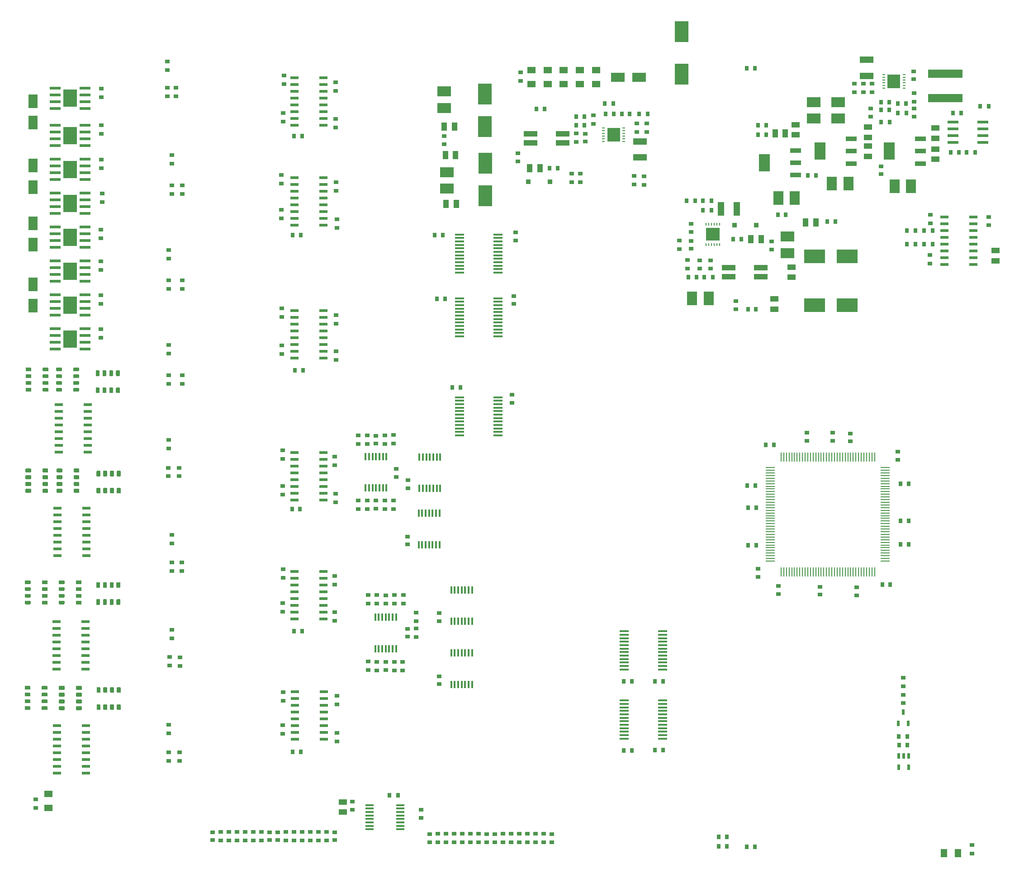
<source format=gtp>
G04 #@! TF.GenerationSoftware,KiCad,Pcbnew,(6.0.0-rc1-dev-1425-g4c184f07a)*
G04 #@! TF.CreationDate,2018-12-27T18:34:51-05:00
G04 #@! TF.ProjectId,Danalog,44616e61-6c6f-4672-9e6b-696361645f70,rev?*
G04 #@! TF.SameCoordinates,Original*
G04 #@! TF.FileFunction,Paste,Top*
G04 #@! TF.FilePolarity,Positive*
%FSLAX46Y46*%
G04 Gerber Fmt 4.6, Leading zero omitted, Abs format (unit mm)*
G04 Created by KiCad (PCBNEW (6.0.0-rc1-dev-1425-g4c184f07a)) date 12/27/2018 6:34:51 PM*
%MOMM*%
%LPD*%
G04 APERTURE LIST*
%ADD10R,1.500000X1.000000*%
%ADD11R,1.998980X0.599440*%
%ADD12R,0.900000X0.700000*%
%ADD13O,1.750000X0.250000*%
%ADD14O,0.250000X1.750000*%
%ADD15R,1.500000X0.600000*%
%ADD16R,1.750000X0.450000*%
%ADD17R,2.499360X3.200400*%
%ADD18R,1.800000X2.500000*%
%ADD19R,2.500000X4.000000*%
%ADD20R,1.200000X2.500000*%
%ADD21R,2.500000X1.200000*%
%ADD22R,0.700000X0.900000*%
%ADD23R,2.499360X1.950720*%
%ADD24R,1.950720X2.499360*%
%ADD25R,4.000000X2.500000*%
%ADD26R,1.000000X1.500000*%
%ADD27R,2.500000X1.800000*%
%ADD28R,0.900000X0.950000*%
%ADD29R,2.500000X1.100000*%
%ADD30R,6.502400X1.625600*%
%ADD31R,2.600000X2.400000*%
%ADD32R,0.250000X0.600000*%
%ADD33R,0.600000X0.250000*%
%ADD34R,2.400000X2.600000*%
%ADD35R,2.150000X3.250000*%
%ADD36R,2.150000X0.950000*%
%ADD37R,0.450000X1.450000*%
%ADD38R,1.500000X0.400000*%
%ADD39C,0.100000*%
%ADD40C,0.710000*%
%ADD41R,0.599440X1.000760*%
%ADD42R,1.200000X1.500000*%
%ADD43R,1.500000X1.200000*%
G04 APERTURE END LIST*
D10*
X214503000Y-77983000D03*
X214503000Y-79883000D03*
D11*
X243967000Y-77470000D03*
X243967000Y-78740000D03*
X243967000Y-80010000D03*
X243967000Y-81280000D03*
X249555000Y-81280000D03*
X249555000Y-80010000D03*
X249555000Y-78740000D03*
X249555000Y-77470000D03*
D10*
X251968000Y-103439000D03*
X251968000Y-101539000D03*
D12*
X118567200Y-185826400D03*
X118567200Y-184226400D03*
X118491000Y-167564000D03*
X118491000Y-169164000D03*
X128397000Y-148666000D03*
X128397000Y-147066000D03*
X128270000Y-141732000D03*
X128270000Y-140132000D03*
X118364000Y-112357000D03*
X118364000Y-113957000D03*
X128651000Y-191897000D03*
X128651000Y-193497000D03*
X118491000Y-192062000D03*
X118491000Y-190462000D03*
X128651000Y-184963000D03*
X128651000Y-186563000D03*
X128270000Y-169291000D03*
X128270000Y-170891000D03*
X118618000Y-162814000D03*
X118618000Y-161214000D03*
X128270000Y-162484000D03*
X128270000Y-164084000D03*
X118491000Y-147269000D03*
X118491000Y-145669000D03*
X118491000Y-140589000D03*
X118491000Y-138989000D03*
X128524000Y-120396000D03*
X128524000Y-121996000D03*
X118364000Y-120904000D03*
X118364000Y-119304000D03*
D13*
X209812000Y-142186000D03*
X209812000Y-142686000D03*
X209812000Y-143186000D03*
X209812000Y-143686000D03*
X209812000Y-144186000D03*
X209812000Y-144686000D03*
X209812000Y-145186000D03*
X209812000Y-145686000D03*
X209812000Y-146186000D03*
X209812000Y-146686000D03*
X209812000Y-147186000D03*
X209812000Y-147686000D03*
X209812000Y-148186000D03*
X209812000Y-148686000D03*
X209812000Y-149186000D03*
X209812000Y-149686000D03*
X209812000Y-150186000D03*
X209812000Y-150686000D03*
X209812000Y-151186000D03*
X209812000Y-151686000D03*
X209812000Y-152186000D03*
X209812000Y-152686000D03*
X209812000Y-153186000D03*
X209812000Y-153686000D03*
X209812000Y-154186000D03*
X209812000Y-154686000D03*
X209812000Y-155186000D03*
X209812000Y-155686000D03*
X209812000Y-156186000D03*
X209812000Y-156686000D03*
X209812000Y-157186000D03*
X209812000Y-157686000D03*
X209812000Y-158186000D03*
X209812000Y-158686000D03*
X209812000Y-159186000D03*
X209812000Y-159686000D03*
D14*
X211812000Y-161686000D03*
X212312000Y-161686000D03*
X212812000Y-161686000D03*
X213312000Y-161686000D03*
X213812000Y-161686000D03*
X214312000Y-161686000D03*
X214812000Y-161686000D03*
X215312000Y-161686000D03*
X215812000Y-161686000D03*
X216312000Y-161686000D03*
X216812000Y-161686000D03*
X217312000Y-161686000D03*
X217812000Y-161686000D03*
X218312000Y-161686000D03*
X218812000Y-161686000D03*
X219312000Y-161686000D03*
X219812000Y-161686000D03*
X220312000Y-161686000D03*
X220812000Y-161686000D03*
X221312000Y-161686000D03*
X221812000Y-161686000D03*
X222312000Y-161686000D03*
X222812000Y-161686000D03*
X223312000Y-161686000D03*
X223812000Y-161686000D03*
X224312000Y-161686000D03*
X224812000Y-161686000D03*
X225312000Y-161686000D03*
X225812000Y-161686000D03*
X226312000Y-161686000D03*
X226812000Y-161686000D03*
X227312000Y-161686000D03*
X227812000Y-161686000D03*
X228312000Y-161686000D03*
X228812000Y-161686000D03*
X229312000Y-161686000D03*
D13*
X231312000Y-159686000D03*
X231312000Y-159186000D03*
X231312000Y-158686000D03*
X231312000Y-158186000D03*
X231312000Y-157686000D03*
X231312000Y-157186000D03*
X231312000Y-156686000D03*
X231312000Y-156186000D03*
X231312000Y-155686000D03*
X231312000Y-155186000D03*
X231312000Y-154686000D03*
X231312000Y-154186000D03*
X231312000Y-153686000D03*
X231312000Y-153186000D03*
X231312000Y-152686000D03*
X231312000Y-152186000D03*
X231312000Y-151686000D03*
X231312000Y-151186000D03*
X231312000Y-150686000D03*
X231312000Y-150186000D03*
X231312000Y-149686000D03*
X231312000Y-149186000D03*
X231312000Y-148686000D03*
X231312000Y-148186000D03*
X231312000Y-147686000D03*
X231312000Y-147186000D03*
X231312000Y-146686000D03*
X231312000Y-146186000D03*
X231312000Y-145686000D03*
X231312000Y-145186000D03*
X231312000Y-144686000D03*
X231312000Y-144186000D03*
X231312000Y-143686000D03*
X231312000Y-143186000D03*
X231312000Y-142686000D03*
X231312000Y-142186000D03*
D14*
X229312000Y-140186000D03*
X228812000Y-140186000D03*
X228312000Y-140186000D03*
X227812000Y-140186000D03*
X227312000Y-140186000D03*
X226812000Y-140186000D03*
X226312000Y-140186000D03*
X225812000Y-140186000D03*
X225312000Y-140186000D03*
X224812000Y-140186000D03*
X224312000Y-140186000D03*
X223812000Y-140186000D03*
X223312000Y-140186000D03*
X222812000Y-140186000D03*
X222312000Y-140186000D03*
X221812000Y-140186000D03*
X221312000Y-140186000D03*
X220812000Y-140186000D03*
X220312000Y-140186000D03*
X219812000Y-140186000D03*
X219312000Y-140186000D03*
X218812000Y-140186000D03*
X218312000Y-140186000D03*
X217812000Y-140186000D03*
X217312000Y-140186000D03*
X216812000Y-140186000D03*
X216312000Y-140186000D03*
X215812000Y-140186000D03*
X215312000Y-140186000D03*
X214812000Y-140186000D03*
X214312000Y-140186000D03*
X213812000Y-140186000D03*
X213312000Y-140186000D03*
X212812000Y-140186000D03*
X212312000Y-140186000D03*
X211812000Y-140186000D03*
D15*
X126182820Y-193068720D03*
X126182820Y-191798720D03*
X126182820Y-190528720D03*
X126182820Y-189258720D03*
X126182820Y-187988720D03*
X126182820Y-186718720D03*
X126182820Y-185448720D03*
X126182820Y-184178720D03*
X120782820Y-184178720D03*
X120782820Y-185448720D03*
X120782820Y-186718720D03*
X120782820Y-187988720D03*
X120782820Y-189258720D03*
X120782820Y-190528720D03*
X120782820Y-191798720D03*
X120782820Y-193068720D03*
X126144000Y-148232640D03*
X126144000Y-146962640D03*
X126144000Y-145692640D03*
X126144000Y-144422640D03*
X126144000Y-143152640D03*
X126144000Y-141882640D03*
X126144000Y-140612640D03*
X126144000Y-139342640D03*
X120744000Y-139342640D03*
X120744000Y-140612640D03*
X120744000Y-141882640D03*
X120744000Y-143152640D03*
X120744000Y-144422640D03*
X120744000Y-145692640D03*
X120744000Y-146962640D03*
X120744000Y-148232640D03*
X120744000Y-121666000D03*
X120744000Y-120396000D03*
X120744000Y-119126000D03*
X120744000Y-117856000D03*
X120744000Y-116586000D03*
X120744000Y-115316000D03*
X120744000Y-114046000D03*
X120744000Y-112776000D03*
X126144000Y-112776000D03*
X126144000Y-114046000D03*
X126144000Y-115316000D03*
X126144000Y-116586000D03*
X126144000Y-117856000D03*
X126144000Y-119126000D03*
X126144000Y-120396000D03*
X126144000Y-121666000D03*
D12*
X128524000Y-115265000D03*
X128524000Y-113665000D03*
X128651000Y-97320000D03*
X128651000Y-95720000D03*
X118237000Y-89027000D03*
X118237000Y-87427000D03*
X128524000Y-88735000D03*
X128524000Y-90335000D03*
X118618000Y-75781000D03*
X118618000Y-77381000D03*
X118745000Y-68758000D03*
X118745000Y-70358000D03*
X128397000Y-76924000D03*
X128397000Y-78524000D03*
X128397000Y-70028000D03*
X128397000Y-71628000D03*
D16*
X151594000Y-110471000D03*
X151594000Y-111121000D03*
X151594000Y-111771000D03*
X151594000Y-112421000D03*
X151594000Y-113071000D03*
X151594000Y-113721000D03*
X151594000Y-114371000D03*
X151594000Y-115021000D03*
X151594000Y-115671000D03*
X151594000Y-116321000D03*
X151594000Y-116971000D03*
X151594000Y-117621000D03*
X158794000Y-117621000D03*
X158794000Y-116971000D03*
X158794000Y-116321000D03*
X158794000Y-115671000D03*
X158794000Y-115021000D03*
X158794000Y-114371000D03*
X158794000Y-113721000D03*
X158794000Y-113071000D03*
X158794000Y-112421000D03*
X158794000Y-111771000D03*
X158794000Y-111121000D03*
X158794000Y-110471000D03*
X158794000Y-129013000D03*
X158794000Y-129663000D03*
X158794000Y-130313000D03*
X158794000Y-130963000D03*
X158794000Y-131613000D03*
X158794000Y-132263000D03*
X158794000Y-132913000D03*
X158794000Y-133563000D03*
X158794000Y-134213000D03*
X158794000Y-134863000D03*
X158794000Y-135513000D03*
X158794000Y-136163000D03*
X151594000Y-136163000D03*
X151594000Y-135513000D03*
X151594000Y-134863000D03*
X151594000Y-134213000D03*
X151594000Y-133563000D03*
X151594000Y-132913000D03*
X151594000Y-132263000D03*
X151594000Y-131613000D03*
X151594000Y-130963000D03*
X151594000Y-130313000D03*
X151594000Y-129663000D03*
X151594000Y-129013000D03*
X151594000Y-98533000D03*
X151594000Y-99183000D03*
X151594000Y-99833000D03*
X151594000Y-100483000D03*
X151594000Y-101133000D03*
X151594000Y-101783000D03*
X151594000Y-102433000D03*
X151594000Y-103083000D03*
X151594000Y-103733000D03*
X151594000Y-104383000D03*
X151594000Y-105033000D03*
X151594000Y-105683000D03*
X158794000Y-105683000D03*
X158794000Y-105033000D03*
X158794000Y-104383000D03*
X158794000Y-103733000D03*
X158794000Y-103083000D03*
X158794000Y-102433000D03*
X158794000Y-101783000D03*
X158794000Y-101133000D03*
X158794000Y-100483000D03*
X158794000Y-99833000D03*
X158794000Y-99183000D03*
X158794000Y-98533000D03*
D11*
X81534000Y-81915000D03*
X81534000Y-80645000D03*
X81534000Y-79375000D03*
X81534000Y-78105000D03*
X75946000Y-78105000D03*
X75946000Y-79375000D03*
X75946000Y-80645000D03*
X75946000Y-81915000D03*
D17*
X78740000Y-80010000D03*
D11*
X81534000Y-94615000D03*
X81534000Y-93345000D03*
X81534000Y-92075000D03*
X81534000Y-90805000D03*
X75946000Y-90805000D03*
X75946000Y-92075000D03*
X75946000Y-93345000D03*
X75946000Y-94615000D03*
D17*
X78740000Y-92710000D03*
X78740000Y-73025000D03*
D11*
X75946000Y-74930000D03*
X75946000Y-73660000D03*
X75946000Y-72390000D03*
X75946000Y-71120000D03*
X81534000Y-71120000D03*
X81534000Y-72390000D03*
X81534000Y-73660000D03*
X81534000Y-74930000D03*
D17*
X78740000Y-86360000D03*
D11*
X75946000Y-88265000D03*
X75946000Y-86995000D03*
X75946000Y-85725000D03*
X75946000Y-84455000D03*
X81534000Y-84455000D03*
X81534000Y-85725000D03*
X81534000Y-86995000D03*
X81534000Y-88265000D03*
D17*
X78740000Y-105410000D03*
D11*
X75946000Y-107315000D03*
X75946000Y-106045000D03*
X75946000Y-104775000D03*
X75946000Y-103505000D03*
X81534000Y-103505000D03*
X81534000Y-104775000D03*
X81534000Y-106045000D03*
X81534000Y-107315000D03*
D17*
X78740000Y-118110000D03*
D11*
X75946000Y-120015000D03*
X75946000Y-118745000D03*
X75946000Y-117475000D03*
X75946000Y-116205000D03*
X81534000Y-116205000D03*
X81534000Y-117475000D03*
X81534000Y-118745000D03*
X81534000Y-120015000D03*
X81534000Y-100965000D03*
X81534000Y-99695000D03*
X81534000Y-98425000D03*
X81534000Y-97155000D03*
X75946000Y-97155000D03*
X75946000Y-98425000D03*
X75946000Y-99695000D03*
X75946000Y-100965000D03*
D17*
X78740000Y-99060000D03*
D11*
X81534000Y-113665000D03*
X81534000Y-112395000D03*
X81534000Y-111125000D03*
X81534000Y-109855000D03*
X75946000Y-109855000D03*
X75946000Y-111125000D03*
X75946000Y-112395000D03*
X75946000Y-113665000D03*
D17*
X78740000Y-111760000D03*
D12*
X84582000Y-78067000D03*
X84582000Y-79667000D03*
X84709000Y-90894000D03*
X84709000Y-92494000D03*
X84582000Y-72809000D03*
X84582000Y-71209000D03*
X84582000Y-86144000D03*
X84582000Y-84544000D03*
X84455000Y-103594000D03*
X84455000Y-105194000D03*
X84455000Y-116294000D03*
X84455000Y-117894000D03*
X84455000Y-99225000D03*
X84455000Y-97625000D03*
X84455000Y-111544000D03*
X84455000Y-109944000D03*
D15*
X82011500Y-130365500D03*
X82011500Y-131635500D03*
X82011500Y-132905500D03*
X82011500Y-134175500D03*
X82011500Y-135445500D03*
X82011500Y-136715500D03*
X82011500Y-137985500D03*
X82011500Y-139255500D03*
X76611500Y-139255500D03*
X76611500Y-137985500D03*
X76611500Y-136715500D03*
X76611500Y-135445500D03*
X76611500Y-134175500D03*
X76611500Y-132905500D03*
X76611500Y-131635500D03*
X76611500Y-130365500D03*
X76388001Y-149819401D03*
X76388001Y-151089401D03*
X76388001Y-152359401D03*
X76388001Y-153629401D03*
X76388001Y-154899401D03*
X76388001Y-156169401D03*
X76388001Y-157439401D03*
X76388001Y-158709401D03*
X81788001Y-158709401D03*
X81788001Y-157439401D03*
X81788001Y-156169401D03*
X81788001Y-154899401D03*
X81788001Y-153629401D03*
X81788001Y-152359401D03*
X81788001Y-151089401D03*
X81788001Y-149819401D03*
X76192400Y-171018200D03*
X76192400Y-172288200D03*
X76192400Y-173558200D03*
X76192400Y-174828200D03*
X76192400Y-176098200D03*
X76192400Y-177368200D03*
X76192400Y-178638200D03*
X76192400Y-179908200D03*
X81592400Y-179908200D03*
X81592400Y-178638200D03*
X81592400Y-177368200D03*
X81592400Y-176098200D03*
X81592400Y-174828200D03*
X81592400Y-173558200D03*
X81592400Y-172288200D03*
X81592400Y-171018200D03*
X81694000Y-190474600D03*
X81694000Y-191744600D03*
X81694000Y-193014600D03*
X81694000Y-194284600D03*
X81694000Y-195554600D03*
X81694000Y-196824600D03*
X81694000Y-198094600D03*
X81694000Y-199364600D03*
X76294000Y-199364600D03*
X76294000Y-198094600D03*
X76294000Y-196824600D03*
X76294000Y-195554600D03*
X76294000Y-194284600D03*
X76294000Y-193014600D03*
X76294000Y-191744600D03*
X76294000Y-190474600D03*
D18*
X71755000Y-73565000D03*
X71755000Y-77565000D03*
X71755000Y-85630000D03*
X71755000Y-89630000D03*
X71755000Y-100425000D03*
X71755000Y-96425000D03*
X71755000Y-111855000D03*
X71755000Y-107855000D03*
D19*
X193167000Y-68516000D03*
X193167000Y-60516000D03*
D20*
X200557000Y-93726000D03*
X203557000Y-93726000D03*
D21*
X185443983Y-84098321D03*
X185443983Y-81098321D03*
X227838000Y-65810000D03*
X227838000Y-68810000D03*
D12*
X194945000Y-96544000D03*
X194945000Y-98044000D03*
D22*
X181977000Y-75946000D03*
X183477000Y-75946000D03*
X232017000Y-73787000D03*
X230517000Y-73787000D03*
D12*
X194945000Y-99707000D03*
X194945000Y-101207000D03*
D22*
X180478983Y-75946000D03*
X178978983Y-75946000D03*
X232017000Y-75184000D03*
X230517000Y-75184000D03*
D12*
X198628000Y-103378000D03*
X198628000Y-104878000D03*
X175133000Y-81141000D03*
X175133000Y-79641000D03*
X236601000Y-69469000D03*
X236601000Y-67969000D03*
D22*
X204331000Y-99441000D03*
X202831000Y-99441000D03*
X169968679Y-86129983D03*
X168468679Y-86129983D03*
D12*
X196596000Y-104890000D03*
X196596000Y-103390000D03*
D22*
X173494000Y-78105000D03*
X174994000Y-78105000D03*
X235192000Y-74041000D03*
X233692000Y-74041000D03*
X194449000Y-106553000D03*
X195949000Y-106553000D03*
X174982000Y-76454000D03*
X173482000Y-76454000D03*
D12*
X236728000Y-74942000D03*
X236728000Y-76442000D03*
X210058000Y-99834000D03*
X210058000Y-101334000D03*
X162560000Y-84812000D03*
X162560000Y-83312000D03*
X228600000Y-76430000D03*
X228600000Y-74930000D03*
D23*
X212979000Y-102006400D03*
X212979000Y-98907600D03*
D12*
X203327000Y-112510000D03*
X203327000Y-111010000D03*
D19*
X156464000Y-91313000D03*
X156464000Y-85213000D03*
D22*
X166001000Y-75057000D03*
X167501000Y-75057000D03*
D23*
X222504000Y-73736200D03*
X222504000Y-76835000D03*
D24*
X195173600Y-110490000D03*
X198272400Y-110490000D03*
D23*
X149225000Y-86842600D03*
X149225000Y-89941400D03*
D19*
X156337000Y-78361000D03*
X156337000Y-72261000D03*
D25*
X224157000Y-102616000D03*
X218057000Y-102616000D03*
D23*
X217932000Y-76835000D03*
X217932000Y-73736200D03*
D12*
X135991600Y-137706800D03*
X135991600Y-136206800D03*
X148742400Y-81611600D03*
X148742400Y-80111600D03*
D22*
X205613000Y-112522000D03*
X207113000Y-112522000D03*
D12*
X137795000Y-167665400D03*
X137795000Y-166165400D03*
D23*
X148717000Y-71729600D03*
X148717000Y-74828400D03*
D25*
X224157000Y-111760000D03*
X218057000Y-111760000D03*
D26*
X212593000Y-79629000D03*
X210693000Y-79629000D03*
D10*
X228092000Y-83881000D03*
X228092000Y-81981000D03*
X240665000Y-84450000D03*
X240665000Y-82550000D03*
D12*
X137795000Y-178599400D03*
X137795000Y-180099400D03*
D22*
X120408000Y-195453000D03*
X121908000Y-195453000D03*
D12*
X135991600Y-149885400D03*
X135991600Y-148385400D03*
D22*
X209042000Y-79883000D03*
X207542000Y-79883000D03*
X218301000Y-87503000D03*
X216801000Y-87503000D03*
D12*
X230505000Y-87237000D03*
X230505000Y-85737000D03*
D22*
X122174000Y-172847000D03*
X120674000Y-172847000D03*
X201664000Y-211328000D03*
X200164000Y-211328000D03*
D24*
X214376000Y-91694000D03*
X211277200Y-91694000D03*
X224434400Y-89027000D03*
X221335600Y-89027000D03*
X233045000Y-89535000D03*
X236143800Y-89535000D03*
D22*
X120674000Y-80137000D03*
X122174000Y-80137000D03*
X201652000Y-213106000D03*
X200152000Y-213106000D03*
X121920000Y-98679000D03*
X120420000Y-98679000D03*
X230759000Y-164084000D03*
X232259000Y-164084000D03*
X211201000Y-94869000D03*
X212701000Y-94869000D03*
X207137000Y-149733000D03*
X205637000Y-149733000D03*
D12*
X207518000Y-162663000D03*
X207518000Y-161163000D03*
D22*
X209042000Y-78105000D03*
X207542000Y-78105000D03*
X234188000Y-156591000D03*
X235688000Y-156591000D03*
D12*
X233680000Y-140716000D03*
X233680000Y-139216000D03*
X224790000Y-137287000D03*
X224790000Y-135787000D03*
D22*
X205383000Y-67437000D03*
X206883000Y-67437000D03*
X208939000Y-137922000D03*
X210439000Y-137922000D03*
X235700000Y-152146000D03*
X234200000Y-152146000D03*
X206883000Y-213233000D03*
X205383000Y-213233000D03*
X207137000Y-156718000D03*
X205637000Y-156718000D03*
X235688000Y-145173000D03*
X234188000Y-145173000D03*
D12*
X168910000Y-210832000D03*
X168910000Y-212332000D03*
X158242000Y-212332000D03*
X158242000Y-210832000D03*
X156718000Y-212332000D03*
X156718000Y-210832000D03*
X146050000Y-212332000D03*
X146050000Y-210832000D03*
X128270000Y-210451000D03*
X128270000Y-211951000D03*
X117602000Y-211951000D03*
X117602000Y-210451000D03*
X116078000Y-210451000D03*
X116078000Y-211951000D03*
X105410000Y-210451000D03*
X105410000Y-211951000D03*
D27*
X185261000Y-69088000D03*
X181261000Y-69088000D03*
D28*
X203080000Y-96774000D03*
X207130000Y-96774000D03*
X164526679Y-88669983D03*
X168576679Y-88669983D03*
D26*
X216408000Y-96266000D03*
X218308000Y-96266000D03*
D10*
X213741000Y-106553000D03*
X213741000Y-104653000D03*
D26*
X149098000Y-92837000D03*
X150998000Y-92837000D03*
X150876000Y-83693000D03*
X148976000Y-83693000D03*
D10*
X210566000Y-112522000D03*
X210566000Y-110622000D03*
D26*
X150683000Y-78359000D03*
X148783000Y-78359000D03*
D10*
X228092000Y-80325000D03*
X228092000Y-78425000D03*
X240665000Y-80518000D03*
X240665000Y-78618000D03*
D29*
X208026000Y-104726000D03*
X208026000Y-106426000D03*
X202026000Y-106426000D03*
X202026000Y-104726000D03*
X170894000Y-81368000D03*
X170894000Y-79668000D03*
X164894000Y-79668000D03*
X164894000Y-81368000D03*
D30*
X242570000Y-68453000D03*
X242570000Y-73025000D03*
D12*
X118237000Y-93904000D03*
X118237000Y-95504000D03*
D22*
X198793000Y-92202000D03*
X197193000Y-92202000D03*
X194145000Y-92202000D03*
X195745000Y-92202000D03*
D12*
X186713983Y-77758321D03*
X186713983Y-79358321D03*
D22*
X186817000Y-75946000D03*
X185217000Y-75946000D03*
D12*
X227203000Y-70320000D03*
X227203000Y-71920000D03*
X225552000Y-70320000D03*
X225552000Y-71920000D03*
D22*
X197193000Y-93980000D03*
X198793000Y-93980000D03*
D12*
X184808983Y-79358321D03*
X184808983Y-77758321D03*
X228854000Y-71882000D03*
X228854000Y-70282000D03*
D22*
X199009000Y-106553000D03*
X197409000Y-106553000D03*
D12*
X173482000Y-79591000D03*
X173482000Y-81191000D03*
X236728000Y-72060000D03*
X236728000Y-73660000D03*
D26*
X206187000Y-99441000D03*
X208087000Y-99441000D03*
X164778679Y-86129983D03*
X166678679Y-86129983D03*
D12*
X194310000Y-103340000D03*
X194310000Y-104940000D03*
X192786000Y-101257000D03*
X192786000Y-99657000D03*
X176657000Y-76234321D03*
X176657000Y-77834321D03*
D22*
X180439983Y-74041000D03*
X178839983Y-74041000D03*
X233642000Y-75819000D03*
X235242000Y-75819000D03*
X232156000Y-77470000D03*
X230556000Y-77470000D03*
D12*
X136144000Y-180149400D03*
X136144000Y-178549400D03*
X139446000Y-180149400D03*
X139446000Y-178549400D03*
X139446000Y-167665400D03*
X139446000Y-166065400D03*
X136144000Y-166065400D03*
X136144000Y-167665400D03*
X134340600Y-148323400D03*
X134340600Y-149923400D03*
X137642600Y-149923400D03*
X137642600Y-148323400D03*
X137642600Y-137756800D03*
X137642600Y-136156800D03*
X134340600Y-136156800D03*
X134340600Y-137756800D03*
X143510000Y-169367400D03*
X143510000Y-170967400D03*
X143510000Y-173888400D03*
X143510000Y-172288400D03*
X134493000Y-178511400D03*
X134493000Y-180111400D03*
X140970000Y-178549400D03*
X140970000Y-180149400D03*
X141097000Y-166065400D03*
X141097000Y-167665400D03*
X134493000Y-167665400D03*
X134493000Y-166065400D03*
X132689600Y-148323400D03*
X132689600Y-149923400D03*
X139293600Y-149923400D03*
X139293600Y-148323400D03*
X139293600Y-137706000D03*
X139293600Y-136106000D03*
X132689600Y-136156800D03*
X132689600Y-137756800D03*
X99212400Y-195529200D03*
X99212400Y-197129200D03*
X99263200Y-179311200D03*
X99263200Y-177711200D03*
X99669600Y-159982000D03*
X99669600Y-161582000D03*
X99110800Y-143814800D03*
X99110800Y-142214800D03*
X97155000Y-124930000D03*
X97155000Y-126530000D03*
X97155000Y-108750000D03*
X97155000Y-107150000D03*
X97790000Y-89370000D03*
X97790000Y-90970000D03*
X96901000Y-72682000D03*
X96901000Y-71082000D03*
X97155000Y-138595000D03*
X97155000Y-136995000D03*
X97180400Y-195529200D03*
X97180400Y-197129200D03*
X97155000Y-190335000D03*
X97155000Y-191935000D03*
X97383600Y-179260400D03*
X97383600Y-177660400D03*
X97790000Y-174155000D03*
X97790000Y-172555000D03*
X97790000Y-159982000D03*
X97790000Y-161582000D03*
X97790000Y-154775000D03*
X97790000Y-156375000D03*
X97129600Y-142214800D03*
X97129600Y-143814800D03*
X99695000Y-126530000D03*
X99695000Y-124930000D03*
X97155000Y-119215000D03*
X97155000Y-120815000D03*
X99695000Y-107150000D03*
X99695000Y-108750000D03*
X97155000Y-103035000D03*
X97155000Y-101435000D03*
X99695000Y-90970000D03*
X99695000Y-89370000D03*
X97790000Y-85255000D03*
X97790000Y-83655000D03*
X98552000Y-72682000D03*
X98552000Y-71082000D03*
X96901000Y-66129000D03*
X96901000Y-67729000D03*
D31*
X199030950Y-98511212D03*
D32*
X197780950Y-100411212D03*
X198280950Y-100411212D03*
X198780950Y-100411212D03*
X199280950Y-100411212D03*
X199780950Y-100411212D03*
X200280950Y-100411212D03*
X197780950Y-96611212D03*
X198280950Y-96611212D03*
X198780950Y-96611212D03*
X199280950Y-96611212D03*
X199780950Y-96611212D03*
X200280950Y-96611212D03*
D33*
X182367000Y-81078321D03*
X182367000Y-80578321D03*
X182367000Y-80078321D03*
X182367000Y-79578321D03*
X182367000Y-79078321D03*
X182367000Y-78578321D03*
X178567000Y-81078321D03*
X178567000Y-80578321D03*
X178567000Y-80078321D03*
X178567000Y-79578321D03*
X178567000Y-79078321D03*
X178567000Y-78578321D03*
D34*
X180467000Y-79828321D03*
D33*
X231018000Y-68600000D03*
X231018000Y-69100000D03*
X231018000Y-69600000D03*
X231018000Y-70100000D03*
X231018000Y-70600000D03*
X231018000Y-71100000D03*
X234818000Y-68600000D03*
X234818000Y-69100000D03*
X234818000Y-69600000D03*
X234818000Y-70100000D03*
X234818000Y-70600000D03*
X234818000Y-71100000D03*
D34*
X232918000Y-69850000D03*
D15*
X126111000Y-170561000D03*
X126111000Y-169291000D03*
X126111000Y-168021000D03*
X126111000Y-166751000D03*
X126111000Y-165481000D03*
X126111000Y-164211000D03*
X126111000Y-162941000D03*
X126111000Y-161671000D03*
X120711000Y-161671000D03*
X120711000Y-162941000D03*
X120711000Y-164211000D03*
X120711000Y-165481000D03*
X120711000Y-166751000D03*
X120711000Y-168021000D03*
X120711000Y-169291000D03*
X120711000Y-170561000D03*
D35*
X208703000Y-85104000D03*
D36*
X214503000Y-82804000D03*
X214503000Y-85104000D03*
X214503000Y-87404000D03*
X224917000Y-85231000D03*
X224917000Y-82931000D03*
X224917000Y-80631000D03*
D35*
X219117000Y-82931000D03*
D36*
X237871000Y-85231000D03*
X237871000Y-82931000D03*
X237871000Y-80631000D03*
D35*
X232071000Y-82931000D03*
D37*
X150069000Y-182782000D03*
X150719000Y-182782000D03*
X151369000Y-182782000D03*
X152019000Y-182782000D03*
X152669000Y-182782000D03*
X153319000Y-182782000D03*
X153969000Y-182782000D03*
X153969000Y-176882000D03*
X153319000Y-176882000D03*
X152669000Y-176882000D03*
X152019000Y-176882000D03*
X151369000Y-176882000D03*
X150719000Y-176882000D03*
X150069000Y-176882000D03*
X150069000Y-165071000D03*
X150719000Y-165071000D03*
X151369000Y-165071000D03*
X152019000Y-165071000D03*
X152669000Y-165071000D03*
X153319000Y-165071000D03*
X153969000Y-165071000D03*
X153969000Y-170971000D03*
X153319000Y-170971000D03*
X152669000Y-170971000D03*
X152019000Y-170971000D03*
X151369000Y-170971000D03*
X150719000Y-170971000D03*
X150069000Y-170971000D03*
X143973000Y-150720000D03*
X144623000Y-150720000D03*
X145273000Y-150720000D03*
X145923000Y-150720000D03*
X146573000Y-150720000D03*
X147223000Y-150720000D03*
X147873000Y-150720000D03*
X147873000Y-156620000D03*
X147223000Y-156620000D03*
X146573000Y-156620000D03*
X145923000Y-156620000D03*
X145273000Y-156620000D03*
X144623000Y-156620000D03*
X143973000Y-156620000D03*
X144100000Y-146079000D03*
X144750000Y-146079000D03*
X145400000Y-146079000D03*
X146050000Y-146079000D03*
X146700000Y-146079000D03*
X147350000Y-146079000D03*
X148000000Y-146079000D03*
X148000000Y-140179000D03*
X147350000Y-140179000D03*
X146700000Y-140179000D03*
X146050000Y-140179000D03*
X145400000Y-140179000D03*
X144750000Y-140179000D03*
X144100000Y-140179000D03*
X135845000Y-170176400D03*
X136495000Y-170176400D03*
X137145000Y-170176400D03*
X137795000Y-170176400D03*
X138445000Y-170176400D03*
X139095000Y-170176400D03*
X139745000Y-170176400D03*
X139745000Y-176076400D03*
X139095000Y-176076400D03*
X138445000Y-176076400D03*
X137795000Y-176076400D03*
X137145000Y-176076400D03*
X136495000Y-176076400D03*
X135845000Y-176076400D03*
X134026600Y-146006400D03*
X134676600Y-146006400D03*
X135326600Y-146006400D03*
X135976600Y-146006400D03*
X136626600Y-146006400D03*
X137276600Y-146006400D03*
X137926600Y-146006400D03*
X137926600Y-140106400D03*
X137276600Y-140106400D03*
X136626600Y-140106400D03*
X135976600Y-140106400D03*
X135326600Y-140106400D03*
X134676600Y-140106400D03*
X134026600Y-140106400D03*
D38*
X140568000Y-205370000D03*
X134768000Y-205370000D03*
X140568000Y-206020000D03*
X134768000Y-206020000D03*
X140568000Y-206670000D03*
X134768000Y-206670000D03*
X140568000Y-207320000D03*
X134768000Y-207320000D03*
X140568000Y-207970000D03*
X134768000Y-207970000D03*
X140568000Y-208620000D03*
X134768000Y-208620000D03*
X140568000Y-209270000D03*
X134768000Y-209270000D03*
X140568000Y-209920000D03*
X134768000Y-209920000D03*
D22*
X121769000Y-149987000D03*
X120269000Y-149987000D03*
X120801000Y-123952000D03*
X122301000Y-123952000D03*
X151778400Y-127152400D03*
X150278400Y-127152400D03*
X182396000Y-182245000D03*
X183896000Y-182245000D03*
X183896000Y-195199000D03*
X182396000Y-195199000D03*
X148488400Y-98653600D03*
X146988400Y-98653600D03*
X147394800Y-110591600D03*
X148894800Y-110591600D03*
D12*
X141859000Y-172364400D03*
X141859000Y-173864400D03*
X139801600Y-143916400D03*
X139801600Y-142416400D03*
D15*
X242410000Y-95250000D03*
X242410000Y-96520000D03*
X242410000Y-97790000D03*
X242410000Y-99060000D03*
X242410000Y-100330000D03*
X242410000Y-101600000D03*
X242410000Y-102870000D03*
X242410000Y-104140000D03*
X247810000Y-104140000D03*
X247810000Y-102870000D03*
X247810000Y-101600000D03*
X247810000Y-100330000D03*
X247810000Y-99060000D03*
X247810000Y-97790000D03*
X247810000Y-96520000D03*
X247810000Y-95250000D03*
D22*
X245135000Y-83185000D03*
X243535000Y-83185000D03*
X235382000Y-97790000D03*
X236982000Y-97790000D03*
X235382000Y-100330000D03*
X236982000Y-100330000D03*
X248145000Y-83185000D03*
X246545000Y-83185000D03*
X238557000Y-97790000D03*
X240157000Y-97790000D03*
X238557000Y-100330000D03*
X240157000Y-100330000D03*
D12*
X239776000Y-94831000D03*
X239776000Y-96431000D03*
X239649000Y-102362000D03*
X239649000Y-103962000D03*
D22*
X250647000Y-74549000D03*
X249047000Y-74549000D03*
D15*
X126144000Y-78105000D03*
X126144000Y-76835000D03*
X126144000Y-75565000D03*
X126144000Y-74295000D03*
X126144000Y-73025000D03*
X126144000Y-71755000D03*
X126144000Y-70485000D03*
X126144000Y-69215000D03*
X120744000Y-69215000D03*
X120744000Y-70485000D03*
X120744000Y-71755000D03*
X120744000Y-73025000D03*
X120744000Y-74295000D03*
X120744000Y-75565000D03*
X120744000Y-76835000D03*
X120744000Y-78105000D03*
D39*
G36*
X74514118Y-127255284D02*
G01*
X74527903Y-127257328D01*
X74541420Y-127260714D01*
X74554541Y-127265409D01*
X74567138Y-127271367D01*
X74579091Y-127278531D01*
X74590284Y-127286833D01*
X74600609Y-127296191D01*
X74609967Y-127306516D01*
X74618269Y-127317709D01*
X74625433Y-127329662D01*
X74631391Y-127342259D01*
X74636086Y-127355380D01*
X74639472Y-127368897D01*
X74641516Y-127382682D01*
X74642200Y-127396600D01*
X74642200Y-127822600D01*
X74641516Y-127836518D01*
X74639472Y-127850303D01*
X74636086Y-127863820D01*
X74631391Y-127876941D01*
X74625433Y-127889538D01*
X74618269Y-127901491D01*
X74609967Y-127912684D01*
X74600609Y-127923009D01*
X74590284Y-127932367D01*
X74579091Y-127940669D01*
X74567138Y-127947833D01*
X74554541Y-127953791D01*
X74541420Y-127958486D01*
X74527903Y-127961872D01*
X74514118Y-127963916D01*
X74500200Y-127964600D01*
X73734200Y-127964600D01*
X73720282Y-127963916D01*
X73706497Y-127961872D01*
X73692980Y-127958486D01*
X73679859Y-127953791D01*
X73667262Y-127947833D01*
X73655309Y-127940669D01*
X73644116Y-127932367D01*
X73633791Y-127923009D01*
X73624433Y-127912684D01*
X73616131Y-127901491D01*
X73608967Y-127889538D01*
X73603009Y-127876941D01*
X73598314Y-127863820D01*
X73594928Y-127850303D01*
X73592884Y-127836518D01*
X73592200Y-127822600D01*
X73592200Y-127396600D01*
X73592884Y-127382682D01*
X73594928Y-127368897D01*
X73598314Y-127355380D01*
X73603009Y-127342259D01*
X73608967Y-127329662D01*
X73616131Y-127317709D01*
X73624433Y-127306516D01*
X73633791Y-127296191D01*
X73644116Y-127286833D01*
X73655309Y-127278531D01*
X73667262Y-127271367D01*
X73679859Y-127265409D01*
X73692980Y-127260714D01*
X73706497Y-127257328D01*
X73720282Y-127255284D01*
X73734200Y-127254600D01*
X74500200Y-127254600D01*
X74514118Y-127255284D01*
X74514118Y-127255284D01*
G37*
D40*
X74117200Y-127609600D03*
D39*
G36*
X74514118Y-125990284D02*
G01*
X74527903Y-125992328D01*
X74541420Y-125995714D01*
X74554541Y-126000409D01*
X74567138Y-126006367D01*
X74579091Y-126013531D01*
X74590284Y-126021833D01*
X74600609Y-126031191D01*
X74609967Y-126041516D01*
X74618269Y-126052709D01*
X74625433Y-126064662D01*
X74631391Y-126077259D01*
X74636086Y-126090380D01*
X74639472Y-126103897D01*
X74641516Y-126117682D01*
X74642200Y-126131600D01*
X74642200Y-126557600D01*
X74641516Y-126571518D01*
X74639472Y-126585303D01*
X74636086Y-126598820D01*
X74631391Y-126611941D01*
X74625433Y-126624538D01*
X74618269Y-126636491D01*
X74609967Y-126647684D01*
X74600609Y-126658009D01*
X74590284Y-126667367D01*
X74579091Y-126675669D01*
X74567138Y-126682833D01*
X74554541Y-126688791D01*
X74541420Y-126693486D01*
X74527903Y-126696872D01*
X74514118Y-126698916D01*
X74500200Y-126699600D01*
X73734200Y-126699600D01*
X73720282Y-126698916D01*
X73706497Y-126696872D01*
X73692980Y-126693486D01*
X73679859Y-126688791D01*
X73667262Y-126682833D01*
X73655309Y-126675669D01*
X73644116Y-126667367D01*
X73633791Y-126658009D01*
X73624433Y-126647684D01*
X73616131Y-126636491D01*
X73608967Y-126624538D01*
X73603009Y-126611941D01*
X73598314Y-126598820D01*
X73594928Y-126585303D01*
X73592884Y-126571518D01*
X73592200Y-126557600D01*
X73592200Y-126131600D01*
X73592884Y-126117682D01*
X73594928Y-126103897D01*
X73598314Y-126090380D01*
X73603009Y-126077259D01*
X73608967Y-126064662D01*
X73616131Y-126052709D01*
X73624433Y-126041516D01*
X73633791Y-126031191D01*
X73644116Y-126021833D01*
X73655309Y-126013531D01*
X73667262Y-126006367D01*
X73679859Y-126000409D01*
X73692980Y-125995714D01*
X73706497Y-125992328D01*
X73720282Y-125990284D01*
X73734200Y-125989600D01*
X74500200Y-125989600D01*
X74514118Y-125990284D01*
X74514118Y-125990284D01*
G37*
D40*
X74117200Y-126344600D03*
D39*
G36*
X74514118Y-124720284D02*
G01*
X74527903Y-124722328D01*
X74541420Y-124725714D01*
X74554541Y-124730409D01*
X74567138Y-124736367D01*
X74579091Y-124743531D01*
X74590284Y-124751833D01*
X74600609Y-124761191D01*
X74609967Y-124771516D01*
X74618269Y-124782709D01*
X74625433Y-124794662D01*
X74631391Y-124807259D01*
X74636086Y-124820380D01*
X74639472Y-124833897D01*
X74641516Y-124847682D01*
X74642200Y-124861600D01*
X74642200Y-125287600D01*
X74641516Y-125301518D01*
X74639472Y-125315303D01*
X74636086Y-125328820D01*
X74631391Y-125341941D01*
X74625433Y-125354538D01*
X74618269Y-125366491D01*
X74609967Y-125377684D01*
X74600609Y-125388009D01*
X74590284Y-125397367D01*
X74579091Y-125405669D01*
X74567138Y-125412833D01*
X74554541Y-125418791D01*
X74541420Y-125423486D01*
X74527903Y-125426872D01*
X74514118Y-125428916D01*
X74500200Y-125429600D01*
X73734200Y-125429600D01*
X73720282Y-125428916D01*
X73706497Y-125426872D01*
X73692980Y-125423486D01*
X73679859Y-125418791D01*
X73667262Y-125412833D01*
X73655309Y-125405669D01*
X73644116Y-125397367D01*
X73633791Y-125388009D01*
X73624433Y-125377684D01*
X73616131Y-125366491D01*
X73608967Y-125354538D01*
X73603009Y-125341941D01*
X73598314Y-125328820D01*
X73594928Y-125315303D01*
X73592884Y-125301518D01*
X73592200Y-125287600D01*
X73592200Y-124861600D01*
X73592884Y-124847682D01*
X73594928Y-124833897D01*
X73598314Y-124820380D01*
X73603009Y-124807259D01*
X73608967Y-124794662D01*
X73616131Y-124782709D01*
X73624433Y-124771516D01*
X73633791Y-124761191D01*
X73644116Y-124751833D01*
X73655309Y-124743531D01*
X73667262Y-124736367D01*
X73679859Y-124730409D01*
X73692980Y-124725714D01*
X73706497Y-124722328D01*
X73720282Y-124720284D01*
X73734200Y-124719600D01*
X74500200Y-124719600D01*
X74514118Y-124720284D01*
X74514118Y-124720284D01*
G37*
D40*
X74117200Y-125074600D03*
D39*
G36*
X74514118Y-123455284D02*
G01*
X74527903Y-123457328D01*
X74541420Y-123460714D01*
X74554541Y-123465409D01*
X74567138Y-123471367D01*
X74579091Y-123478531D01*
X74590284Y-123486833D01*
X74600609Y-123496191D01*
X74609967Y-123506516D01*
X74618269Y-123517709D01*
X74625433Y-123529662D01*
X74631391Y-123542259D01*
X74636086Y-123555380D01*
X74639472Y-123568897D01*
X74641516Y-123582682D01*
X74642200Y-123596600D01*
X74642200Y-124022600D01*
X74641516Y-124036518D01*
X74639472Y-124050303D01*
X74636086Y-124063820D01*
X74631391Y-124076941D01*
X74625433Y-124089538D01*
X74618269Y-124101491D01*
X74609967Y-124112684D01*
X74600609Y-124123009D01*
X74590284Y-124132367D01*
X74579091Y-124140669D01*
X74567138Y-124147833D01*
X74554541Y-124153791D01*
X74541420Y-124158486D01*
X74527903Y-124161872D01*
X74514118Y-124163916D01*
X74500200Y-124164600D01*
X73734200Y-124164600D01*
X73720282Y-124163916D01*
X73706497Y-124161872D01*
X73692980Y-124158486D01*
X73679859Y-124153791D01*
X73667262Y-124147833D01*
X73655309Y-124140669D01*
X73644116Y-124132367D01*
X73633791Y-124123009D01*
X73624433Y-124112684D01*
X73616131Y-124101491D01*
X73608967Y-124089538D01*
X73603009Y-124076941D01*
X73598314Y-124063820D01*
X73594928Y-124050303D01*
X73592884Y-124036518D01*
X73592200Y-124022600D01*
X73592200Y-123596600D01*
X73592884Y-123582682D01*
X73594928Y-123568897D01*
X73598314Y-123555380D01*
X73603009Y-123542259D01*
X73608967Y-123529662D01*
X73616131Y-123517709D01*
X73624433Y-123506516D01*
X73633791Y-123496191D01*
X73644116Y-123486833D01*
X73655309Y-123478531D01*
X73667262Y-123471367D01*
X73679859Y-123465409D01*
X73692980Y-123460714D01*
X73706497Y-123457328D01*
X73720282Y-123455284D01*
X73734200Y-123454600D01*
X74500200Y-123454600D01*
X74514118Y-123455284D01*
X74514118Y-123455284D01*
G37*
D40*
X74117200Y-123809600D03*
D39*
G36*
X71314118Y-123455284D02*
G01*
X71327903Y-123457328D01*
X71341420Y-123460714D01*
X71354541Y-123465409D01*
X71367138Y-123471367D01*
X71379091Y-123478531D01*
X71390284Y-123486833D01*
X71400609Y-123496191D01*
X71409967Y-123506516D01*
X71418269Y-123517709D01*
X71425433Y-123529662D01*
X71431391Y-123542259D01*
X71436086Y-123555380D01*
X71439472Y-123568897D01*
X71441516Y-123582682D01*
X71442200Y-123596600D01*
X71442200Y-124022600D01*
X71441516Y-124036518D01*
X71439472Y-124050303D01*
X71436086Y-124063820D01*
X71431391Y-124076941D01*
X71425433Y-124089538D01*
X71418269Y-124101491D01*
X71409967Y-124112684D01*
X71400609Y-124123009D01*
X71390284Y-124132367D01*
X71379091Y-124140669D01*
X71367138Y-124147833D01*
X71354541Y-124153791D01*
X71341420Y-124158486D01*
X71327903Y-124161872D01*
X71314118Y-124163916D01*
X71300200Y-124164600D01*
X70534200Y-124164600D01*
X70520282Y-124163916D01*
X70506497Y-124161872D01*
X70492980Y-124158486D01*
X70479859Y-124153791D01*
X70467262Y-124147833D01*
X70455309Y-124140669D01*
X70444116Y-124132367D01*
X70433791Y-124123009D01*
X70424433Y-124112684D01*
X70416131Y-124101491D01*
X70408967Y-124089538D01*
X70403009Y-124076941D01*
X70398314Y-124063820D01*
X70394928Y-124050303D01*
X70392884Y-124036518D01*
X70392200Y-124022600D01*
X70392200Y-123596600D01*
X70392884Y-123582682D01*
X70394928Y-123568897D01*
X70398314Y-123555380D01*
X70403009Y-123542259D01*
X70408967Y-123529662D01*
X70416131Y-123517709D01*
X70424433Y-123506516D01*
X70433791Y-123496191D01*
X70444116Y-123486833D01*
X70455309Y-123478531D01*
X70467262Y-123471367D01*
X70479859Y-123465409D01*
X70492980Y-123460714D01*
X70506497Y-123457328D01*
X70520282Y-123455284D01*
X70534200Y-123454600D01*
X71300200Y-123454600D01*
X71314118Y-123455284D01*
X71314118Y-123455284D01*
G37*
D40*
X70917200Y-123809600D03*
D39*
G36*
X71314118Y-124720284D02*
G01*
X71327903Y-124722328D01*
X71341420Y-124725714D01*
X71354541Y-124730409D01*
X71367138Y-124736367D01*
X71379091Y-124743531D01*
X71390284Y-124751833D01*
X71400609Y-124761191D01*
X71409967Y-124771516D01*
X71418269Y-124782709D01*
X71425433Y-124794662D01*
X71431391Y-124807259D01*
X71436086Y-124820380D01*
X71439472Y-124833897D01*
X71441516Y-124847682D01*
X71442200Y-124861600D01*
X71442200Y-125287600D01*
X71441516Y-125301518D01*
X71439472Y-125315303D01*
X71436086Y-125328820D01*
X71431391Y-125341941D01*
X71425433Y-125354538D01*
X71418269Y-125366491D01*
X71409967Y-125377684D01*
X71400609Y-125388009D01*
X71390284Y-125397367D01*
X71379091Y-125405669D01*
X71367138Y-125412833D01*
X71354541Y-125418791D01*
X71341420Y-125423486D01*
X71327903Y-125426872D01*
X71314118Y-125428916D01*
X71300200Y-125429600D01*
X70534200Y-125429600D01*
X70520282Y-125428916D01*
X70506497Y-125426872D01*
X70492980Y-125423486D01*
X70479859Y-125418791D01*
X70467262Y-125412833D01*
X70455309Y-125405669D01*
X70444116Y-125397367D01*
X70433791Y-125388009D01*
X70424433Y-125377684D01*
X70416131Y-125366491D01*
X70408967Y-125354538D01*
X70403009Y-125341941D01*
X70398314Y-125328820D01*
X70394928Y-125315303D01*
X70392884Y-125301518D01*
X70392200Y-125287600D01*
X70392200Y-124861600D01*
X70392884Y-124847682D01*
X70394928Y-124833897D01*
X70398314Y-124820380D01*
X70403009Y-124807259D01*
X70408967Y-124794662D01*
X70416131Y-124782709D01*
X70424433Y-124771516D01*
X70433791Y-124761191D01*
X70444116Y-124751833D01*
X70455309Y-124743531D01*
X70467262Y-124736367D01*
X70479859Y-124730409D01*
X70492980Y-124725714D01*
X70506497Y-124722328D01*
X70520282Y-124720284D01*
X70534200Y-124719600D01*
X71300200Y-124719600D01*
X71314118Y-124720284D01*
X71314118Y-124720284D01*
G37*
D40*
X70917200Y-125074600D03*
D39*
G36*
X71314118Y-125990284D02*
G01*
X71327903Y-125992328D01*
X71341420Y-125995714D01*
X71354541Y-126000409D01*
X71367138Y-126006367D01*
X71379091Y-126013531D01*
X71390284Y-126021833D01*
X71400609Y-126031191D01*
X71409967Y-126041516D01*
X71418269Y-126052709D01*
X71425433Y-126064662D01*
X71431391Y-126077259D01*
X71436086Y-126090380D01*
X71439472Y-126103897D01*
X71441516Y-126117682D01*
X71442200Y-126131600D01*
X71442200Y-126557600D01*
X71441516Y-126571518D01*
X71439472Y-126585303D01*
X71436086Y-126598820D01*
X71431391Y-126611941D01*
X71425433Y-126624538D01*
X71418269Y-126636491D01*
X71409967Y-126647684D01*
X71400609Y-126658009D01*
X71390284Y-126667367D01*
X71379091Y-126675669D01*
X71367138Y-126682833D01*
X71354541Y-126688791D01*
X71341420Y-126693486D01*
X71327903Y-126696872D01*
X71314118Y-126698916D01*
X71300200Y-126699600D01*
X70534200Y-126699600D01*
X70520282Y-126698916D01*
X70506497Y-126696872D01*
X70492980Y-126693486D01*
X70479859Y-126688791D01*
X70467262Y-126682833D01*
X70455309Y-126675669D01*
X70444116Y-126667367D01*
X70433791Y-126658009D01*
X70424433Y-126647684D01*
X70416131Y-126636491D01*
X70408967Y-126624538D01*
X70403009Y-126611941D01*
X70398314Y-126598820D01*
X70394928Y-126585303D01*
X70392884Y-126571518D01*
X70392200Y-126557600D01*
X70392200Y-126131600D01*
X70392884Y-126117682D01*
X70394928Y-126103897D01*
X70398314Y-126090380D01*
X70403009Y-126077259D01*
X70408967Y-126064662D01*
X70416131Y-126052709D01*
X70424433Y-126041516D01*
X70433791Y-126031191D01*
X70444116Y-126021833D01*
X70455309Y-126013531D01*
X70467262Y-126006367D01*
X70479859Y-126000409D01*
X70492980Y-125995714D01*
X70506497Y-125992328D01*
X70520282Y-125990284D01*
X70534200Y-125989600D01*
X71300200Y-125989600D01*
X71314118Y-125990284D01*
X71314118Y-125990284D01*
G37*
D40*
X70917200Y-126344600D03*
D39*
G36*
X71314118Y-127255284D02*
G01*
X71327903Y-127257328D01*
X71341420Y-127260714D01*
X71354541Y-127265409D01*
X71367138Y-127271367D01*
X71379091Y-127278531D01*
X71390284Y-127286833D01*
X71400609Y-127296191D01*
X71409967Y-127306516D01*
X71418269Y-127317709D01*
X71425433Y-127329662D01*
X71431391Y-127342259D01*
X71436086Y-127355380D01*
X71439472Y-127368897D01*
X71441516Y-127382682D01*
X71442200Y-127396600D01*
X71442200Y-127822600D01*
X71441516Y-127836518D01*
X71439472Y-127850303D01*
X71436086Y-127863820D01*
X71431391Y-127876941D01*
X71425433Y-127889538D01*
X71418269Y-127901491D01*
X71409967Y-127912684D01*
X71400609Y-127923009D01*
X71390284Y-127932367D01*
X71379091Y-127940669D01*
X71367138Y-127947833D01*
X71354541Y-127953791D01*
X71341420Y-127958486D01*
X71327903Y-127961872D01*
X71314118Y-127963916D01*
X71300200Y-127964600D01*
X70534200Y-127964600D01*
X70520282Y-127963916D01*
X70506497Y-127961872D01*
X70492980Y-127958486D01*
X70479859Y-127953791D01*
X70467262Y-127947833D01*
X70455309Y-127940669D01*
X70444116Y-127932367D01*
X70433791Y-127923009D01*
X70424433Y-127912684D01*
X70416131Y-127901491D01*
X70408967Y-127889538D01*
X70403009Y-127876941D01*
X70398314Y-127863820D01*
X70394928Y-127850303D01*
X70392884Y-127836518D01*
X70392200Y-127822600D01*
X70392200Y-127396600D01*
X70392884Y-127382682D01*
X70394928Y-127368897D01*
X70398314Y-127355380D01*
X70403009Y-127342259D01*
X70408967Y-127329662D01*
X70416131Y-127317709D01*
X70424433Y-127306516D01*
X70433791Y-127296191D01*
X70444116Y-127286833D01*
X70455309Y-127278531D01*
X70467262Y-127271367D01*
X70479859Y-127265409D01*
X70492980Y-127260714D01*
X70506497Y-127257328D01*
X70520282Y-127255284D01*
X70534200Y-127254600D01*
X71300200Y-127254600D01*
X71314118Y-127255284D01*
X71314118Y-127255284D01*
G37*
D40*
X70917200Y-127609600D03*
D39*
G36*
X74488518Y-146173284D02*
G01*
X74502303Y-146175328D01*
X74515820Y-146178714D01*
X74528941Y-146183409D01*
X74541538Y-146189367D01*
X74553491Y-146196531D01*
X74564684Y-146204833D01*
X74575009Y-146214191D01*
X74584367Y-146224516D01*
X74592669Y-146235709D01*
X74599833Y-146247662D01*
X74605791Y-146260259D01*
X74610486Y-146273380D01*
X74613872Y-146286897D01*
X74615916Y-146300682D01*
X74616600Y-146314600D01*
X74616600Y-146740600D01*
X74615916Y-146754518D01*
X74613872Y-146768303D01*
X74610486Y-146781820D01*
X74605791Y-146794941D01*
X74599833Y-146807538D01*
X74592669Y-146819491D01*
X74584367Y-146830684D01*
X74575009Y-146841009D01*
X74564684Y-146850367D01*
X74553491Y-146858669D01*
X74541538Y-146865833D01*
X74528941Y-146871791D01*
X74515820Y-146876486D01*
X74502303Y-146879872D01*
X74488518Y-146881916D01*
X74474600Y-146882600D01*
X73708600Y-146882600D01*
X73694682Y-146881916D01*
X73680897Y-146879872D01*
X73667380Y-146876486D01*
X73654259Y-146871791D01*
X73641662Y-146865833D01*
X73629709Y-146858669D01*
X73618516Y-146850367D01*
X73608191Y-146841009D01*
X73598833Y-146830684D01*
X73590531Y-146819491D01*
X73583367Y-146807538D01*
X73577409Y-146794941D01*
X73572714Y-146781820D01*
X73569328Y-146768303D01*
X73567284Y-146754518D01*
X73566600Y-146740600D01*
X73566600Y-146314600D01*
X73567284Y-146300682D01*
X73569328Y-146286897D01*
X73572714Y-146273380D01*
X73577409Y-146260259D01*
X73583367Y-146247662D01*
X73590531Y-146235709D01*
X73598833Y-146224516D01*
X73608191Y-146214191D01*
X73618516Y-146204833D01*
X73629709Y-146196531D01*
X73641662Y-146189367D01*
X73654259Y-146183409D01*
X73667380Y-146178714D01*
X73680897Y-146175328D01*
X73694682Y-146173284D01*
X73708600Y-146172600D01*
X74474600Y-146172600D01*
X74488518Y-146173284D01*
X74488518Y-146173284D01*
G37*
D40*
X74091600Y-146527600D03*
D39*
G36*
X74488518Y-144908284D02*
G01*
X74502303Y-144910328D01*
X74515820Y-144913714D01*
X74528941Y-144918409D01*
X74541538Y-144924367D01*
X74553491Y-144931531D01*
X74564684Y-144939833D01*
X74575009Y-144949191D01*
X74584367Y-144959516D01*
X74592669Y-144970709D01*
X74599833Y-144982662D01*
X74605791Y-144995259D01*
X74610486Y-145008380D01*
X74613872Y-145021897D01*
X74615916Y-145035682D01*
X74616600Y-145049600D01*
X74616600Y-145475600D01*
X74615916Y-145489518D01*
X74613872Y-145503303D01*
X74610486Y-145516820D01*
X74605791Y-145529941D01*
X74599833Y-145542538D01*
X74592669Y-145554491D01*
X74584367Y-145565684D01*
X74575009Y-145576009D01*
X74564684Y-145585367D01*
X74553491Y-145593669D01*
X74541538Y-145600833D01*
X74528941Y-145606791D01*
X74515820Y-145611486D01*
X74502303Y-145614872D01*
X74488518Y-145616916D01*
X74474600Y-145617600D01*
X73708600Y-145617600D01*
X73694682Y-145616916D01*
X73680897Y-145614872D01*
X73667380Y-145611486D01*
X73654259Y-145606791D01*
X73641662Y-145600833D01*
X73629709Y-145593669D01*
X73618516Y-145585367D01*
X73608191Y-145576009D01*
X73598833Y-145565684D01*
X73590531Y-145554491D01*
X73583367Y-145542538D01*
X73577409Y-145529941D01*
X73572714Y-145516820D01*
X73569328Y-145503303D01*
X73567284Y-145489518D01*
X73566600Y-145475600D01*
X73566600Y-145049600D01*
X73567284Y-145035682D01*
X73569328Y-145021897D01*
X73572714Y-145008380D01*
X73577409Y-144995259D01*
X73583367Y-144982662D01*
X73590531Y-144970709D01*
X73598833Y-144959516D01*
X73608191Y-144949191D01*
X73618516Y-144939833D01*
X73629709Y-144931531D01*
X73641662Y-144924367D01*
X73654259Y-144918409D01*
X73667380Y-144913714D01*
X73680897Y-144910328D01*
X73694682Y-144908284D01*
X73708600Y-144907600D01*
X74474600Y-144907600D01*
X74488518Y-144908284D01*
X74488518Y-144908284D01*
G37*
D40*
X74091600Y-145262600D03*
D39*
G36*
X74488518Y-143638284D02*
G01*
X74502303Y-143640328D01*
X74515820Y-143643714D01*
X74528941Y-143648409D01*
X74541538Y-143654367D01*
X74553491Y-143661531D01*
X74564684Y-143669833D01*
X74575009Y-143679191D01*
X74584367Y-143689516D01*
X74592669Y-143700709D01*
X74599833Y-143712662D01*
X74605791Y-143725259D01*
X74610486Y-143738380D01*
X74613872Y-143751897D01*
X74615916Y-143765682D01*
X74616600Y-143779600D01*
X74616600Y-144205600D01*
X74615916Y-144219518D01*
X74613872Y-144233303D01*
X74610486Y-144246820D01*
X74605791Y-144259941D01*
X74599833Y-144272538D01*
X74592669Y-144284491D01*
X74584367Y-144295684D01*
X74575009Y-144306009D01*
X74564684Y-144315367D01*
X74553491Y-144323669D01*
X74541538Y-144330833D01*
X74528941Y-144336791D01*
X74515820Y-144341486D01*
X74502303Y-144344872D01*
X74488518Y-144346916D01*
X74474600Y-144347600D01*
X73708600Y-144347600D01*
X73694682Y-144346916D01*
X73680897Y-144344872D01*
X73667380Y-144341486D01*
X73654259Y-144336791D01*
X73641662Y-144330833D01*
X73629709Y-144323669D01*
X73618516Y-144315367D01*
X73608191Y-144306009D01*
X73598833Y-144295684D01*
X73590531Y-144284491D01*
X73583367Y-144272538D01*
X73577409Y-144259941D01*
X73572714Y-144246820D01*
X73569328Y-144233303D01*
X73567284Y-144219518D01*
X73566600Y-144205600D01*
X73566600Y-143779600D01*
X73567284Y-143765682D01*
X73569328Y-143751897D01*
X73572714Y-143738380D01*
X73577409Y-143725259D01*
X73583367Y-143712662D01*
X73590531Y-143700709D01*
X73598833Y-143689516D01*
X73608191Y-143679191D01*
X73618516Y-143669833D01*
X73629709Y-143661531D01*
X73641662Y-143654367D01*
X73654259Y-143648409D01*
X73667380Y-143643714D01*
X73680897Y-143640328D01*
X73694682Y-143638284D01*
X73708600Y-143637600D01*
X74474600Y-143637600D01*
X74488518Y-143638284D01*
X74488518Y-143638284D01*
G37*
D40*
X74091600Y-143992600D03*
D39*
G36*
X74488518Y-142373284D02*
G01*
X74502303Y-142375328D01*
X74515820Y-142378714D01*
X74528941Y-142383409D01*
X74541538Y-142389367D01*
X74553491Y-142396531D01*
X74564684Y-142404833D01*
X74575009Y-142414191D01*
X74584367Y-142424516D01*
X74592669Y-142435709D01*
X74599833Y-142447662D01*
X74605791Y-142460259D01*
X74610486Y-142473380D01*
X74613872Y-142486897D01*
X74615916Y-142500682D01*
X74616600Y-142514600D01*
X74616600Y-142940600D01*
X74615916Y-142954518D01*
X74613872Y-142968303D01*
X74610486Y-142981820D01*
X74605791Y-142994941D01*
X74599833Y-143007538D01*
X74592669Y-143019491D01*
X74584367Y-143030684D01*
X74575009Y-143041009D01*
X74564684Y-143050367D01*
X74553491Y-143058669D01*
X74541538Y-143065833D01*
X74528941Y-143071791D01*
X74515820Y-143076486D01*
X74502303Y-143079872D01*
X74488518Y-143081916D01*
X74474600Y-143082600D01*
X73708600Y-143082600D01*
X73694682Y-143081916D01*
X73680897Y-143079872D01*
X73667380Y-143076486D01*
X73654259Y-143071791D01*
X73641662Y-143065833D01*
X73629709Y-143058669D01*
X73618516Y-143050367D01*
X73608191Y-143041009D01*
X73598833Y-143030684D01*
X73590531Y-143019491D01*
X73583367Y-143007538D01*
X73577409Y-142994941D01*
X73572714Y-142981820D01*
X73569328Y-142968303D01*
X73567284Y-142954518D01*
X73566600Y-142940600D01*
X73566600Y-142514600D01*
X73567284Y-142500682D01*
X73569328Y-142486897D01*
X73572714Y-142473380D01*
X73577409Y-142460259D01*
X73583367Y-142447662D01*
X73590531Y-142435709D01*
X73598833Y-142424516D01*
X73608191Y-142414191D01*
X73618516Y-142404833D01*
X73629709Y-142396531D01*
X73641662Y-142389367D01*
X73654259Y-142383409D01*
X73667380Y-142378714D01*
X73680897Y-142375328D01*
X73694682Y-142373284D01*
X73708600Y-142372600D01*
X74474600Y-142372600D01*
X74488518Y-142373284D01*
X74488518Y-142373284D01*
G37*
D40*
X74091600Y-142727600D03*
D39*
G36*
X71288518Y-142373284D02*
G01*
X71302303Y-142375328D01*
X71315820Y-142378714D01*
X71328941Y-142383409D01*
X71341538Y-142389367D01*
X71353491Y-142396531D01*
X71364684Y-142404833D01*
X71375009Y-142414191D01*
X71384367Y-142424516D01*
X71392669Y-142435709D01*
X71399833Y-142447662D01*
X71405791Y-142460259D01*
X71410486Y-142473380D01*
X71413872Y-142486897D01*
X71415916Y-142500682D01*
X71416600Y-142514600D01*
X71416600Y-142940600D01*
X71415916Y-142954518D01*
X71413872Y-142968303D01*
X71410486Y-142981820D01*
X71405791Y-142994941D01*
X71399833Y-143007538D01*
X71392669Y-143019491D01*
X71384367Y-143030684D01*
X71375009Y-143041009D01*
X71364684Y-143050367D01*
X71353491Y-143058669D01*
X71341538Y-143065833D01*
X71328941Y-143071791D01*
X71315820Y-143076486D01*
X71302303Y-143079872D01*
X71288518Y-143081916D01*
X71274600Y-143082600D01*
X70508600Y-143082600D01*
X70494682Y-143081916D01*
X70480897Y-143079872D01*
X70467380Y-143076486D01*
X70454259Y-143071791D01*
X70441662Y-143065833D01*
X70429709Y-143058669D01*
X70418516Y-143050367D01*
X70408191Y-143041009D01*
X70398833Y-143030684D01*
X70390531Y-143019491D01*
X70383367Y-143007538D01*
X70377409Y-142994941D01*
X70372714Y-142981820D01*
X70369328Y-142968303D01*
X70367284Y-142954518D01*
X70366600Y-142940600D01*
X70366600Y-142514600D01*
X70367284Y-142500682D01*
X70369328Y-142486897D01*
X70372714Y-142473380D01*
X70377409Y-142460259D01*
X70383367Y-142447662D01*
X70390531Y-142435709D01*
X70398833Y-142424516D01*
X70408191Y-142414191D01*
X70418516Y-142404833D01*
X70429709Y-142396531D01*
X70441662Y-142389367D01*
X70454259Y-142383409D01*
X70467380Y-142378714D01*
X70480897Y-142375328D01*
X70494682Y-142373284D01*
X70508600Y-142372600D01*
X71274600Y-142372600D01*
X71288518Y-142373284D01*
X71288518Y-142373284D01*
G37*
D40*
X70891600Y-142727600D03*
D39*
G36*
X71288518Y-143638284D02*
G01*
X71302303Y-143640328D01*
X71315820Y-143643714D01*
X71328941Y-143648409D01*
X71341538Y-143654367D01*
X71353491Y-143661531D01*
X71364684Y-143669833D01*
X71375009Y-143679191D01*
X71384367Y-143689516D01*
X71392669Y-143700709D01*
X71399833Y-143712662D01*
X71405791Y-143725259D01*
X71410486Y-143738380D01*
X71413872Y-143751897D01*
X71415916Y-143765682D01*
X71416600Y-143779600D01*
X71416600Y-144205600D01*
X71415916Y-144219518D01*
X71413872Y-144233303D01*
X71410486Y-144246820D01*
X71405791Y-144259941D01*
X71399833Y-144272538D01*
X71392669Y-144284491D01*
X71384367Y-144295684D01*
X71375009Y-144306009D01*
X71364684Y-144315367D01*
X71353491Y-144323669D01*
X71341538Y-144330833D01*
X71328941Y-144336791D01*
X71315820Y-144341486D01*
X71302303Y-144344872D01*
X71288518Y-144346916D01*
X71274600Y-144347600D01*
X70508600Y-144347600D01*
X70494682Y-144346916D01*
X70480897Y-144344872D01*
X70467380Y-144341486D01*
X70454259Y-144336791D01*
X70441662Y-144330833D01*
X70429709Y-144323669D01*
X70418516Y-144315367D01*
X70408191Y-144306009D01*
X70398833Y-144295684D01*
X70390531Y-144284491D01*
X70383367Y-144272538D01*
X70377409Y-144259941D01*
X70372714Y-144246820D01*
X70369328Y-144233303D01*
X70367284Y-144219518D01*
X70366600Y-144205600D01*
X70366600Y-143779600D01*
X70367284Y-143765682D01*
X70369328Y-143751897D01*
X70372714Y-143738380D01*
X70377409Y-143725259D01*
X70383367Y-143712662D01*
X70390531Y-143700709D01*
X70398833Y-143689516D01*
X70408191Y-143679191D01*
X70418516Y-143669833D01*
X70429709Y-143661531D01*
X70441662Y-143654367D01*
X70454259Y-143648409D01*
X70467380Y-143643714D01*
X70480897Y-143640328D01*
X70494682Y-143638284D01*
X70508600Y-143637600D01*
X71274600Y-143637600D01*
X71288518Y-143638284D01*
X71288518Y-143638284D01*
G37*
D40*
X70891600Y-143992600D03*
D39*
G36*
X71288518Y-144908284D02*
G01*
X71302303Y-144910328D01*
X71315820Y-144913714D01*
X71328941Y-144918409D01*
X71341538Y-144924367D01*
X71353491Y-144931531D01*
X71364684Y-144939833D01*
X71375009Y-144949191D01*
X71384367Y-144959516D01*
X71392669Y-144970709D01*
X71399833Y-144982662D01*
X71405791Y-144995259D01*
X71410486Y-145008380D01*
X71413872Y-145021897D01*
X71415916Y-145035682D01*
X71416600Y-145049600D01*
X71416600Y-145475600D01*
X71415916Y-145489518D01*
X71413872Y-145503303D01*
X71410486Y-145516820D01*
X71405791Y-145529941D01*
X71399833Y-145542538D01*
X71392669Y-145554491D01*
X71384367Y-145565684D01*
X71375009Y-145576009D01*
X71364684Y-145585367D01*
X71353491Y-145593669D01*
X71341538Y-145600833D01*
X71328941Y-145606791D01*
X71315820Y-145611486D01*
X71302303Y-145614872D01*
X71288518Y-145616916D01*
X71274600Y-145617600D01*
X70508600Y-145617600D01*
X70494682Y-145616916D01*
X70480897Y-145614872D01*
X70467380Y-145611486D01*
X70454259Y-145606791D01*
X70441662Y-145600833D01*
X70429709Y-145593669D01*
X70418516Y-145585367D01*
X70408191Y-145576009D01*
X70398833Y-145565684D01*
X70390531Y-145554491D01*
X70383367Y-145542538D01*
X70377409Y-145529941D01*
X70372714Y-145516820D01*
X70369328Y-145503303D01*
X70367284Y-145489518D01*
X70366600Y-145475600D01*
X70366600Y-145049600D01*
X70367284Y-145035682D01*
X70369328Y-145021897D01*
X70372714Y-145008380D01*
X70377409Y-144995259D01*
X70383367Y-144982662D01*
X70390531Y-144970709D01*
X70398833Y-144959516D01*
X70408191Y-144949191D01*
X70418516Y-144939833D01*
X70429709Y-144931531D01*
X70441662Y-144924367D01*
X70454259Y-144918409D01*
X70467380Y-144913714D01*
X70480897Y-144910328D01*
X70494682Y-144908284D01*
X70508600Y-144907600D01*
X71274600Y-144907600D01*
X71288518Y-144908284D01*
X71288518Y-144908284D01*
G37*
D40*
X70891600Y-145262600D03*
D39*
G36*
X71288518Y-146173284D02*
G01*
X71302303Y-146175328D01*
X71315820Y-146178714D01*
X71328941Y-146183409D01*
X71341538Y-146189367D01*
X71353491Y-146196531D01*
X71364684Y-146204833D01*
X71375009Y-146214191D01*
X71384367Y-146224516D01*
X71392669Y-146235709D01*
X71399833Y-146247662D01*
X71405791Y-146260259D01*
X71410486Y-146273380D01*
X71413872Y-146286897D01*
X71415916Y-146300682D01*
X71416600Y-146314600D01*
X71416600Y-146740600D01*
X71415916Y-146754518D01*
X71413872Y-146768303D01*
X71410486Y-146781820D01*
X71405791Y-146794941D01*
X71399833Y-146807538D01*
X71392669Y-146819491D01*
X71384367Y-146830684D01*
X71375009Y-146841009D01*
X71364684Y-146850367D01*
X71353491Y-146858669D01*
X71341538Y-146865833D01*
X71328941Y-146871791D01*
X71315820Y-146876486D01*
X71302303Y-146879872D01*
X71288518Y-146881916D01*
X71274600Y-146882600D01*
X70508600Y-146882600D01*
X70494682Y-146881916D01*
X70480897Y-146879872D01*
X70467380Y-146876486D01*
X70454259Y-146871791D01*
X70441662Y-146865833D01*
X70429709Y-146858669D01*
X70418516Y-146850367D01*
X70408191Y-146841009D01*
X70398833Y-146830684D01*
X70390531Y-146819491D01*
X70383367Y-146807538D01*
X70377409Y-146794941D01*
X70372714Y-146781820D01*
X70369328Y-146768303D01*
X70367284Y-146754518D01*
X70366600Y-146740600D01*
X70366600Y-146314600D01*
X70367284Y-146300682D01*
X70369328Y-146286897D01*
X70372714Y-146273380D01*
X70377409Y-146260259D01*
X70383367Y-146247662D01*
X70390531Y-146235709D01*
X70398833Y-146224516D01*
X70408191Y-146214191D01*
X70418516Y-146204833D01*
X70429709Y-146196531D01*
X70441662Y-146189367D01*
X70454259Y-146183409D01*
X70467380Y-146178714D01*
X70480897Y-146175328D01*
X70494682Y-146173284D01*
X70508600Y-146172600D01*
X71274600Y-146172600D01*
X71288518Y-146173284D01*
X71288518Y-146173284D01*
G37*
D40*
X70891600Y-146527600D03*
D39*
G36*
X77054118Y-127255284D02*
G01*
X77067903Y-127257328D01*
X77081420Y-127260714D01*
X77094541Y-127265409D01*
X77107138Y-127271367D01*
X77119091Y-127278531D01*
X77130284Y-127286833D01*
X77140609Y-127296191D01*
X77149967Y-127306516D01*
X77158269Y-127317709D01*
X77165433Y-127329662D01*
X77171391Y-127342259D01*
X77176086Y-127355380D01*
X77179472Y-127368897D01*
X77181516Y-127382682D01*
X77182200Y-127396600D01*
X77182200Y-127822600D01*
X77181516Y-127836518D01*
X77179472Y-127850303D01*
X77176086Y-127863820D01*
X77171391Y-127876941D01*
X77165433Y-127889538D01*
X77158269Y-127901491D01*
X77149967Y-127912684D01*
X77140609Y-127923009D01*
X77130284Y-127932367D01*
X77119091Y-127940669D01*
X77107138Y-127947833D01*
X77094541Y-127953791D01*
X77081420Y-127958486D01*
X77067903Y-127961872D01*
X77054118Y-127963916D01*
X77040200Y-127964600D01*
X76274200Y-127964600D01*
X76260282Y-127963916D01*
X76246497Y-127961872D01*
X76232980Y-127958486D01*
X76219859Y-127953791D01*
X76207262Y-127947833D01*
X76195309Y-127940669D01*
X76184116Y-127932367D01*
X76173791Y-127923009D01*
X76164433Y-127912684D01*
X76156131Y-127901491D01*
X76148967Y-127889538D01*
X76143009Y-127876941D01*
X76138314Y-127863820D01*
X76134928Y-127850303D01*
X76132884Y-127836518D01*
X76132200Y-127822600D01*
X76132200Y-127396600D01*
X76132884Y-127382682D01*
X76134928Y-127368897D01*
X76138314Y-127355380D01*
X76143009Y-127342259D01*
X76148967Y-127329662D01*
X76156131Y-127317709D01*
X76164433Y-127306516D01*
X76173791Y-127296191D01*
X76184116Y-127286833D01*
X76195309Y-127278531D01*
X76207262Y-127271367D01*
X76219859Y-127265409D01*
X76232980Y-127260714D01*
X76246497Y-127257328D01*
X76260282Y-127255284D01*
X76274200Y-127254600D01*
X77040200Y-127254600D01*
X77054118Y-127255284D01*
X77054118Y-127255284D01*
G37*
D40*
X76657200Y-127609600D03*
D39*
G36*
X77054118Y-125990284D02*
G01*
X77067903Y-125992328D01*
X77081420Y-125995714D01*
X77094541Y-126000409D01*
X77107138Y-126006367D01*
X77119091Y-126013531D01*
X77130284Y-126021833D01*
X77140609Y-126031191D01*
X77149967Y-126041516D01*
X77158269Y-126052709D01*
X77165433Y-126064662D01*
X77171391Y-126077259D01*
X77176086Y-126090380D01*
X77179472Y-126103897D01*
X77181516Y-126117682D01*
X77182200Y-126131600D01*
X77182200Y-126557600D01*
X77181516Y-126571518D01*
X77179472Y-126585303D01*
X77176086Y-126598820D01*
X77171391Y-126611941D01*
X77165433Y-126624538D01*
X77158269Y-126636491D01*
X77149967Y-126647684D01*
X77140609Y-126658009D01*
X77130284Y-126667367D01*
X77119091Y-126675669D01*
X77107138Y-126682833D01*
X77094541Y-126688791D01*
X77081420Y-126693486D01*
X77067903Y-126696872D01*
X77054118Y-126698916D01*
X77040200Y-126699600D01*
X76274200Y-126699600D01*
X76260282Y-126698916D01*
X76246497Y-126696872D01*
X76232980Y-126693486D01*
X76219859Y-126688791D01*
X76207262Y-126682833D01*
X76195309Y-126675669D01*
X76184116Y-126667367D01*
X76173791Y-126658009D01*
X76164433Y-126647684D01*
X76156131Y-126636491D01*
X76148967Y-126624538D01*
X76143009Y-126611941D01*
X76138314Y-126598820D01*
X76134928Y-126585303D01*
X76132884Y-126571518D01*
X76132200Y-126557600D01*
X76132200Y-126131600D01*
X76132884Y-126117682D01*
X76134928Y-126103897D01*
X76138314Y-126090380D01*
X76143009Y-126077259D01*
X76148967Y-126064662D01*
X76156131Y-126052709D01*
X76164433Y-126041516D01*
X76173791Y-126031191D01*
X76184116Y-126021833D01*
X76195309Y-126013531D01*
X76207262Y-126006367D01*
X76219859Y-126000409D01*
X76232980Y-125995714D01*
X76246497Y-125992328D01*
X76260282Y-125990284D01*
X76274200Y-125989600D01*
X77040200Y-125989600D01*
X77054118Y-125990284D01*
X77054118Y-125990284D01*
G37*
D40*
X76657200Y-126344600D03*
D39*
G36*
X77054118Y-124720284D02*
G01*
X77067903Y-124722328D01*
X77081420Y-124725714D01*
X77094541Y-124730409D01*
X77107138Y-124736367D01*
X77119091Y-124743531D01*
X77130284Y-124751833D01*
X77140609Y-124761191D01*
X77149967Y-124771516D01*
X77158269Y-124782709D01*
X77165433Y-124794662D01*
X77171391Y-124807259D01*
X77176086Y-124820380D01*
X77179472Y-124833897D01*
X77181516Y-124847682D01*
X77182200Y-124861600D01*
X77182200Y-125287600D01*
X77181516Y-125301518D01*
X77179472Y-125315303D01*
X77176086Y-125328820D01*
X77171391Y-125341941D01*
X77165433Y-125354538D01*
X77158269Y-125366491D01*
X77149967Y-125377684D01*
X77140609Y-125388009D01*
X77130284Y-125397367D01*
X77119091Y-125405669D01*
X77107138Y-125412833D01*
X77094541Y-125418791D01*
X77081420Y-125423486D01*
X77067903Y-125426872D01*
X77054118Y-125428916D01*
X77040200Y-125429600D01*
X76274200Y-125429600D01*
X76260282Y-125428916D01*
X76246497Y-125426872D01*
X76232980Y-125423486D01*
X76219859Y-125418791D01*
X76207262Y-125412833D01*
X76195309Y-125405669D01*
X76184116Y-125397367D01*
X76173791Y-125388009D01*
X76164433Y-125377684D01*
X76156131Y-125366491D01*
X76148967Y-125354538D01*
X76143009Y-125341941D01*
X76138314Y-125328820D01*
X76134928Y-125315303D01*
X76132884Y-125301518D01*
X76132200Y-125287600D01*
X76132200Y-124861600D01*
X76132884Y-124847682D01*
X76134928Y-124833897D01*
X76138314Y-124820380D01*
X76143009Y-124807259D01*
X76148967Y-124794662D01*
X76156131Y-124782709D01*
X76164433Y-124771516D01*
X76173791Y-124761191D01*
X76184116Y-124751833D01*
X76195309Y-124743531D01*
X76207262Y-124736367D01*
X76219859Y-124730409D01*
X76232980Y-124725714D01*
X76246497Y-124722328D01*
X76260282Y-124720284D01*
X76274200Y-124719600D01*
X77040200Y-124719600D01*
X77054118Y-124720284D01*
X77054118Y-124720284D01*
G37*
D40*
X76657200Y-125074600D03*
D39*
G36*
X77054118Y-123455284D02*
G01*
X77067903Y-123457328D01*
X77081420Y-123460714D01*
X77094541Y-123465409D01*
X77107138Y-123471367D01*
X77119091Y-123478531D01*
X77130284Y-123486833D01*
X77140609Y-123496191D01*
X77149967Y-123506516D01*
X77158269Y-123517709D01*
X77165433Y-123529662D01*
X77171391Y-123542259D01*
X77176086Y-123555380D01*
X77179472Y-123568897D01*
X77181516Y-123582682D01*
X77182200Y-123596600D01*
X77182200Y-124022600D01*
X77181516Y-124036518D01*
X77179472Y-124050303D01*
X77176086Y-124063820D01*
X77171391Y-124076941D01*
X77165433Y-124089538D01*
X77158269Y-124101491D01*
X77149967Y-124112684D01*
X77140609Y-124123009D01*
X77130284Y-124132367D01*
X77119091Y-124140669D01*
X77107138Y-124147833D01*
X77094541Y-124153791D01*
X77081420Y-124158486D01*
X77067903Y-124161872D01*
X77054118Y-124163916D01*
X77040200Y-124164600D01*
X76274200Y-124164600D01*
X76260282Y-124163916D01*
X76246497Y-124161872D01*
X76232980Y-124158486D01*
X76219859Y-124153791D01*
X76207262Y-124147833D01*
X76195309Y-124140669D01*
X76184116Y-124132367D01*
X76173791Y-124123009D01*
X76164433Y-124112684D01*
X76156131Y-124101491D01*
X76148967Y-124089538D01*
X76143009Y-124076941D01*
X76138314Y-124063820D01*
X76134928Y-124050303D01*
X76132884Y-124036518D01*
X76132200Y-124022600D01*
X76132200Y-123596600D01*
X76132884Y-123582682D01*
X76134928Y-123568897D01*
X76138314Y-123555380D01*
X76143009Y-123542259D01*
X76148967Y-123529662D01*
X76156131Y-123517709D01*
X76164433Y-123506516D01*
X76173791Y-123496191D01*
X76184116Y-123486833D01*
X76195309Y-123478531D01*
X76207262Y-123471367D01*
X76219859Y-123465409D01*
X76232980Y-123460714D01*
X76246497Y-123457328D01*
X76260282Y-123455284D01*
X76274200Y-123454600D01*
X77040200Y-123454600D01*
X77054118Y-123455284D01*
X77054118Y-123455284D01*
G37*
D40*
X76657200Y-123809600D03*
D39*
G36*
X80254118Y-123455284D02*
G01*
X80267903Y-123457328D01*
X80281420Y-123460714D01*
X80294541Y-123465409D01*
X80307138Y-123471367D01*
X80319091Y-123478531D01*
X80330284Y-123486833D01*
X80340609Y-123496191D01*
X80349967Y-123506516D01*
X80358269Y-123517709D01*
X80365433Y-123529662D01*
X80371391Y-123542259D01*
X80376086Y-123555380D01*
X80379472Y-123568897D01*
X80381516Y-123582682D01*
X80382200Y-123596600D01*
X80382200Y-124022600D01*
X80381516Y-124036518D01*
X80379472Y-124050303D01*
X80376086Y-124063820D01*
X80371391Y-124076941D01*
X80365433Y-124089538D01*
X80358269Y-124101491D01*
X80349967Y-124112684D01*
X80340609Y-124123009D01*
X80330284Y-124132367D01*
X80319091Y-124140669D01*
X80307138Y-124147833D01*
X80294541Y-124153791D01*
X80281420Y-124158486D01*
X80267903Y-124161872D01*
X80254118Y-124163916D01*
X80240200Y-124164600D01*
X79474200Y-124164600D01*
X79460282Y-124163916D01*
X79446497Y-124161872D01*
X79432980Y-124158486D01*
X79419859Y-124153791D01*
X79407262Y-124147833D01*
X79395309Y-124140669D01*
X79384116Y-124132367D01*
X79373791Y-124123009D01*
X79364433Y-124112684D01*
X79356131Y-124101491D01*
X79348967Y-124089538D01*
X79343009Y-124076941D01*
X79338314Y-124063820D01*
X79334928Y-124050303D01*
X79332884Y-124036518D01*
X79332200Y-124022600D01*
X79332200Y-123596600D01*
X79332884Y-123582682D01*
X79334928Y-123568897D01*
X79338314Y-123555380D01*
X79343009Y-123542259D01*
X79348967Y-123529662D01*
X79356131Y-123517709D01*
X79364433Y-123506516D01*
X79373791Y-123496191D01*
X79384116Y-123486833D01*
X79395309Y-123478531D01*
X79407262Y-123471367D01*
X79419859Y-123465409D01*
X79432980Y-123460714D01*
X79446497Y-123457328D01*
X79460282Y-123455284D01*
X79474200Y-123454600D01*
X80240200Y-123454600D01*
X80254118Y-123455284D01*
X80254118Y-123455284D01*
G37*
D40*
X79857200Y-123809600D03*
D39*
G36*
X80254118Y-124720284D02*
G01*
X80267903Y-124722328D01*
X80281420Y-124725714D01*
X80294541Y-124730409D01*
X80307138Y-124736367D01*
X80319091Y-124743531D01*
X80330284Y-124751833D01*
X80340609Y-124761191D01*
X80349967Y-124771516D01*
X80358269Y-124782709D01*
X80365433Y-124794662D01*
X80371391Y-124807259D01*
X80376086Y-124820380D01*
X80379472Y-124833897D01*
X80381516Y-124847682D01*
X80382200Y-124861600D01*
X80382200Y-125287600D01*
X80381516Y-125301518D01*
X80379472Y-125315303D01*
X80376086Y-125328820D01*
X80371391Y-125341941D01*
X80365433Y-125354538D01*
X80358269Y-125366491D01*
X80349967Y-125377684D01*
X80340609Y-125388009D01*
X80330284Y-125397367D01*
X80319091Y-125405669D01*
X80307138Y-125412833D01*
X80294541Y-125418791D01*
X80281420Y-125423486D01*
X80267903Y-125426872D01*
X80254118Y-125428916D01*
X80240200Y-125429600D01*
X79474200Y-125429600D01*
X79460282Y-125428916D01*
X79446497Y-125426872D01*
X79432980Y-125423486D01*
X79419859Y-125418791D01*
X79407262Y-125412833D01*
X79395309Y-125405669D01*
X79384116Y-125397367D01*
X79373791Y-125388009D01*
X79364433Y-125377684D01*
X79356131Y-125366491D01*
X79348967Y-125354538D01*
X79343009Y-125341941D01*
X79338314Y-125328820D01*
X79334928Y-125315303D01*
X79332884Y-125301518D01*
X79332200Y-125287600D01*
X79332200Y-124861600D01*
X79332884Y-124847682D01*
X79334928Y-124833897D01*
X79338314Y-124820380D01*
X79343009Y-124807259D01*
X79348967Y-124794662D01*
X79356131Y-124782709D01*
X79364433Y-124771516D01*
X79373791Y-124761191D01*
X79384116Y-124751833D01*
X79395309Y-124743531D01*
X79407262Y-124736367D01*
X79419859Y-124730409D01*
X79432980Y-124725714D01*
X79446497Y-124722328D01*
X79460282Y-124720284D01*
X79474200Y-124719600D01*
X80240200Y-124719600D01*
X80254118Y-124720284D01*
X80254118Y-124720284D01*
G37*
D40*
X79857200Y-125074600D03*
D39*
G36*
X80254118Y-125990284D02*
G01*
X80267903Y-125992328D01*
X80281420Y-125995714D01*
X80294541Y-126000409D01*
X80307138Y-126006367D01*
X80319091Y-126013531D01*
X80330284Y-126021833D01*
X80340609Y-126031191D01*
X80349967Y-126041516D01*
X80358269Y-126052709D01*
X80365433Y-126064662D01*
X80371391Y-126077259D01*
X80376086Y-126090380D01*
X80379472Y-126103897D01*
X80381516Y-126117682D01*
X80382200Y-126131600D01*
X80382200Y-126557600D01*
X80381516Y-126571518D01*
X80379472Y-126585303D01*
X80376086Y-126598820D01*
X80371391Y-126611941D01*
X80365433Y-126624538D01*
X80358269Y-126636491D01*
X80349967Y-126647684D01*
X80340609Y-126658009D01*
X80330284Y-126667367D01*
X80319091Y-126675669D01*
X80307138Y-126682833D01*
X80294541Y-126688791D01*
X80281420Y-126693486D01*
X80267903Y-126696872D01*
X80254118Y-126698916D01*
X80240200Y-126699600D01*
X79474200Y-126699600D01*
X79460282Y-126698916D01*
X79446497Y-126696872D01*
X79432980Y-126693486D01*
X79419859Y-126688791D01*
X79407262Y-126682833D01*
X79395309Y-126675669D01*
X79384116Y-126667367D01*
X79373791Y-126658009D01*
X79364433Y-126647684D01*
X79356131Y-126636491D01*
X79348967Y-126624538D01*
X79343009Y-126611941D01*
X79338314Y-126598820D01*
X79334928Y-126585303D01*
X79332884Y-126571518D01*
X79332200Y-126557600D01*
X79332200Y-126131600D01*
X79332884Y-126117682D01*
X79334928Y-126103897D01*
X79338314Y-126090380D01*
X79343009Y-126077259D01*
X79348967Y-126064662D01*
X79356131Y-126052709D01*
X79364433Y-126041516D01*
X79373791Y-126031191D01*
X79384116Y-126021833D01*
X79395309Y-126013531D01*
X79407262Y-126006367D01*
X79419859Y-126000409D01*
X79432980Y-125995714D01*
X79446497Y-125992328D01*
X79460282Y-125990284D01*
X79474200Y-125989600D01*
X80240200Y-125989600D01*
X80254118Y-125990284D01*
X80254118Y-125990284D01*
G37*
D40*
X79857200Y-126344600D03*
D39*
G36*
X80254118Y-127255284D02*
G01*
X80267903Y-127257328D01*
X80281420Y-127260714D01*
X80294541Y-127265409D01*
X80307138Y-127271367D01*
X80319091Y-127278531D01*
X80330284Y-127286833D01*
X80340609Y-127296191D01*
X80349967Y-127306516D01*
X80358269Y-127317709D01*
X80365433Y-127329662D01*
X80371391Y-127342259D01*
X80376086Y-127355380D01*
X80379472Y-127368897D01*
X80381516Y-127382682D01*
X80382200Y-127396600D01*
X80382200Y-127822600D01*
X80381516Y-127836518D01*
X80379472Y-127850303D01*
X80376086Y-127863820D01*
X80371391Y-127876941D01*
X80365433Y-127889538D01*
X80358269Y-127901491D01*
X80349967Y-127912684D01*
X80340609Y-127923009D01*
X80330284Y-127932367D01*
X80319091Y-127940669D01*
X80307138Y-127947833D01*
X80294541Y-127953791D01*
X80281420Y-127958486D01*
X80267903Y-127961872D01*
X80254118Y-127963916D01*
X80240200Y-127964600D01*
X79474200Y-127964600D01*
X79460282Y-127963916D01*
X79446497Y-127961872D01*
X79432980Y-127958486D01*
X79419859Y-127953791D01*
X79407262Y-127947833D01*
X79395309Y-127940669D01*
X79384116Y-127932367D01*
X79373791Y-127923009D01*
X79364433Y-127912684D01*
X79356131Y-127901491D01*
X79348967Y-127889538D01*
X79343009Y-127876941D01*
X79338314Y-127863820D01*
X79334928Y-127850303D01*
X79332884Y-127836518D01*
X79332200Y-127822600D01*
X79332200Y-127396600D01*
X79332884Y-127382682D01*
X79334928Y-127368897D01*
X79338314Y-127355380D01*
X79343009Y-127342259D01*
X79348967Y-127329662D01*
X79356131Y-127317709D01*
X79364433Y-127306516D01*
X79373791Y-127296191D01*
X79384116Y-127286833D01*
X79395309Y-127278531D01*
X79407262Y-127271367D01*
X79419859Y-127265409D01*
X79432980Y-127260714D01*
X79446497Y-127257328D01*
X79460282Y-127255284D01*
X79474200Y-127254600D01*
X80240200Y-127254600D01*
X80254118Y-127255284D01*
X80254118Y-127255284D01*
G37*
D40*
X79857200Y-127609600D03*
D39*
G36*
X77130518Y-146173284D02*
G01*
X77144303Y-146175328D01*
X77157820Y-146178714D01*
X77170941Y-146183409D01*
X77183538Y-146189367D01*
X77195491Y-146196531D01*
X77206684Y-146204833D01*
X77217009Y-146214191D01*
X77226367Y-146224516D01*
X77234669Y-146235709D01*
X77241833Y-146247662D01*
X77247791Y-146260259D01*
X77252486Y-146273380D01*
X77255872Y-146286897D01*
X77257916Y-146300682D01*
X77258600Y-146314600D01*
X77258600Y-146740600D01*
X77257916Y-146754518D01*
X77255872Y-146768303D01*
X77252486Y-146781820D01*
X77247791Y-146794941D01*
X77241833Y-146807538D01*
X77234669Y-146819491D01*
X77226367Y-146830684D01*
X77217009Y-146841009D01*
X77206684Y-146850367D01*
X77195491Y-146858669D01*
X77183538Y-146865833D01*
X77170941Y-146871791D01*
X77157820Y-146876486D01*
X77144303Y-146879872D01*
X77130518Y-146881916D01*
X77116600Y-146882600D01*
X76350600Y-146882600D01*
X76336682Y-146881916D01*
X76322897Y-146879872D01*
X76309380Y-146876486D01*
X76296259Y-146871791D01*
X76283662Y-146865833D01*
X76271709Y-146858669D01*
X76260516Y-146850367D01*
X76250191Y-146841009D01*
X76240833Y-146830684D01*
X76232531Y-146819491D01*
X76225367Y-146807538D01*
X76219409Y-146794941D01*
X76214714Y-146781820D01*
X76211328Y-146768303D01*
X76209284Y-146754518D01*
X76208600Y-146740600D01*
X76208600Y-146314600D01*
X76209284Y-146300682D01*
X76211328Y-146286897D01*
X76214714Y-146273380D01*
X76219409Y-146260259D01*
X76225367Y-146247662D01*
X76232531Y-146235709D01*
X76240833Y-146224516D01*
X76250191Y-146214191D01*
X76260516Y-146204833D01*
X76271709Y-146196531D01*
X76283662Y-146189367D01*
X76296259Y-146183409D01*
X76309380Y-146178714D01*
X76322897Y-146175328D01*
X76336682Y-146173284D01*
X76350600Y-146172600D01*
X77116600Y-146172600D01*
X77130518Y-146173284D01*
X77130518Y-146173284D01*
G37*
D40*
X76733600Y-146527600D03*
D39*
G36*
X77130518Y-144908284D02*
G01*
X77144303Y-144910328D01*
X77157820Y-144913714D01*
X77170941Y-144918409D01*
X77183538Y-144924367D01*
X77195491Y-144931531D01*
X77206684Y-144939833D01*
X77217009Y-144949191D01*
X77226367Y-144959516D01*
X77234669Y-144970709D01*
X77241833Y-144982662D01*
X77247791Y-144995259D01*
X77252486Y-145008380D01*
X77255872Y-145021897D01*
X77257916Y-145035682D01*
X77258600Y-145049600D01*
X77258600Y-145475600D01*
X77257916Y-145489518D01*
X77255872Y-145503303D01*
X77252486Y-145516820D01*
X77247791Y-145529941D01*
X77241833Y-145542538D01*
X77234669Y-145554491D01*
X77226367Y-145565684D01*
X77217009Y-145576009D01*
X77206684Y-145585367D01*
X77195491Y-145593669D01*
X77183538Y-145600833D01*
X77170941Y-145606791D01*
X77157820Y-145611486D01*
X77144303Y-145614872D01*
X77130518Y-145616916D01*
X77116600Y-145617600D01*
X76350600Y-145617600D01*
X76336682Y-145616916D01*
X76322897Y-145614872D01*
X76309380Y-145611486D01*
X76296259Y-145606791D01*
X76283662Y-145600833D01*
X76271709Y-145593669D01*
X76260516Y-145585367D01*
X76250191Y-145576009D01*
X76240833Y-145565684D01*
X76232531Y-145554491D01*
X76225367Y-145542538D01*
X76219409Y-145529941D01*
X76214714Y-145516820D01*
X76211328Y-145503303D01*
X76209284Y-145489518D01*
X76208600Y-145475600D01*
X76208600Y-145049600D01*
X76209284Y-145035682D01*
X76211328Y-145021897D01*
X76214714Y-145008380D01*
X76219409Y-144995259D01*
X76225367Y-144982662D01*
X76232531Y-144970709D01*
X76240833Y-144959516D01*
X76250191Y-144949191D01*
X76260516Y-144939833D01*
X76271709Y-144931531D01*
X76283662Y-144924367D01*
X76296259Y-144918409D01*
X76309380Y-144913714D01*
X76322897Y-144910328D01*
X76336682Y-144908284D01*
X76350600Y-144907600D01*
X77116600Y-144907600D01*
X77130518Y-144908284D01*
X77130518Y-144908284D01*
G37*
D40*
X76733600Y-145262600D03*
D39*
G36*
X77130518Y-143638284D02*
G01*
X77144303Y-143640328D01*
X77157820Y-143643714D01*
X77170941Y-143648409D01*
X77183538Y-143654367D01*
X77195491Y-143661531D01*
X77206684Y-143669833D01*
X77217009Y-143679191D01*
X77226367Y-143689516D01*
X77234669Y-143700709D01*
X77241833Y-143712662D01*
X77247791Y-143725259D01*
X77252486Y-143738380D01*
X77255872Y-143751897D01*
X77257916Y-143765682D01*
X77258600Y-143779600D01*
X77258600Y-144205600D01*
X77257916Y-144219518D01*
X77255872Y-144233303D01*
X77252486Y-144246820D01*
X77247791Y-144259941D01*
X77241833Y-144272538D01*
X77234669Y-144284491D01*
X77226367Y-144295684D01*
X77217009Y-144306009D01*
X77206684Y-144315367D01*
X77195491Y-144323669D01*
X77183538Y-144330833D01*
X77170941Y-144336791D01*
X77157820Y-144341486D01*
X77144303Y-144344872D01*
X77130518Y-144346916D01*
X77116600Y-144347600D01*
X76350600Y-144347600D01*
X76336682Y-144346916D01*
X76322897Y-144344872D01*
X76309380Y-144341486D01*
X76296259Y-144336791D01*
X76283662Y-144330833D01*
X76271709Y-144323669D01*
X76260516Y-144315367D01*
X76250191Y-144306009D01*
X76240833Y-144295684D01*
X76232531Y-144284491D01*
X76225367Y-144272538D01*
X76219409Y-144259941D01*
X76214714Y-144246820D01*
X76211328Y-144233303D01*
X76209284Y-144219518D01*
X76208600Y-144205600D01*
X76208600Y-143779600D01*
X76209284Y-143765682D01*
X76211328Y-143751897D01*
X76214714Y-143738380D01*
X76219409Y-143725259D01*
X76225367Y-143712662D01*
X76232531Y-143700709D01*
X76240833Y-143689516D01*
X76250191Y-143679191D01*
X76260516Y-143669833D01*
X76271709Y-143661531D01*
X76283662Y-143654367D01*
X76296259Y-143648409D01*
X76309380Y-143643714D01*
X76322897Y-143640328D01*
X76336682Y-143638284D01*
X76350600Y-143637600D01*
X77116600Y-143637600D01*
X77130518Y-143638284D01*
X77130518Y-143638284D01*
G37*
D40*
X76733600Y-143992600D03*
D39*
G36*
X77130518Y-142373284D02*
G01*
X77144303Y-142375328D01*
X77157820Y-142378714D01*
X77170941Y-142383409D01*
X77183538Y-142389367D01*
X77195491Y-142396531D01*
X77206684Y-142404833D01*
X77217009Y-142414191D01*
X77226367Y-142424516D01*
X77234669Y-142435709D01*
X77241833Y-142447662D01*
X77247791Y-142460259D01*
X77252486Y-142473380D01*
X77255872Y-142486897D01*
X77257916Y-142500682D01*
X77258600Y-142514600D01*
X77258600Y-142940600D01*
X77257916Y-142954518D01*
X77255872Y-142968303D01*
X77252486Y-142981820D01*
X77247791Y-142994941D01*
X77241833Y-143007538D01*
X77234669Y-143019491D01*
X77226367Y-143030684D01*
X77217009Y-143041009D01*
X77206684Y-143050367D01*
X77195491Y-143058669D01*
X77183538Y-143065833D01*
X77170941Y-143071791D01*
X77157820Y-143076486D01*
X77144303Y-143079872D01*
X77130518Y-143081916D01*
X77116600Y-143082600D01*
X76350600Y-143082600D01*
X76336682Y-143081916D01*
X76322897Y-143079872D01*
X76309380Y-143076486D01*
X76296259Y-143071791D01*
X76283662Y-143065833D01*
X76271709Y-143058669D01*
X76260516Y-143050367D01*
X76250191Y-143041009D01*
X76240833Y-143030684D01*
X76232531Y-143019491D01*
X76225367Y-143007538D01*
X76219409Y-142994941D01*
X76214714Y-142981820D01*
X76211328Y-142968303D01*
X76209284Y-142954518D01*
X76208600Y-142940600D01*
X76208600Y-142514600D01*
X76209284Y-142500682D01*
X76211328Y-142486897D01*
X76214714Y-142473380D01*
X76219409Y-142460259D01*
X76225367Y-142447662D01*
X76232531Y-142435709D01*
X76240833Y-142424516D01*
X76250191Y-142414191D01*
X76260516Y-142404833D01*
X76271709Y-142396531D01*
X76283662Y-142389367D01*
X76296259Y-142383409D01*
X76309380Y-142378714D01*
X76322897Y-142375328D01*
X76336682Y-142373284D01*
X76350600Y-142372600D01*
X77116600Y-142372600D01*
X77130518Y-142373284D01*
X77130518Y-142373284D01*
G37*
D40*
X76733600Y-142727600D03*
D39*
G36*
X80330518Y-142373284D02*
G01*
X80344303Y-142375328D01*
X80357820Y-142378714D01*
X80370941Y-142383409D01*
X80383538Y-142389367D01*
X80395491Y-142396531D01*
X80406684Y-142404833D01*
X80417009Y-142414191D01*
X80426367Y-142424516D01*
X80434669Y-142435709D01*
X80441833Y-142447662D01*
X80447791Y-142460259D01*
X80452486Y-142473380D01*
X80455872Y-142486897D01*
X80457916Y-142500682D01*
X80458600Y-142514600D01*
X80458600Y-142940600D01*
X80457916Y-142954518D01*
X80455872Y-142968303D01*
X80452486Y-142981820D01*
X80447791Y-142994941D01*
X80441833Y-143007538D01*
X80434669Y-143019491D01*
X80426367Y-143030684D01*
X80417009Y-143041009D01*
X80406684Y-143050367D01*
X80395491Y-143058669D01*
X80383538Y-143065833D01*
X80370941Y-143071791D01*
X80357820Y-143076486D01*
X80344303Y-143079872D01*
X80330518Y-143081916D01*
X80316600Y-143082600D01*
X79550600Y-143082600D01*
X79536682Y-143081916D01*
X79522897Y-143079872D01*
X79509380Y-143076486D01*
X79496259Y-143071791D01*
X79483662Y-143065833D01*
X79471709Y-143058669D01*
X79460516Y-143050367D01*
X79450191Y-143041009D01*
X79440833Y-143030684D01*
X79432531Y-143019491D01*
X79425367Y-143007538D01*
X79419409Y-142994941D01*
X79414714Y-142981820D01*
X79411328Y-142968303D01*
X79409284Y-142954518D01*
X79408600Y-142940600D01*
X79408600Y-142514600D01*
X79409284Y-142500682D01*
X79411328Y-142486897D01*
X79414714Y-142473380D01*
X79419409Y-142460259D01*
X79425367Y-142447662D01*
X79432531Y-142435709D01*
X79440833Y-142424516D01*
X79450191Y-142414191D01*
X79460516Y-142404833D01*
X79471709Y-142396531D01*
X79483662Y-142389367D01*
X79496259Y-142383409D01*
X79509380Y-142378714D01*
X79522897Y-142375328D01*
X79536682Y-142373284D01*
X79550600Y-142372600D01*
X80316600Y-142372600D01*
X80330518Y-142373284D01*
X80330518Y-142373284D01*
G37*
D40*
X79933600Y-142727600D03*
D39*
G36*
X80330518Y-143638284D02*
G01*
X80344303Y-143640328D01*
X80357820Y-143643714D01*
X80370941Y-143648409D01*
X80383538Y-143654367D01*
X80395491Y-143661531D01*
X80406684Y-143669833D01*
X80417009Y-143679191D01*
X80426367Y-143689516D01*
X80434669Y-143700709D01*
X80441833Y-143712662D01*
X80447791Y-143725259D01*
X80452486Y-143738380D01*
X80455872Y-143751897D01*
X80457916Y-143765682D01*
X80458600Y-143779600D01*
X80458600Y-144205600D01*
X80457916Y-144219518D01*
X80455872Y-144233303D01*
X80452486Y-144246820D01*
X80447791Y-144259941D01*
X80441833Y-144272538D01*
X80434669Y-144284491D01*
X80426367Y-144295684D01*
X80417009Y-144306009D01*
X80406684Y-144315367D01*
X80395491Y-144323669D01*
X80383538Y-144330833D01*
X80370941Y-144336791D01*
X80357820Y-144341486D01*
X80344303Y-144344872D01*
X80330518Y-144346916D01*
X80316600Y-144347600D01*
X79550600Y-144347600D01*
X79536682Y-144346916D01*
X79522897Y-144344872D01*
X79509380Y-144341486D01*
X79496259Y-144336791D01*
X79483662Y-144330833D01*
X79471709Y-144323669D01*
X79460516Y-144315367D01*
X79450191Y-144306009D01*
X79440833Y-144295684D01*
X79432531Y-144284491D01*
X79425367Y-144272538D01*
X79419409Y-144259941D01*
X79414714Y-144246820D01*
X79411328Y-144233303D01*
X79409284Y-144219518D01*
X79408600Y-144205600D01*
X79408600Y-143779600D01*
X79409284Y-143765682D01*
X79411328Y-143751897D01*
X79414714Y-143738380D01*
X79419409Y-143725259D01*
X79425367Y-143712662D01*
X79432531Y-143700709D01*
X79440833Y-143689516D01*
X79450191Y-143679191D01*
X79460516Y-143669833D01*
X79471709Y-143661531D01*
X79483662Y-143654367D01*
X79496259Y-143648409D01*
X79509380Y-143643714D01*
X79522897Y-143640328D01*
X79536682Y-143638284D01*
X79550600Y-143637600D01*
X80316600Y-143637600D01*
X80330518Y-143638284D01*
X80330518Y-143638284D01*
G37*
D40*
X79933600Y-143992600D03*
D39*
G36*
X80330518Y-144908284D02*
G01*
X80344303Y-144910328D01*
X80357820Y-144913714D01*
X80370941Y-144918409D01*
X80383538Y-144924367D01*
X80395491Y-144931531D01*
X80406684Y-144939833D01*
X80417009Y-144949191D01*
X80426367Y-144959516D01*
X80434669Y-144970709D01*
X80441833Y-144982662D01*
X80447791Y-144995259D01*
X80452486Y-145008380D01*
X80455872Y-145021897D01*
X80457916Y-145035682D01*
X80458600Y-145049600D01*
X80458600Y-145475600D01*
X80457916Y-145489518D01*
X80455872Y-145503303D01*
X80452486Y-145516820D01*
X80447791Y-145529941D01*
X80441833Y-145542538D01*
X80434669Y-145554491D01*
X80426367Y-145565684D01*
X80417009Y-145576009D01*
X80406684Y-145585367D01*
X80395491Y-145593669D01*
X80383538Y-145600833D01*
X80370941Y-145606791D01*
X80357820Y-145611486D01*
X80344303Y-145614872D01*
X80330518Y-145616916D01*
X80316600Y-145617600D01*
X79550600Y-145617600D01*
X79536682Y-145616916D01*
X79522897Y-145614872D01*
X79509380Y-145611486D01*
X79496259Y-145606791D01*
X79483662Y-145600833D01*
X79471709Y-145593669D01*
X79460516Y-145585367D01*
X79450191Y-145576009D01*
X79440833Y-145565684D01*
X79432531Y-145554491D01*
X79425367Y-145542538D01*
X79419409Y-145529941D01*
X79414714Y-145516820D01*
X79411328Y-145503303D01*
X79409284Y-145489518D01*
X79408600Y-145475600D01*
X79408600Y-145049600D01*
X79409284Y-145035682D01*
X79411328Y-145021897D01*
X79414714Y-145008380D01*
X79419409Y-144995259D01*
X79425367Y-144982662D01*
X79432531Y-144970709D01*
X79440833Y-144959516D01*
X79450191Y-144949191D01*
X79460516Y-144939833D01*
X79471709Y-144931531D01*
X79483662Y-144924367D01*
X79496259Y-144918409D01*
X79509380Y-144913714D01*
X79522897Y-144910328D01*
X79536682Y-144908284D01*
X79550600Y-144907600D01*
X80316600Y-144907600D01*
X80330518Y-144908284D01*
X80330518Y-144908284D01*
G37*
D40*
X79933600Y-145262600D03*
D39*
G36*
X80330518Y-146173284D02*
G01*
X80344303Y-146175328D01*
X80357820Y-146178714D01*
X80370941Y-146183409D01*
X80383538Y-146189367D01*
X80395491Y-146196531D01*
X80406684Y-146204833D01*
X80417009Y-146214191D01*
X80426367Y-146224516D01*
X80434669Y-146235709D01*
X80441833Y-146247662D01*
X80447791Y-146260259D01*
X80452486Y-146273380D01*
X80455872Y-146286897D01*
X80457916Y-146300682D01*
X80458600Y-146314600D01*
X80458600Y-146740600D01*
X80457916Y-146754518D01*
X80455872Y-146768303D01*
X80452486Y-146781820D01*
X80447791Y-146794941D01*
X80441833Y-146807538D01*
X80434669Y-146819491D01*
X80426367Y-146830684D01*
X80417009Y-146841009D01*
X80406684Y-146850367D01*
X80395491Y-146858669D01*
X80383538Y-146865833D01*
X80370941Y-146871791D01*
X80357820Y-146876486D01*
X80344303Y-146879872D01*
X80330518Y-146881916D01*
X80316600Y-146882600D01*
X79550600Y-146882600D01*
X79536682Y-146881916D01*
X79522897Y-146879872D01*
X79509380Y-146876486D01*
X79496259Y-146871791D01*
X79483662Y-146865833D01*
X79471709Y-146858669D01*
X79460516Y-146850367D01*
X79450191Y-146841009D01*
X79440833Y-146830684D01*
X79432531Y-146819491D01*
X79425367Y-146807538D01*
X79419409Y-146794941D01*
X79414714Y-146781820D01*
X79411328Y-146768303D01*
X79409284Y-146754518D01*
X79408600Y-146740600D01*
X79408600Y-146314600D01*
X79409284Y-146300682D01*
X79411328Y-146286897D01*
X79414714Y-146273380D01*
X79419409Y-146260259D01*
X79425367Y-146247662D01*
X79432531Y-146235709D01*
X79440833Y-146224516D01*
X79450191Y-146214191D01*
X79460516Y-146204833D01*
X79471709Y-146196531D01*
X79483662Y-146189367D01*
X79496259Y-146183409D01*
X79509380Y-146178714D01*
X79522897Y-146175328D01*
X79536682Y-146173284D01*
X79550600Y-146172600D01*
X80316600Y-146172600D01*
X80330518Y-146173284D01*
X80330518Y-146173284D01*
G37*
D40*
X79933600Y-146527600D03*
D39*
G36*
X71186918Y-167102884D02*
G01*
X71200703Y-167104928D01*
X71214220Y-167108314D01*
X71227341Y-167113009D01*
X71239938Y-167118967D01*
X71251891Y-167126131D01*
X71263084Y-167134433D01*
X71273409Y-167143791D01*
X71282767Y-167154116D01*
X71291069Y-167165309D01*
X71298233Y-167177262D01*
X71304191Y-167189859D01*
X71308886Y-167202980D01*
X71312272Y-167216497D01*
X71314316Y-167230282D01*
X71315000Y-167244200D01*
X71315000Y-167670200D01*
X71314316Y-167684118D01*
X71312272Y-167697903D01*
X71308886Y-167711420D01*
X71304191Y-167724541D01*
X71298233Y-167737138D01*
X71291069Y-167749091D01*
X71282767Y-167760284D01*
X71273409Y-167770609D01*
X71263084Y-167779967D01*
X71251891Y-167788269D01*
X71239938Y-167795433D01*
X71227341Y-167801391D01*
X71214220Y-167806086D01*
X71200703Y-167809472D01*
X71186918Y-167811516D01*
X71173000Y-167812200D01*
X70407000Y-167812200D01*
X70393082Y-167811516D01*
X70379297Y-167809472D01*
X70365780Y-167806086D01*
X70352659Y-167801391D01*
X70340062Y-167795433D01*
X70328109Y-167788269D01*
X70316916Y-167779967D01*
X70306591Y-167770609D01*
X70297233Y-167760284D01*
X70288931Y-167749091D01*
X70281767Y-167737138D01*
X70275809Y-167724541D01*
X70271114Y-167711420D01*
X70267728Y-167697903D01*
X70265684Y-167684118D01*
X70265000Y-167670200D01*
X70265000Y-167244200D01*
X70265684Y-167230282D01*
X70267728Y-167216497D01*
X70271114Y-167202980D01*
X70275809Y-167189859D01*
X70281767Y-167177262D01*
X70288931Y-167165309D01*
X70297233Y-167154116D01*
X70306591Y-167143791D01*
X70316916Y-167134433D01*
X70328109Y-167126131D01*
X70340062Y-167118967D01*
X70352659Y-167113009D01*
X70365780Y-167108314D01*
X70379297Y-167104928D01*
X70393082Y-167102884D01*
X70407000Y-167102200D01*
X71173000Y-167102200D01*
X71186918Y-167102884D01*
X71186918Y-167102884D01*
G37*
D40*
X70790000Y-167457200D03*
D39*
G36*
X71186918Y-165837884D02*
G01*
X71200703Y-165839928D01*
X71214220Y-165843314D01*
X71227341Y-165848009D01*
X71239938Y-165853967D01*
X71251891Y-165861131D01*
X71263084Y-165869433D01*
X71273409Y-165878791D01*
X71282767Y-165889116D01*
X71291069Y-165900309D01*
X71298233Y-165912262D01*
X71304191Y-165924859D01*
X71308886Y-165937980D01*
X71312272Y-165951497D01*
X71314316Y-165965282D01*
X71315000Y-165979200D01*
X71315000Y-166405200D01*
X71314316Y-166419118D01*
X71312272Y-166432903D01*
X71308886Y-166446420D01*
X71304191Y-166459541D01*
X71298233Y-166472138D01*
X71291069Y-166484091D01*
X71282767Y-166495284D01*
X71273409Y-166505609D01*
X71263084Y-166514967D01*
X71251891Y-166523269D01*
X71239938Y-166530433D01*
X71227341Y-166536391D01*
X71214220Y-166541086D01*
X71200703Y-166544472D01*
X71186918Y-166546516D01*
X71173000Y-166547200D01*
X70407000Y-166547200D01*
X70393082Y-166546516D01*
X70379297Y-166544472D01*
X70365780Y-166541086D01*
X70352659Y-166536391D01*
X70340062Y-166530433D01*
X70328109Y-166523269D01*
X70316916Y-166514967D01*
X70306591Y-166505609D01*
X70297233Y-166495284D01*
X70288931Y-166484091D01*
X70281767Y-166472138D01*
X70275809Y-166459541D01*
X70271114Y-166446420D01*
X70267728Y-166432903D01*
X70265684Y-166419118D01*
X70265000Y-166405200D01*
X70265000Y-165979200D01*
X70265684Y-165965282D01*
X70267728Y-165951497D01*
X70271114Y-165937980D01*
X70275809Y-165924859D01*
X70281767Y-165912262D01*
X70288931Y-165900309D01*
X70297233Y-165889116D01*
X70306591Y-165878791D01*
X70316916Y-165869433D01*
X70328109Y-165861131D01*
X70340062Y-165853967D01*
X70352659Y-165848009D01*
X70365780Y-165843314D01*
X70379297Y-165839928D01*
X70393082Y-165837884D01*
X70407000Y-165837200D01*
X71173000Y-165837200D01*
X71186918Y-165837884D01*
X71186918Y-165837884D01*
G37*
D40*
X70790000Y-166192200D03*
D39*
G36*
X71186918Y-164567884D02*
G01*
X71200703Y-164569928D01*
X71214220Y-164573314D01*
X71227341Y-164578009D01*
X71239938Y-164583967D01*
X71251891Y-164591131D01*
X71263084Y-164599433D01*
X71273409Y-164608791D01*
X71282767Y-164619116D01*
X71291069Y-164630309D01*
X71298233Y-164642262D01*
X71304191Y-164654859D01*
X71308886Y-164667980D01*
X71312272Y-164681497D01*
X71314316Y-164695282D01*
X71315000Y-164709200D01*
X71315000Y-165135200D01*
X71314316Y-165149118D01*
X71312272Y-165162903D01*
X71308886Y-165176420D01*
X71304191Y-165189541D01*
X71298233Y-165202138D01*
X71291069Y-165214091D01*
X71282767Y-165225284D01*
X71273409Y-165235609D01*
X71263084Y-165244967D01*
X71251891Y-165253269D01*
X71239938Y-165260433D01*
X71227341Y-165266391D01*
X71214220Y-165271086D01*
X71200703Y-165274472D01*
X71186918Y-165276516D01*
X71173000Y-165277200D01*
X70407000Y-165277200D01*
X70393082Y-165276516D01*
X70379297Y-165274472D01*
X70365780Y-165271086D01*
X70352659Y-165266391D01*
X70340062Y-165260433D01*
X70328109Y-165253269D01*
X70316916Y-165244967D01*
X70306591Y-165235609D01*
X70297233Y-165225284D01*
X70288931Y-165214091D01*
X70281767Y-165202138D01*
X70275809Y-165189541D01*
X70271114Y-165176420D01*
X70267728Y-165162903D01*
X70265684Y-165149118D01*
X70265000Y-165135200D01*
X70265000Y-164709200D01*
X70265684Y-164695282D01*
X70267728Y-164681497D01*
X70271114Y-164667980D01*
X70275809Y-164654859D01*
X70281767Y-164642262D01*
X70288931Y-164630309D01*
X70297233Y-164619116D01*
X70306591Y-164608791D01*
X70316916Y-164599433D01*
X70328109Y-164591131D01*
X70340062Y-164583967D01*
X70352659Y-164578009D01*
X70365780Y-164573314D01*
X70379297Y-164569928D01*
X70393082Y-164567884D01*
X70407000Y-164567200D01*
X71173000Y-164567200D01*
X71186918Y-164567884D01*
X71186918Y-164567884D01*
G37*
D40*
X70790000Y-164922200D03*
D39*
G36*
X71186918Y-163302884D02*
G01*
X71200703Y-163304928D01*
X71214220Y-163308314D01*
X71227341Y-163313009D01*
X71239938Y-163318967D01*
X71251891Y-163326131D01*
X71263084Y-163334433D01*
X71273409Y-163343791D01*
X71282767Y-163354116D01*
X71291069Y-163365309D01*
X71298233Y-163377262D01*
X71304191Y-163389859D01*
X71308886Y-163402980D01*
X71312272Y-163416497D01*
X71314316Y-163430282D01*
X71315000Y-163444200D01*
X71315000Y-163870200D01*
X71314316Y-163884118D01*
X71312272Y-163897903D01*
X71308886Y-163911420D01*
X71304191Y-163924541D01*
X71298233Y-163937138D01*
X71291069Y-163949091D01*
X71282767Y-163960284D01*
X71273409Y-163970609D01*
X71263084Y-163979967D01*
X71251891Y-163988269D01*
X71239938Y-163995433D01*
X71227341Y-164001391D01*
X71214220Y-164006086D01*
X71200703Y-164009472D01*
X71186918Y-164011516D01*
X71173000Y-164012200D01*
X70407000Y-164012200D01*
X70393082Y-164011516D01*
X70379297Y-164009472D01*
X70365780Y-164006086D01*
X70352659Y-164001391D01*
X70340062Y-163995433D01*
X70328109Y-163988269D01*
X70316916Y-163979967D01*
X70306591Y-163970609D01*
X70297233Y-163960284D01*
X70288931Y-163949091D01*
X70281767Y-163937138D01*
X70275809Y-163924541D01*
X70271114Y-163911420D01*
X70267728Y-163897903D01*
X70265684Y-163884118D01*
X70265000Y-163870200D01*
X70265000Y-163444200D01*
X70265684Y-163430282D01*
X70267728Y-163416497D01*
X70271114Y-163402980D01*
X70275809Y-163389859D01*
X70281767Y-163377262D01*
X70288931Y-163365309D01*
X70297233Y-163354116D01*
X70306591Y-163343791D01*
X70316916Y-163334433D01*
X70328109Y-163326131D01*
X70340062Y-163318967D01*
X70352659Y-163313009D01*
X70365780Y-163308314D01*
X70379297Y-163304928D01*
X70393082Y-163302884D01*
X70407000Y-163302200D01*
X71173000Y-163302200D01*
X71186918Y-163302884D01*
X71186918Y-163302884D01*
G37*
D40*
X70790000Y-163657200D03*
D39*
G36*
X74386918Y-163302884D02*
G01*
X74400703Y-163304928D01*
X74414220Y-163308314D01*
X74427341Y-163313009D01*
X74439938Y-163318967D01*
X74451891Y-163326131D01*
X74463084Y-163334433D01*
X74473409Y-163343791D01*
X74482767Y-163354116D01*
X74491069Y-163365309D01*
X74498233Y-163377262D01*
X74504191Y-163389859D01*
X74508886Y-163402980D01*
X74512272Y-163416497D01*
X74514316Y-163430282D01*
X74515000Y-163444200D01*
X74515000Y-163870200D01*
X74514316Y-163884118D01*
X74512272Y-163897903D01*
X74508886Y-163911420D01*
X74504191Y-163924541D01*
X74498233Y-163937138D01*
X74491069Y-163949091D01*
X74482767Y-163960284D01*
X74473409Y-163970609D01*
X74463084Y-163979967D01*
X74451891Y-163988269D01*
X74439938Y-163995433D01*
X74427341Y-164001391D01*
X74414220Y-164006086D01*
X74400703Y-164009472D01*
X74386918Y-164011516D01*
X74373000Y-164012200D01*
X73607000Y-164012200D01*
X73593082Y-164011516D01*
X73579297Y-164009472D01*
X73565780Y-164006086D01*
X73552659Y-164001391D01*
X73540062Y-163995433D01*
X73528109Y-163988269D01*
X73516916Y-163979967D01*
X73506591Y-163970609D01*
X73497233Y-163960284D01*
X73488931Y-163949091D01*
X73481767Y-163937138D01*
X73475809Y-163924541D01*
X73471114Y-163911420D01*
X73467728Y-163897903D01*
X73465684Y-163884118D01*
X73465000Y-163870200D01*
X73465000Y-163444200D01*
X73465684Y-163430282D01*
X73467728Y-163416497D01*
X73471114Y-163402980D01*
X73475809Y-163389859D01*
X73481767Y-163377262D01*
X73488931Y-163365309D01*
X73497233Y-163354116D01*
X73506591Y-163343791D01*
X73516916Y-163334433D01*
X73528109Y-163326131D01*
X73540062Y-163318967D01*
X73552659Y-163313009D01*
X73565780Y-163308314D01*
X73579297Y-163304928D01*
X73593082Y-163302884D01*
X73607000Y-163302200D01*
X74373000Y-163302200D01*
X74386918Y-163302884D01*
X74386918Y-163302884D01*
G37*
D40*
X73990000Y-163657200D03*
D39*
G36*
X74386918Y-164567884D02*
G01*
X74400703Y-164569928D01*
X74414220Y-164573314D01*
X74427341Y-164578009D01*
X74439938Y-164583967D01*
X74451891Y-164591131D01*
X74463084Y-164599433D01*
X74473409Y-164608791D01*
X74482767Y-164619116D01*
X74491069Y-164630309D01*
X74498233Y-164642262D01*
X74504191Y-164654859D01*
X74508886Y-164667980D01*
X74512272Y-164681497D01*
X74514316Y-164695282D01*
X74515000Y-164709200D01*
X74515000Y-165135200D01*
X74514316Y-165149118D01*
X74512272Y-165162903D01*
X74508886Y-165176420D01*
X74504191Y-165189541D01*
X74498233Y-165202138D01*
X74491069Y-165214091D01*
X74482767Y-165225284D01*
X74473409Y-165235609D01*
X74463084Y-165244967D01*
X74451891Y-165253269D01*
X74439938Y-165260433D01*
X74427341Y-165266391D01*
X74414220Y-165271086D01*
X74400703Y-165274472D01*
X74386918Y-165276516D01*
X74373000Y-165277200D01*
X73607000Y-165277200D01*
X73593082Y-165276516D01*
X73579297Y-165274472D01*
X73565780Y-165271086D01*
X73552659Y-165266391D01*
X73540062Y-165260433D01*
X73528109Y-165253269D01*
X73516916Y-165244967D01*
X73506591Y-165235609D01*
X73497233Y-165225284D01*
X73488931Y-165214091D01*
X73481767Y-165202138D01*
X73475809Y-165189541D01*
X73471114Y-165176420D01*
X73467728Y-165162903D01*
X73465684Y-165149118D01*
X73465000Y-165135200D01*
X73465000Y-164709200D01*
X73465684Y-164695282D01*
X73467728Y-164681497D01*
X73471114Y-164667980D01*
X73475809Y-164654859D01*
X73481767Y-164642262D01*
X73488931Y-164630309D01*
X73497233Y-164619116D01*
X73506591Y-164608791D01*
X73516916Y-164599433D01*
X73528109Y-164591131D01*
X73540062Y-164583967D01*
X73552659Y-164578009D01*
X73565780Y-164573314D01*
X73579297Y-164569928D01*
X73593082Y-164567884D01*
X73607000Y-164567200D01*
X74373000Y-164567200D01*
X74386918Y-164567884D01*
X74386918Y-164567884D01*
G37*
D40*
X73990000Y-164922200D03*
D39*
G36*
X74386918Y-165837884D02*
G01*
X74400703Y-165839928D01*
X74414220Y-165843314D01*
X74427341Y-165848009D01*
X74439938Y-165853967D01*
X74451891Y-165861131D01*
X74463084Y-165869433D01*
X74473409Y-165878791D01*
X74482767Y-165889116D01*
X74491069Y-165900309D01*
X74498233Y-165912262D01*
X74504191Y-165924859D01*
X74508886Y-165937980D01*
X74512272Y-165951497D01*
X74514316Y-165965282D01*
X74515000Y-165979200D01*
X74515000Y-166405200D01*
X74514316Y-166419118D01*
X74512272Y-166432903D01*
X74508886Y-166446420D01*
X74504191Y-166459541D01*
X74498233Y-166472138D01*
X74491069Y-166484091D01*
X74482767Y-166495284D01*
X74473409Y-166505609D01*
X74463084Y-166514967D01*
X74451891Y-166523269D01*
X74439938Y-166530433D01*
X74427341Y-166536391D01*
X74414220Y-166541086D01*
X74400703Y-166544472D01*
X74386918Y-166546516D01*
X74373000Y-166547200D01*
X73607000Y-166547200D01*
X73593082Y-166546516D01*
X73579297Y-166544472D01*
X73565780Y-166541086D01*
X73552659Y-166536391D01*
X73540062Y-166530433D01*
X73528109Y-166523269D01*
X73516916Y-166514967D01*
X73506591Y-166505609D01*
X73497233Y-166495284D01*
X73488931Y-166484091D01*
X73481767Y-166472138D01*
X73475809Y-166459541D01*
X73471114Y-166446420D01*
X73467728Y-166432903D01*
X73465684Y-166419118D01*
X73465000Y-166405200D01*
X73465000Y-165979200D01*
X73465684Y-165965282D01*
X73467728Y-165951497D01*
X73471114Y-165937980D01*
X73475809Y-165924859D01*
X73481767Y-165912262D01*
X73488931Y-165900309D01*
X73497233Y-165889116D01*
X73506591Y-165878791D01*
X73516916Y-165869433D01*
X73528109Y-165861131D01*
X73540062Y-165853967D01*
X73552659Y-165848009D01*
X73565780Y-165843314D01*
X73579297Y-165839928D01*
X73593082Y-165837884D01*
X73607000Y-165837200D01*
X74373000Y-165837200D01*
X74386918Y-165837884D01*
X74386918Y-165837884D01*
G37*
D40*
X73990000Y-166192200D03*
D39*
G36*
X74386918Y-167102884D02*
G01*
X74400703Y-167104928D01*
X74414220Y-167108314D01*
X74427341Y-167113009D01*
X74439938Y-167118967D01*
X74451891Y-167126131D01*
X74463084Y-167134433D01*
X74473409Y-167143791D01*
X74482767Y-167154116D01*
X74491069Y-167165309D01*
X74498233Y-167177262D01*
X74504191Y-167189859D01*
X74508886Y-167202980D01*
X74512272Y-167216497D01*
X74514316Y-167230282D01*
X74515000Y-167244200D01*
X74515000Y-167670200D01*
X74514316Y-167684118D01*
X74512272Y-167697903D01*
X74508886Y-167711420D01*
X74504191Y-167724541D01*
X74498233Y-167737138D01*
X74491069Y-167749091D01*
X74482767Y-167760284D01*
X74473409Y-167770609D01*
X74463084Y-167779967D01*
X74451891Y-167788269D01*
X74439938Y-167795433D01*
X74427341Y-167801391D01*
X74414220Y-167806086D01*
X74400703Y-167809472D01*
X74386918Y-167811516D01*
X74373000Y-167812200D01*
X73607000Y-167812200D01*
X73593082Y-167811516D01*
X73579297Y-167809472D01*
X73565780Y-167806086D01*
X73552659Y-167801391D01*
X73540062Y-167795433D01*
X73528109Y-167788269D01*
X73516916Y-167779967D01*
X73506591Y-167770609D01*
X73497233Y-167760284D01*
X73488931Y-167749091D01*
X73481767Y-167737138D01*
X73475809Y-167724541D01*
X73471114Y-167711420D01*
X73467728Y-167697903D01*
X73465684Y-167684118D01*
X73465000Y-167670200D01*
X73465000Y-167244200D01*
X73465684Y-167230282D01*
X73467728Y-167216497D01*
X73471114Y-167202980D01*
X73475809Y-167189859D01*
X73481767Y-167177262D01*
X73488931Y-167165309D01*
X73497233Y-167154116D01*
X73506591Y-167143791D01*
X73516916Y-167134433D01*
X73528109Y-167126131D01*
X73540062Y-167118967D01*
X73552659Y-167113009D01*
X73565780Y-167108314D01*
X73579297Y-167104928D01*
X73593082Y-167102884D01*
X73607000Y-167102200D01*
X74373000Y-167102200D01*
X74386918Y-167102884D01*
X74386918Y-167102884D01*
G37*
D40*
X73990000Y-167457200D03*
D39*
G36*
X71136118Y-186864084D02*
G01*
X71149903Y-186866128D01*
X71163420Y-186869514D01*
X71176541Y-186874209D01*
X71189138Y-186880167D01*
X71201091Y-186887331D01*
X71212284Y-186895633D01*
X71222609Y-186904991D01*
X71231967Y-186915316D01*
X71240269Y-186926509D01*
X71247433Y-186938462D01*
X71253391Y-186951059D01*
X71258086Y-186964180D01*
X71261472Y-186977697D01*
X71263516Y-186991482D01*
X71264200Y-187005400D01*
X71264200Y-187431400D01*
X71263516Y-187445318D01*
X71261472Y-187459103D01*
X71258086Y-187472620D01*
X71253391Y-187485741D01*
X71247433Y-187498338D01*
X71240269Y-187510291D01*
X71231967Y-187521484D01*
X71222609Y-187531809D01*
X71212284Y-187541167D01*
X71201091Y-187549469D01*
X71189138Y-187556633D01*
X71176541Y-187562591D01*
X71163420Y-187567286D01*
X71149903Y-187570672D01*
X71136118Y-187572716D01*
X71122200Y-187573400D01*
X70356200Y-187573400D01*
X70342282Y-187572716D01*
X70328497Y-187570672D01*
X70314980Y-187567286D01*
X70301859Y-187562591D01*
X70289262Y-187556633D01*
X70277309Y-187549469D01*
X70266116Y-187541167D01*
X70255791Y-187531809D01*
X70246433Y-187521484D01*
X70238131Y-187510291D01*
X70230967Y-187498338D01*
X70225009Y-187485741D01*
X70220314Y-187472620D01*
X70216928Y-187459103D01*
X70214884Y-187445318D01*
X70214200Y-187431400D01*
X70214200Y-187005400D01*
X70214884Y-186991482D01*
X70216928Y-186977697D01*
X70220314Y-186964180D01*
X70225009Y-186951059D01*
X70230967Y-186938462D01*
X70238131Y-186926509D01*
X70246433Y-186915316D01*
X70255791Y-186904991D01*
X70266116Y-186895633D01*
X70277309Y-186887331D01*
X70289262Y-186880167D01*
X70301859Y-186874209D01*
X70314980Y-186869514D01*
X70328497Y-186866128D01*
X70342282Y-186864084D01*
X70356200Y-186863400D01*
X71122200Y-186863400D01*
X71136118Y-186864084D01*
X71136118Y-186864084D01*
G37*
D40*
X70739200Y-187218400D03*
D39*
G36*
X71136118Y-185599084D02*
G01*
X71149903Y-185601128D01*
X71163420Y-185604514D01*
X71176541Y-185609209D01*
X71189138Y-185615167D01*
X71201091Y-185622331D01*
X71212284Y-185630633D01*
X71222609Y-185639991D01*
X71231967Y-185650316D01*
X71240269Y-185661509D01*
X71247433Y-185673462D01*
X71253391Y-185686059D01*
X71258086Y-185699180D01*
X71261472Y-185712697D01*
X71263516Y-185726482D01*
X71264200Y-185740400D01*
X71264200Y-186166400D01*
X71263516Y-186180318D01*
X71261472Y-186194103D01*
X71258086Y-186207620D01*
X71253391Y-186220741D01*
X71247433Y-186233338D01*
X71240269Y-186245291D01*
X71231967Y-186256484D01*
X71222609Y-186266809D01*
X71212284Y-186276167D01*
X71201091Y-186284469D01*
X71189138Y-186291633D01*
X71176541Y-186297591D01*
X71163420Y-186302286D01*
X71149903Y-186305672D01*
X71136118Y-186307716D01*
X71122200Y-186308400D01*
X70356200Y-186308400D01*
X70342282Y-186307716D01*
X70328497Y-186305672D01*
X70314980Y-186302286D01*
X70301859Y-186297591D01*
X70289262Y-186291633D01*
X70277309Y-186284469D01*
X70266116Y-186276167D01*
X70255791Y-186266809D01*
X70246433Y-186256484D01*
X70238131Y-186245291D01*
X70230967Y-186233338D01*
X70225009Y-186220741D01*
X70220314Y-186207620D01*
X70216928Y-186194103D01*
X70214884Y-186180318D01*
X70214200Y-186166400D01*
X70214200Y-185740400D01*
X70214884Y-185726482D01*
X70216928Y-185712697D01*
X70220314Y-185699180D01*
X70225009Y-185686059D01*
X70230967Y-185673462D01*
X70238131Y-185661509D01*
X70246433Y-185650316D01*
X70255791Y-185639991D01*
X70266116Y-185630633D01*
X70277309Y-185622331D01*
X70289262Y-185615167D01*
X70301859Y-185609209D01*
X70314980Y-185604514D01*
X70328497Y-185601128D01*
X70342282Y-185599084D01*
X70356200Y-185598400D01*
X71122200Y-185598400D01*
X71136118Y-185599084D01*
X71136118Y-185599084D01*
G37*
D40*
X70739200Y-185953400D03*
D39*
G36*
X71136118Y-184329084D02*
G01*
X71149903Y-184331128D01*
X71163420Y-184334514D01*
X71176541Y-184339209D01*
X71189138Y-184345167D01*
X71201091Y-184352331D01*
X71212284Y-184360633D01*
X71222609Y-184369991D01*
X71231967Y-184380316D01*
X71240269Y-184391509D01*
X71247433Y-184403462D01*
X71253391Y-184416059D01*
X71258086Y-184429180D01*
X71261472Y-184442697D01*
X71263516Y-184456482D01*
X71264200Y-184470400D01*
X71264200Y-184896400D01*
X71263516Y-184910318D01*
X71261472Y-184924103D01*
X71258086Y-184937620D01*
X71253391Y-184950741D01*
X71247433Y-184963338D01*
X71240269Y-184975291D01*
X71231967Y-184986484D01*
X71222609Y-184996809D01*
X71212284Y-185006167D01*
X71201091Y-185014469D01*
X71189138Y-185021633D01*
X71176541Y-185027591D01*
X71163420Y-185032286D01*
X71149903Y-185035672D01*
X71136118Y-185037716D01*
X71122200Y-185038400D01*
X70356200Y-185038400D01*
X70342282Y-185037716D01*
X70328497Y-185035672D01*
X70314980Y-185032286D01*
X70301859Y-185027591D01*
X70289262Y-185021633D01*
X70277309Y-185014469D01*
X70266116Y-185006167D01*
X70255791Y-184996809D01*
X70246433Y-184986484D01*
X70238131Y-184975291D01*
X70230967Y-184963338D01*
X70225009Y-184950741D01*
X70220314Y-184937620D01*
X70216928Y-184924103D01*
X70214884Y-184910318D01*
X70214200Y-184896400D01*
X70214200Y-184470400D01*
X70214884Y-184456482D01*
X70216928Y-184442697D01*
X70220314Y-184429180D01*
X70225009Y-184416059D01*
X70230967Y-184403462D01*
X70238131Y-184391509D01*
X70246433Y-184380316D01*
X70255791Y-184369991D01*
X70266116Y-184360633D01*
X70277309Y-184352331D01*
X70289262Y-184345167D01*
X70301859Y-184339209D01*
X70314980Y-184334514D01*
X70328497Y-184331128D01*
X70342282Y-184329084D01*
X70356200Y-184328400D01*
X71122200Y-184328400D01*
X71136118Y-184329084D01*
X71136118Y-184329084D01*
G37*
D40*
X70739200Y-184683400D03*
D39*
G36*
X71136118Y-183064084D02*
G01*
X71149903Y-183066128D01*
X71163420Y-183069514D01*
X71176541Y-183074209D01*
X71189138Y-183080167D01*
X71201091Y-183087331D01*
X71212284Y-183095633D01*
X71222609Y-183104991D01*
X71231967Y-183115316D01*
X71240269Y-183126509D01*
X71247433Y-183138462D01*
X71253391Y-183151059D01*
X71258086Y-183164180D01*
X71261472Y-183177697D01*
X71263516Y-183191482D01*
X71264200Y-183205400D01*
X71264200Y-183631400D01*
X71263516Y-183645318D01*
X71261472Y-183659103D01*
X71258086Y-183672620D01*
X71253391Y-183685741D01*
X71247433Y-183698338D01*
X71240269Y-183710291D01*
X71231967Y-183721484D01*
X71222609Y-183731809D01*
X71212284Y-183741167D01*
X71201091Y-183749469D01*
X71189138Y-183756633D01*
X71176541Y-183762591D01*
X71163420Y-183767286D01*
X71149903Y-183770672D01*
X71136118Y-183772716D01*
X71122200Y-183773400D01*
X70356200Y-183773400D01*
X70342282Y-183772716D01*
X70328497Y-183770672D01*
X70314980Y-183767286D01*
X70301859Y-183762591D01*
X70289262Y-183756633D01*
X70277309Y-183749469D01*
X70266116Y-183741167D01*
X70255791Y-183731809D01*
X70246433Y-183721484D01*
X70238131Y-183710291D01*
X70230967Y-183698338D01*
X70225009Y-183685741D01*
X70220314Y-183672620D01*
X70216928Y-183659103D01*
X70214884Y-183645318D01*
X70214200Y-183631400D01*
X70214200Y-183205400D01*
X70214884Y-183191482D01*
X70216928Y-183177697D01*
X70220314Y-183164180D01*
X70225009Y-183151059D01*
X70230967Y-183138462D01*
X70238131Y-183126509D01*
X70246433Y-183115316D01*
X70255791Y-183104991D01*
X70266116Y-183095633D01*
X70277309Y-183087331D01*
X70289262Y-183080167D01*
X70301859Y-183074209D01*
X70314980Y-183069514D01*
X70328497Y-183066128D01*
X70342282Y-183064084D01*
X70356200Y-183063400D01*
X71122200Y-183063400D01*
X71136118Y-183064084D01*
X71136118Y-183064084D01*
G37*
D40*
X70739200Y-183418400D03*
D39*
G36*
X74336118Y-183064084D02*
G01*
X74349903Y-183066128D01*
X74363420Y-183069514D01*
X74376541Y-183074209D01*
X74389138Y-183080167D01*
X74401091Y-183087331D01*
X74412284Y-183095633D01*
X74422609Y-183104991D01*
X74431967Y-183115316D01*
X74440269Y-183126509D01*
X74447433Y-183138462D01*
X74453391Y-183151059D01*
X74458086Y-183164180D01*
X74461472Y-183177697D01*
X74463516Y-183191482D01*
X74464200Y-183205400D01*
X74464200Y-183631400D01*
X74463516Y-183645318D01*
X74461472Y-183659103D01*
X74458086Y-183672620D01*
X74453391Y-183685741D01*
X74447433Y-183698338D01*
X74440269Y-183710291D01*
X74431967Y-183721484D01*
X74422609Y-183731809D01*
X74412284Y-183741167D01*
X74401091Y-183749469D01*
X74389138Y-183756633D01*
X74376541Y-183762591D01*
X74363420Y-183767286D01*
X74349903Y-183770672D01*
X74336118Y-183772716D01*
X74322200Y-183773400D01*
X73556200Y-183773400D01*
X73542282Y-183772716D01*
X73528497Y-183770672D01*
X73514980Y-183767286D01*
X73501859Y-183762591D01*
X73489262Y-183756633D01*
X73477309Y-183749469D01*
X73466116Y-183741167D01*
X73455791Y-183731809D01*
X73446433Y-183721484D01*
X73438131Y-183710291D01*
X73430967Y-183698338D01*
X73425009Y-183685741D01*
X73420314Y-183672620D01*
X73416928Y-183659103D01*
X73414884Y-183645318D01*
X73414200Y-183631400D01*
X73414200Y-183205400D01*
X73414884Y-183191482D01*
X73416928Y-183177697D01*
X73420314Y-183164180D01*
X73425009Y-183151059D01*
X73430967Y-183138462D01*
X73438131Y-183126509D01*
X73446433Y-183115316D01*
X73455791Y-183104991D01*
X73466116Y-183095633D01*
X73477309Y-183087331D01*
X73489262Y-183080167D01*
X73501859Y-183074209D01*
X73514980Y-183069514D01*
X73528497Y-183066128D01*
X73542282Y-183064084D01*
X73556200Y-183063400D01*
X74322200Y-183063400D01*
X74336118Y-183064084D01*
X74336118Y-183064084D01*
G37*
D40*
X73939200Y-183418400D03*
D39*
G36*
X74336118Y-184329084D02*
G01*
X74349903Y-184331128D01*
X74363420Y-184334514D01*
X74376541Y-184339209D01*
X74389138Y-184345167D01*
X74401091Y-184352331D01*
X74412284Y-184360633D01*
X74422609Y-184369991D01*
X74431967Y-184380316D01*
X74440269Y-184391509D01*
X74447433Y-184403462D01*
X74453391Y-184416059D01*
X74458086Y-184429180D01*
X74461472Y-184442697D01*
X74463516Y-184456482D01*
X74464200Y-184470400D01*
X74464200Y-184896400D01*
X74463516Y-184910318D01*
X74461472Y-184924103D01*
X74458086Y-184937620D01*
X74453391Y-184950741D01*
X74447433Y-184963338D01*
X74440269Y-184975291D01*
X74431967Y-184986484D01*
X74422609Y-184996809D01*
X74412284Y-185006167D01*
X74401091Y-185014469D01*
X74389138Y-185021633D01*
X74376541Y-185027591D01*
X74363420Y-185032286D01*
X74349903Y-185035672D01*
X74336118Y-185037716D01*
X74322200Y-185038400D01*
X73556200Y-185038400D01*
X73542282Y-185037716D01*
X73528497Y-185035672D01*
X73514980Y-185032286D01*
X73501859Y-185027591D01*
X73489262Y-185021633D01*
X73477309Y-185014469D01*
X73466116Y-185006167D01*
X73455791Y-184996809D01*
X73446433Y-184986484D01*
X73438131Y-184975291D01*
X73430967Y-184963338D01*
X73425009Y-184950741D01*
X73420314Y-184937620D01*
X73416928Y-184924103D01*
X73414884Y-184910318D01*
X73414200Y-184896400D01*
X73414200Y-184470400D01*
X73414884Y-184456482D01*
X73416928Y-184442697D01*
X73420314Y-184429180D01*
X73425009Y-184416059D01*
X73430967Y-184403462D01*
X73438131Y-184391509D01*
X73446433Y-184380316D01*
X73455791Y-184369991D01*
X73466116Y-184360633D01*
X73477309Y-184352331D01*
X73489262Y-184345167D01*
X73501859Y-184339209D01*
X73514980Y-184334514D01*
X73528497Y-184331128D01*
X73542282Y-184329084D01*
X73556200Y-184328400D01*
X74322200Y-184328400D01*
X74336118Y-184329084D01*
X74336118Y-184329084D01*
G37*
D40*
X73939200Y-184683400D03*
D39*
G36*
X74336118Y-185599084D02*
G01*
X74349903Y-185601128D01*
X74363420Y-185604514D01*
X74376541Y-185609209D01*
X74389138Y-185615167D01*
X74401091Y-185622331D01*
X74412284Y-185630633D01*
X74422609Y-185639991D01*
X74431967Y-185650316D01*
X74440269Y-185661509D01*
X74447433Y-185673462D01*
X74453391Y-185686059D01*
X74458086Y-185699180D01*
X74461472Y-185712697D01*
X74463516Y-185726482D01*
X74464200Y-185740400D01*
X74464200Y-186166400D01*
X74463516Y-186180318D01*
X74461472Y-186194103D01*
X74458086Y-186207620D01*
X74453391Y-186220741D01*
X74447433Y-186233338D01*
X74440269Y-186245291D01*
X74431967Y-186256484D01*
X74422609Y-186266809D01*
X74412284Y-186276167D01*
X74401091Y-186284469D01*
X74389138Y-186291633D01*
X74376541Y-186297591D01*
X74363420Y-186302286D01*
X74349903Y-186305672D01*
X74336118Y-186307716D01*
X74322200Y-186308400D01*
X73556200Y-186308400D01*
X73542282Y-186307716D01*
X73528497Y-186305672D01*
X73514980Y-186302286D01*
X73501859Y-186297591D01*
X73489262Y-186291633D01*
X73477309Y-186284469D01*
X73466116Y-186276167D01*
X73455791Y-186266809D01*
X73446433Y-186256484D01*
X73438131Y-186245291D01*
X73430967Y-186233338D01*
X73425009Y-186220741D01*
X73420314Y-186207620D01*
X73416928Y-186194103D01*
X73414884Y-186180318D01*
X73414200Y-186166400D01*
X73414200Y-185740400D01*
X73414884Y-185726482D01*
X73416928Y-185712697D01*
X73420314Y-185699180D01*
X73425009Y-185686059D01*
X73430967Y-185673462D01*
X73438131Y-185661509D01*
X73446433Y-185650316D01*
X73455791Y-185639991D01*
X73466116Y-185630633D01*
X73477309Y-185622331D01*
X73489262Y-185615167D01*
X73501859Y-185609209D01*
X73514980Y-185604514D01*
X73528497Y-185601128D01*
X73542282Y-185599084D01*
X73556200Y-185598400D01*
X74322200Y-185598400D01*
X74336118Y-185599084D01*
X74336118Y-185599084D01*
G37*
D40*
X73939200Y-185953400D03*
D39*
G36*
X74336118Y-186864084D02*
G01*
X74349903Y-186866128D01*
X74363420Y-186869514D01*
X74376541Y-186874209D01*
X74389138Y-186880167D01*
X74401091Y-186887331D01*
X74412284Y-186895633D01*
X74422609Y-186904991D01*
X74431967Y-186915316D01*
X74440269Y-186926509D01*
X74447433Y-186938462D01*
X74453391Y-186951059D01*
X74458086Y-186964180D01*
X74461472Y-186977697D01*
X74463516Y-186991482D01*
X74464200Y-187005400D01*
X74464200Y-187431400D01*
X74463516Y-187445318D01*
X74461472Y-187459103D01*
X74458086Y-187472620D01*
X74453391Y-187485741D01*
X74447433Y-187498338D01*
X74440269Y-187510291D01*
X74431967Y-187521484D01*
X74422609Y-187531809D01*
X74412284Y-187541167D01*
X74401091Y-187549469D01*
X74389138Y-187556633D01*
X74376541Y-187562591D01*
X74363420Y-187567286D01*
X74349903Y-187570672D01*
X74336118Y-187572716D01*
X74322200Y-187573400D01*
X73556200Y-187573400D01*
X73542282Y-187572716D01*
X73528497Y-187570672D01*
X73514980Y-187567286D01*
X73501859Y-187562591D01*
X73489262Y-187556633D01*
X73477309Y-187549469D01*
X73466116Y-187541167D01*
X73455791Y-187531809D01*
X73446433Y-187521484D01*
X73438131Y-187510291D01*
X73430967Y-187498338D01*
X73425009Y-187485741D01*
X73420314Y-187472620D01*
X73416928Y-187459103D01*
X73414884Y-187445318D01*
X73414200Y-187431400D01*
X73414200Y-187005400D01*
X73414884Y-186991482D01*
X73416928Y-186977697D01*
X73420314Y-186964180D01*
X73425009Y-186951059D01*
X73430967Y-186938462D01*
X73438131Y-186926509D01*
X73446433Y-186915316D01*
X73455791Y-186904991D01*
X73466116Y-186895633D01*
X73477309Y-186887331D01*
X73489262Y-186880167D01*
X73501859Y-186874209D01*
X73514980Y-186869514D01*
X73528497Y-186866128D01*
X73542282Y-186864084D01*
X73556200Y-186863400D01*
X74322200Y-186863400D01*
X74336118Y-186864084D01*
X74336118Y-186864084D01*
G37*
D40*
X73939200Y-187218400D03*
D39*
G36*
X80736918Y-167102884D02*
G01*
X80750703Y-167104928D01*
X80764220Y-167108314D01*
X80777341Y-167113009D01*
X80789938Y-167118967D01*
X80801891Y-167126131D01*
X80813084Y-167134433D01*
X80823409Y-167143791D01*
X80832767Y-167154116D01*
X80841069Y-167165309D01*
X80848233Y-167177262D01*
X80854191Y-167189859D01*
X80858886Y-167202980D01*
X80862272Y-167216497D01*
X80864316Y-167230282D01*
X80865000Y-167244200D01*
X80865000Y-167670200D01*
X80864316Y-167684118D01*
X80862272Y-167697903D01*
X80858886Y-167711420D01*
X80854191Y-167724541D01*
X80848233Y-167737138D01*
X80841069Y-167749091D01*
X80832767Y-167760284D01*
X80823409Y-167770609D01*
X80813084Y-167779967D01*
X80801891Y-167788269D01*
X80789938Y-167795433D01*
X80777341Y-167801391D01*
X80764220Y-167806086D01*
X80750703Y-167809472D01*
X80736918Y-167811516D01*
X80723000Y-167812200D01*
X79957000Y-167812200D01*
X79943082Y-167811516D01*
X79929297Y-167809472D01*
X79915780Y-167806086D01*
X79902659Y-167801391D01*
X79890062Y-167795433D01*
X79878109Y-167788269D01*
X79866916Y-167779967D01*
X79856591Y-167770609D01*
X79847233Y-167760284D01*
X79838931Y-167749091D01*
X79831767Y-167737138D01*
X79825809Y-167724541D01*
X79821114Y-167711420D01*
X79817728Y-167697903D01*
X79815684Y-167684118D01*
X79815000Y-167670200D01*
X79815000Y-167244200D01*
X79815684Y-167230282D01*
X79817728Y-167216497D01*
X79821114Y-167202980D01*
X79825809Y-167189859D01*
X79831767Y-167177262D01*
X79838931Y-167165309D01*
X79847233Y-167154116D01*
X79856591Y-167143791D01*
X79866916Y-167134433D01*
X79878109Y-167126131D01*
X79890062Y-167118967D01*
X79902659Y-167113009D01*
X79915780Y-167108314D01*
X79929297Y-167104928D01*
X79943082Y-167102884D01*
X79957000Y-167102200D01*
X80723000Y-167102200D01*
X80736918Y-167102884D01*
X80736918Y-167102884D01*
G37*
D40*
X80340000Y-167457200D03*
D39*
G36*
X80736918Y-165837884D02*
G01*
X80750703Y-165839928D01*
X80764220Y-165843314D01*
X80777341Y-165848009D01*
X80789938Y-165853967D01*
X80801891Y-165861131D01*
X80813084Y-165869433D01*
X80823409Y-165878791D01*
X80832767Y-165889116D01*
X80841069Y-165900309D01*
X80848233Y-165912262D01*
X80854191Y-165924859D01*
X80858886Y-165937980D01*
X80862272Y-165951497D01*
X80864316Y-165965282D01*
X80865000Y-165979200D01*
X80865000Y-166405200D01*
X80864316Y-166419118D01*
X80862272Y-166432903D01*
X80858886Y-166446420D01*
X80854191Y-166459541D01*
X80848233Y-166472138D01*
X80841069Y-166484091D01*
X80832767Y-166495284D01*
X80823409Y-166505609D01*
X80813084Y-166514967D01*
X80801891Y-166523269D01*
X80789938Y-166530433D01*
X80777341Y-166536391D01*
X80764220Y-166541086D01*
X80750703Y-166544472D01*
X80736918Y-166546516D01*
X80723000Y-166547200D01*
X79957000Y-166547200D01*
X79943082Y-166546516D01*
X79929297Y-166544472D01*
X79915780Y-166541086D01*
X79902659Y-166536391D01*
X79890062Y-166530433D01*
X79878109Y-166523269D01*
X79866916Y-166514967D01*
X79856591Y-166505609D01*
X79847233Y-166495284D01*
X79838931Y-166484091D01*
X79831767Y-166472138D01*
X79825809Y-166459541D01*
X79821114Y-166446420D01*
X79817728Y-166432903D01*
X79815684Y-166419118D01*
X79815000Y-166405200D01*
X79815000Y-165979200D01*
X79815684Y-165965282D01*
X79817728Y-165951497D01*
X79821114Y-165937980D01*
X79825809Y-165924859D01*
X79831767Y-165912262D01*
X79838931Y-165900309D01*
X79847233Y-165889116D01*
X79856591Y-165878791D01*
X79866916Y-165869433D01*
X79878109Y-165861131D01*
X79890062Y-165853967D01*
X79902659Y-165848009D01*
X79915780Y-165843314D01*
X79929297Y-165839928D01*
X79943082Y-165837884D01*
X79957000Y-165837200D01*
X80723000Y-165837200D01*
X80736918Y-165837884D01*
X80736918Y-165837884D01*
G37*
D40*
X80340000Y-166192200D03*
D39*
G36*
X80736918Y-164567884D02*
G01*
X80750703Y-164569928D01*
X80764220Y-164573314D01*
X80777341Y-164578009D01*
X80789938Y-164583967D01*
X80801891Y-164591131D01*
X80813084Y-164599433D01*
X80823409Y-164608791D01*
X80832767Y-164619116D01*
X80841069Y-164630309D01*
X80848233Y-164642262D01*
X80854191Y-164654859D01*
X80858886Y-164667980D01*
X80862272Y-164681497D01*
X80864316Y-164695282D01*
X80865000Y-164709200D01*
X80865000Y-165135200D01*
X80864316Y-165149118D01*
X80862272Y-165162903D01*
X80858886Y-165176420D01*
X80854191Y-165189541D01*
X80848233Y-165202138D01*
X80841069Y-165214091D01*
X80832767Y-165225284D01*
X80823409Y-165235609D01*
X80813084Y-165244967D01*
X80801891Y-165253269D01*
X80789938Y-165260433D01*
X80777341Y-165266391D01*
X80764220Y-165271086D01*
X80750703Y-165274472D01*
X80736918Y-165276516D01*
X80723000Y-165277200D01*
X79957000Y-165277200D01*
X79943082Y-165276516D01*
X79929297Y-165274472D01*
X79915780Y-165271086D01*
X79902659Y-165266391D01*
X79890062Y-165260433D01*
X79878109Y-165253269D01*
X79866916Y-165244967D01*
X79856591Y-165235609D01*
X79847233Y-165225284D01*
X79838931Y-165214091D01*
X79831767Y-165202138D01*
X79825809Y-165189541D01*
X79821114Y-165176420D01*
X79817728Y-165162903D01*
X79815684Y-165149118D01*
X79815000Y-165135200D01*
X79815000Y-164709200D01*
X79815684Y-164695282D01*
X79817728Y-164681497D01*
X79821114Y-164667980D01*
X79825809Y-164654859D01*
X79831767Y-164642262D01*
X79838931Y-164630309D01*
X79847233Y-164619116D01*
X79856591Y-164608791D01*
X79866916Y-164599433D01*
X79878109Y-164591131D01*
X79890062Y-164583967D01*
X79902659Y-164578009D01*
X79915780Y-164573314D01*
X79929297Y-164569928D01*
X79943082Y-164567884D01*
X79957000Y-164567200D01*
X80723000Y-164567200D01*
X80736918Y-164567884D01*
X80736918Y-164567884D01*
G37*
D40*
X80340000Y-164922200D03*
D39*
G36*
X80736918Y-163302884D02*
G01*
X80750703Y-163304928D01*
X80764220Y-163308314D01*
X80777341Y-163313009D01*
X80789938Y-163318967D01*
X80801891Y-163326131D01*
X80813084Y-163334433D01*
X80823409Y-163343791D01*
X80832767Y-163354116D01*
X80841069Y-163365309D01*
X80848233Y-163377262D01*
X80854191Y-163389859D01*
X80858886Y-163402980D01*
X80862272Y-163416497D01*
X80864316Y-163430282D01*
X80865000Y-163444200D01*
X80865000Y-163870200D01*
X80864316Y-163884118D01*
X80862272Y-163897903D01*
X80858886Y-163911420D01*
X80854191Y-163924541D01*
X80848233Y-163937138D01*
X80841069Y-163949091D01*
X80832767Y-163960284D01*
X80823409Y-163970609D01*
X80813084Y-163979967D01*
X80801891Y-163988269D01*
X80789938Y-163995433D01*
X80777341Y-164001391D01*
X80764220Y-164006086D01*
X80750703Y-164009472D01*
X80736918Y-164011516D01*
X80723000Y-164012200D01*
X79957000Y-164012200D01*
X79943082Y-164011516D01*
X79929297Y-164009472D01*
X79915780Y-164006086D01*
X79902659Y-164001391D01*
X79890062Y-163995433D01*
X79878109Y-163988269D01*
X79866916Y-163979967D01*
X79856591Y-163970609D01*
X79847233Y-163960284D01*
X79838931Y-163949091D01*
X79831767Y-163937138D01*
X79825809Y-163924541D01*
X79821114Y-163911420D01*
X79817728Y-163897903D01*
X79815684Y-163884118D01*
X79815000Y-163870200D01*
X79815000Y-163444200D01*
X79815684Y-163430282D01*
X79817728Y-163416497D01*
X79821114Y-163402980D01*
X79825809Y-163389859D01*
X79831767Y-163377262D01*
X79838931Y-163365309D01*
X79847233Y-163354116D01*
X79856591Y-163343791D01*
X79866916Y-163334433D01*
X79878109Y-163326131D01*
X79890062Y-163318967D01*
X79902659Y-163313009D01*
X79915780Y-163308314D01*
X79929297Y-163304928D01*
X79943082Y-163302884D01*
X79957000Y-163302200D01*
X80723000Y-163302200D01*
X80736918Y-163302884D01*
X80736918Y-163302884D01*
G37*
D40*
X80340000Y-163657200D03*
D39*
G36*
X77536918Y-163302884D02*
G01*
X77550703Y-163304928D01*
X77564220Y-163308314D01*
X77577341Y-163313009D01*
X77589938Y-163318967D01*
X77601891Y-163326131D01*
X77613084Y-163334433D01*
X77623409Y-163343791D01*
X77632767Y-163354116D01*
X77641069Y-163365309D01*
X77648233Y-163377262D01*
X77654191Y-163389859D01*
X77658886Y-163402980D01*
X77662272Y-163416497D01*
X77664316Y-163430282D01*
X77665000Y-163444200D01*
X77665000Y-163870200D01*
X77664316Y-163884118D01*
X77662272Y-163897903D01*
X77658886Y-163911420D01*
X77654191Y-163924541D01*
X77648233Y-163937138D01*
X77641069Y-163949091D01*
X77632767Y-163960284D01*
X77623409Y-163970609D01*
X77613084Y-163979967D01*
X77601891Y-163988269D01*
X77589938Y-163995433D01*
X77577341Y-164001391D01*
X77564220Y-164006086D01*
X77550703Y-164009472D01*
X77536918Y-164011516D01*
X77523000Y-164012200D01*
X76757000Y-164012200D01*
X76743082Y-164011516D01*
X76729297Y-164009472D01*
X76715780Y-164006086D01*
X76702659Y-164001391D01*
X76690062Y-163995433D01*
X76678109Y-163988269D01*
X76666916Y-163979967D01*
X76656591Y-163970609D01*
X76647233Y-163960284D01*
X76638931Y-163949091D01*
X76631767Y-163937138D01*
X76625809Y-163924541D01*
X76621114Y-163911420D01*
X76617728Y-163897903D01*
X76615684Y-163884118D01*
X76615000Y-163870200D01*
X76615000Y-163444200D01*
X76615684Y-163430282D01*
X76617728Y-163416497D01*
X76621114Y-163402980D01*
X76625809Y-163389859D01*
X76631767Y-163377262D01*
X76638931Y-163365309D01*
X76647233Y-163354116D01*
X76656591Y-163343791D01*
X76666916Y-163334433D01*
X76678109Y-163326131D01*
X76690062Y-163318967D01*
X76702659Y-163313009D01*
X76715780Y-163308314D01*
X76729297Y-163304928D01*
X76743082Y-163302884D01*
X76757000Y-163302200D01*
X77523000Y-163302200D01*
X77536918Y-163302884D01*
X77536918Y-163302884D01*
G37*
D40*
X77140000Y-163657200D03*
D39*
G36*
X77536918Y-164567884D02*
G01*
X77550703Y-164569928D01*
X77564220Y-164573314D01*
X77577341Y-164578009D01*
X77589938Y-164583967D01*
X77601891Y-164591131D01*
X77613084Y-164599433D01*
X77623409Y-164608791D01*
X77632767Y-164619116D01*
X77641069Y-164630309D01*
X77648233Y-164642262D01*
X77654191Y-164654859D01*
X77658886Y-164667980D01*
X77662272Y-164681497D01*
X77664316Y-164695282D01*
X77665000Y-164709200D01*
X77665000Y-165135200D01*
X77664316Y-165149118D01*
X77662272Y-165162903D01*
X77658886Y-165176420D01*
X77654191Y-165189541D01*
X77648233Y-165202138D01*
X77641069Y-165214091D01*
X77632767Y-165225284D01*
X77623409Y-165235609D01*
X77613084Y-165244967D01*
X77601891Y-165253269D01*
X77589938Y-165260433D01*
X77577341Y-165266391D01*
X77564220Y-165271086D01*
X77550703Y-165274472D01*
X77536918Y-165276516D01*
X77523000Y-165277200D01*
X76757000Y-165277200D01*
X76743082Y-165276516D01*
X76729297Y-165274472D01*
X76715780Y-165271086D01*
X76702659Y-165266391D01*
X76690062Y-165260433D01*
X76678109Y-165253269D01*
X76666916Y-165244967D01*
X76656591Y-165235609D01*
X76647233Y-165225284D01*
X76638931Y-165214091D01*
X76631767Y-165202138D01*
X76625809Y-165189541D01*
X76621114Y-165176420D01*
X76617728Y-165162903D01*
X76615684Y-165149118D01*
X76615000Y-165135200D01*
X76615000Y-164709200D01*
X76615684Y-164695282D01*
X76617728Y-164681497D01*
X76621114Y-164667980D01*
X76625809Y-164654859D01*
X76631767Y-164642262D01*
X76638931Y-164630309D01*
X76647233Y-164619116D01*
X76656591Y-164608791D01*
X76666916Y-164599433D01*
X76678109Y-164591131D01*
X76690062Y-164583967D01*
X76702659Y-164578009D01*
X76715780Y-164573314D01*
X76729297Y-164569928D01*
X76743082Y-164567884D01*
X76757000Y-164567200D01*
X77523000Y-164567200D01*
X77536918Y-164567884D01*
X77536918Y-164567884D01*
G37*
D40*
X77140000Y-164922200D03*
D39*
G36*
X77536918Y-165837884D02*
G01*
X77550703Y-165839928D01*
X77564220Y-165843314D01*
X77577341Y-165848009D01*
X77589938Y-165853967D01*
X77601891Y-165861131D01*
X77613084Y-165869433D01*
X77623409Y-165878791D01*
X77632767Y-165889116D01*
X77641069Y-165900309D01*
X77648233Y-165912262D01*
X77654191Y-165924859D01*
X77658886Y-165937980D01*
X77662272Y-165951497D01*
X77664316Y-165965282D01*
X77665000Y-165979200D01*
X77665000Y-166405200D01*
X77664316Y-166419118D01*
X77662272Y-166432903D01*
X77658886Y-166446420D01*
X77654191Y-166459541D01*
X77648233Y-166472138D01*
X77641069Y-166484091D01*
X77632767Y-166495284D01*
X77623409Y-166505609D01*
X77613084Y-166514967D01*
X77601891Y-166523269D01*
X77589938Y-166530433D01*
X77577341Y-166536391D01*
X77564220Y-166541086D01*
X77550703Y-166544472D01*
X77536918Y-166546516D01*
X77523000Y-166547200D01*
X76757000Y-166547200D01*
X76743082Y-166546516D01*
X76729297Y-166544472D01*
X76715780Y-166541086D01*
X76702659Y-166536391D01*
X76690062Y-166530433D01*
X76678109Y-166523269D01*
X76666916Y-166514967D01*
X76656591Y-166505609D01*
X76647233Y-166495284D01*
X76638931Y-166484091D01*
X76631767Y-166472138D01*
X76625809Y-166459541D01*
X76621114Y-166446420D01*
X76617728Y-166432903D01*
X76615684Y-166419118D01*
X76615000Y-166405200D01*
X76615000Y-165979200D01*
X76615684Y-165965282D01*
X76617728Y-165951497D01*
X76621114Y-165937980D01*
X76625809Y-165924859D01*
X76631767Y-165912262D01*
X76638931Y-165900309D01*
X76647233Y-165889116D01*
X76656591Y-165878791D01*
X76666916Y-165869433D01*
X76678109Y-165861131D01*
X76690062Y-165853967D01*
X76702659Y-165848009D01*
X76715780Y-165843314D01*
X76729297Y-165839928D01*
X76743082Y-165837884D01*
X76757000Y-165837200D01*
X77523000Y-165837200D01*
X77536918Y-165837884D01*
X77536918Y-165837884D01*
G37*
D40*
X77140000Y-166192200D03*
D39*
G36*
X77536918Y-167102884D02*
G01*
X77550703Y-167104928D01*
X77564220Y-167108314D01*
X77577341Y-167113009D01*
X77589938Y-167118967D01*
X77601891Y-167126131D01*
X77613084Y-167134433D01*
X77623409Y-167143791D01*
X77632767Y-167154116D01*
X77641069Y-167165309D01*
X77648233Y-167177262D01*
X77654191Y-167189859D01*
X77658886Y-167202980D01*
X77662272Y-167216497D01*
X77664316Y-167230282D01*
X77665000Y-167244200D01*
X77665000Y-167670200D01*
X77664316Y-167684118D01*
X77662272Y-167697903D01*
X77658886Y-167711420D01*
X77654191Y-167724541D01*
X77648233Y-167737138D01*
X77641069Y-167749091D01*
X77632767Y-167760284D01*
X77623409Y-167770609D01*
X77613084Y-167779967D01*
X77601891Y-167788269D01*
X77589938Y-167795433D01*
X77577341Y-167801391D01*
X77564220Y-167806086D01*
X77550703Y-167809472D01*
X77536918Y-167811516D01*
X77523000Y-167812200D01*
X76757000Y-167812200D01*
X76743082Y-167811516D01*
X76729297Y-167809472D01*
X76715780Y-167806086D01*
X76702659Y-167801391D01*
X76690062Y-167795433D01*
X76678109Y-167788269D01*
X76666916Y-167779967D01*
X76656591Y-167770609D01*
X76647233Y-167760284D01*
X76638931Y-167749091D01*
X76631767Y-167737138D01*
X76625809Y-167724541D01*
X76621114Y-167711420D01*
X76617728Y-167697903D01*
X76615684Y-167684118D01*
X76615000Y-167670200D01*
X76615000Y-167244200D01*
X76615684Y-167230282D01*
X76617728Y-167216497D01*
X76621114Y-167202980D01*
X76625809Y-167189859D01*
X76631767Y-167177262D01*
X76638931Y-167165309D01*
X76647233Y-167154116D01*
X76656591Y-167143791D01*
X76666916Y-167134433D01*
X76678109Y-167126131D01*
X76690062Y-167118967D01*
X76702659Y-167113009D01*
X76715780Y-167108314D01*
X76729297Y-167104928D01*
X76743082Y-167102884D01*
X76757000Y-167102200D01*
X77523000Y-167102200D01*
X77536918Y-167102884D01*
X77536918Y-167102884D01*
G37*
D40*
X77140000Y-167457200D03*
D39*
G36*
X80762518Y-186884484D02*
G01*
X80776303Y-186886528D01*
X80789820Y-186889914D01*
X80802941Y-186894609D01*
X80815538Y-186900567D01*
X80827491Y-186907731D01*
X80838684Y-186916033D01*
X80849009Y-186925391D01*
X80858367Y-186935716D01*
X80866669Y-186946909D01*
X80873833Y-186958862D01*
X80879791Y-186971459D01*
X80884486Y-186984580D01*
X80887872Y-186998097D01*
X80889916Y-187011882D01*
X80890600Y-187025800D01*
X80890600Y-187451800D01*
X80889916Y-187465718D01*
X80887872Y-187479503D01*
X80884486Y-187493020D01*
X80879791Y-187506141D01*
X80873833Y-187518738D01*
X80866669Y-187530691D01*
X80858367Y-187541884D01*
X80849009Y-187552209D01*
X80838684Y-187561567D01*
X80827491Y-187569869D01*
X80815538Y-187577033D01*
X80802941Y-187582991D01*
X80789820Y-187587686D01*
X80776303Y-187591072D01*
X80762518Y-187593116D01*
X80748600Y-187593800D01*
X79982600Y-187593800D01*
X79968682Y-187593116D01*
X79954897Y-187591072D01*
X79941380Y-187587686D01*
X79928259Y-187582991D01*
X79915662Y-187577033D01*
X79903709Y-187569869D01*
X79892516Y-187561567D01*
X79882191Y-187552209D01*
X79872833Y-187541884D01*
X79864531Y-187530691D01*
X79857367Y-187518738D01*
X79851409Y-187506141D01*
X79846714Y-187493020D01*
X79843328Y-187479503D01*
X79841284Y-187465718D01*
X79840600Y-187451800D01*
X79840600Y-187025800D01*
X79841284Y-187011882D01*
X79843328Y-186998097D01*
X79846714Y-186984580D01*
X79851409Y-186971459D01*
X79857367Y-186958862D01*
X79864531Y-186946909D01*
X79872833Y-186935716D01*
X79882191Y-186925391D01*
X79892516Y-186916033D01*
X79903709Y-186907731D01*
X79915662Y-186900567D01*
X79928259Y-186894609D01*
X79941380Y-186889914D01*
X79954897Y-186886528D01*
X79968682Y-186884484D01*
X79982600Y-186883800D01*
X80748600Y-186883800D01*
X80762518Y-186884484D01*
X80762518Y-186884484D01*
G37*
D40*
X80365600Y-187238800D03*
D39*
G36*
X80762518Y-185619484D02*
G01*
X80776303Y-185621528D01*
X80789820Y-185624914D01*
X80802941Y-185629609D01*
X80815538Y-185635567D01*
X80827491Y-185642731D01*
X80838684Y-185651033D01*
X80849009Y-185660391D01*
X80858367Y-185670716D01*
X80866669Y-185681909D01*
X80873833Y-185693862D01*
X80879791Y-185706459D01*
X80884486Y-185719580D01*
X80887872Y-185733097D01*
X80889916Y-185746882D01*
X80890600Y-185760800D01*
X80890600Y-186186800D01*
X80889916Y-186200718D01*
X80887872Y-186214503D01*
X80884486Y-186228020D01*
X80879791Y-186241141D01*
X80873833Y-186253738D01*
X80866669Y-186265691D01*
X80858367Y-186276884D01*
X80849009Y-186287209D01*
X80838684Y-186296567D01*
X80827491Y-186304869D01*
X80815538Y-186312033D01*
X80802941Y-186317991D01*
X80789820Y-186322686D01*
X80776303Y-186326072D01*
X80762518Y-186328116D01*
X80748600Y-186328800D01*
X79982600Y-186328800D01*
X79968682Y-186328116D01*
X79954897Y-186326072D01*
X79941380Y-186322686D01*
X79928259Y-186317991D01*
X79915662Y-186312033D01*
X79903709Y-186304869D01*
X79892516Y-186296567D01*
X79882191Y-186287209D01*
X79872833Y-186276884D01*
X79864531Y-186265691D01*
X79857367Y-186253738D01*
X79851409Y-186241141D01*
X79846714Y-186228020D01*
X79843328Y-186214503D01*
X79841284Y-186200718D01*
X79840600Y-186186800D01*
X79840600Y-185760800D01*
X79841284Y-185746882D01*
X79843328Y-185733097D01*
X79846714Y-185719580D01*
X79851409Y-185706459D01*
X79857367Y-185693862D01*
X79864531Y-185681909D01*
X79872833Y-185670716D01*
X79882191Y-185660391D01*
X79892516Y-185651033D01*
X79903709Y-185642731D01*
X79915662Y-185635567D01*
X79928259Y-185629609D01*
X79941380Y-185624914D01*
X79954897Y-185621528D01*
X79968682Y-185619484D01*
X79982600Y-185618800D01*
X80748600Y-185618800D01*
X80762518Y-185619484D01*
X80762518Y-185619484D01*
G37*
D40*
X80365600Y-185973800D03*
D39*
G36*
X80762518Y-184349484D02*
G01*
X80776303Y-184351528D01*
X80789820Y-184354914D01*
X80802941Y-184359609D01*
X80815538Y-184365567D01*
X80827491Y-184372731D01*
X80838684Y-184381033D01*
X80849009Y-184390391D01*
X80858367Y-184400716D01*
X80866669Y-184411909D01*
X80873833Y-184423862D01*
X80879791Y-184436459D01*
X80884486Y-184449580D01*
X80887872Y-184463097D01*
X80889916Y-184476882D01*
X80890600Y-184490800D01*
X80890600Y-184916800D01*
X80889916Y-184930718D01*
X80887872Y-184944503D01*
X80884486Y-184958020D01*
X80879791Y-184971141D01*
X80873833Y-184983738D01*
X80866669Y-184995691D01*
X80858367Y-185006884D01*
X80849009Y-185017209D01*
X80838684Y-185026567D01*
X80827491Y-185034869D01*
X80815538Y-185042033D01*
X80802941Y-185047991D01*
X80789820Y-185052686D01*
X80776303Y-185056072D01*
X80762518Y-185058116D01*
X80748600Y-185058800D01*
X79982600Y-185058800D01*
X79968682Y-185058116D01*
X79954897Y-185056072D01*
X79941380Y-185052686D01*
X79928259Y-185047991D01*
X79915662Y-185042033D01*
X79903709Y-185034869D01*
X79892516Y-185026567D01*
X79882191Y-185017209D01*
X79872833Y-185006884D01*
X79864531Y-184995691D01*
X79857367Y-184983738D01*
X79851409Y-184971141D01*
X79846714Y-184958020D01*
X79843328Y-184944503D01*
X79841284Y-184930718D01*
X79840600Y-184916800D01*
X79840600Y-184490800D01*
X79841284Y-184476882D01*
X79843328Y-184463097D01*
X79846714Y-184449580D01*
X79851409Y-184436459D01*
X79857367Y-184423862D01*
X79864531Y-184411909D01*
X79872833Y-184400716D01*
X79882191Y-184390391D01*
X79892516Y-184381033D01*
X79903709Y-184372731D01*
X79915662Y-184365567D01*
X79928259Y-184359609D01*
X79941380Y-184354914D01*
X79954897Y-184351528D01*
X79968682Y-184349484D01*
X79982600Y-184348800D01*
X80748600Y-184348800D01*
X80762518Y-184349484D01*
X80762518Y-184349484D01*
G37*
D40*
X80365600Y-184703800D03*
D39*
G36*
X80762518Y-183084484D02*
G01*
X80776303Y-183086528D01*
X80789820Y-183089914D01*
X80802941Y-183094609D01*
X80815538Y-183100567D01*
X80827491Y-183107731D01*
X80838684Y-183116033D01*
X80849009Y-183125391D01*
X80858367Y-183135716D01*
X80866669Y-183146909D01*
X80873833Y-183158862D01*
X80879791Y-183171459D01*
X80884486Y-183184580D01*
X80887872Y-183198097D01*
X80889916Y-183211882D01*
X80890600Y-183225800D01*
X80890600Y-183651800D01*
X80889916Y-183665718D01*
X80887872Y-183679503D01*
X80884486Y-183693020D01*
X80879791Y-183706141D01*
X80873833Y-183718738D01*
X80866669Y-183730691D01*
X80858367Y-183741884D01*
X80849009Y-183752209D01*
X80838684Y-183761567D01*
X80827491Y-183769869D01*
X80815538Y-183777033D01*
X80802941Y-183782991D01*
X80789820Y-183787686D01*
X80776303Y-183791072D01*
X80762518Y-183793116D01*
X80748600Y-183793800D01*
X79982600Y-183793800D01*
X79968682Y-183793116D01*
X79954897Y-183791072D01*
X79941380Y-183787686D01*
X79928259Y-183782991D01*
X79915662Y-183777033D01*
X79903709Y-183769869D01*
X79892516Y-183761567D01*
X79882191Y-183752209D01*
X79872833Y-183741884D01*
X79864531Y-183730691D01*
X79857367Y-183718738D01*
X79851409Y-183706141D01*
X79846714Y-183693020D01*
X79843328Y-183679503D01*
X79841284Y-183665718D01*
X79840600Y-183651800D01*
X79840600Y-183225800D01*
X79841284Y-183211882D01*
X79843328Y-183198097D01*
X79846714Y-183184580D01*
X79851409Y-183171459D01*
X79857367Y-183158862D01*
X79864531Y-183146909D01*
X79872833Y-183135716D01*
X79882191Y-183125391D01*
X79892516Y-183116033D01*
X79903709Y-183107731D01*
X79915662Y-183100567D01*
X79928259Y-183094609D01*
X79941380Y-183089914D01*
X79954897Y-183086528D01*
X79968682Y-183084484D01*
X79982600Y-183083800D01*
X80748600Y-183083800D01*
X80762518Y-183084484D01*
X80762518Y-183084484D01*
G37*
D40*
X80365600Y-183438800D03*
D39*
G36*
X77562518Y-183084484D02*
G01*
X77576303Y-183086528D01*
X77589820Y-183089914D01*
X77602941Y-183094609D01*
X77615538Y-183100567D01*
X77627491Y-183107731D01*
X77638684Y-183116033D01*
X77649009Y-183125391D01*
X77658367Y-183135716D01*
X77666669Y-183146909D01*
X77673833Y-183158862D01*
X77679791Y-183171459D01*
X77684486Y-183184580D01*
X77687872Y-183198097D01*
X77689916Y-183211882D01*
X77690600Y-183225800D01*
X77690600Y-183651800D01*
X77689916Y-183665718D01*
X77687872Y-183679503D01*
X77684486Y-183693020D01*
X77679791Y-183706141D01*
X77673833Y-183718738D01*
X77666669Y-183730691D01*
X77658367Y-183741884D01*
X77649009Y-183752209D01*
X77638684Y-183761567D01*
X77627491Y-183769869D01*
X77615538Y-183777033D01*
X77602941Y-183782991D01*
X77589820Y-183787686D01*
X77576303Y-183791072D01*
X77562518Y-183793116D01*
X77548600Y-183793800D01*
X76782600Y-183793800D01*
X76768682Y-183793116D01*
X76754897Y-183791072D01*
X76741380Y-183787686D01*
X76728259Y-183782991D01*
X76715662Y-183777033D01*
X76703709Y-183769869D01*
X76692516Y-183761567D01*
X76682191Y-183752209D01*
X76672833Y-183741884D01*
X76664531Y-183730691D01*
X76657367Y-183718738D01*
X76651409Y-183706141D01*
X76646714Y-183693020D01*
X76643328Y-183679503D01*
X76641284Y-183665718D01*
X76640600Y-183651800D01*
X76640600Y-183225800D01*
X76641284Y-183211882D01*
X76643328Y-183198097D01*
X76646714Y-183184580D01*
X76651409Y-183171459D01*
X76657367Y-183158862D01*
X76664531Y-183146909D01*
X76672833Y-183135716D01*
X76682191Y-183125391D01*
X76692516Y-183116033D01*
X76703709Y-183107731D01*
X76715662Y-183100567D01*
X76728259Y-183094609D01*
X76741380Y-183089914D01*
X76754897Y-183086528D01*
X76768682Y-183084484D01*
X76782600Y-183083800D01*
X77548600Y-183083800D01*
X77562518Y-183084484D01*
X77562518Y-183084484D01*
G37*
D40*
X77165600Y-183438800D03*
D39*
G36*
X77562518Y-184349484D02*
G01*
X77576303Y-184351528D01*
X77589820Y-184354914D01*
X77602941Y-184359609D01*
X77615538Y-184365567D01*
X77627491Y-184372731D01*
X77638684Y-184381033D01*
X77649009Y-184390391D01*
X77658367Y-184400716D01*
X77666669Y-184411909D01*
X77673833Y-184423862D01*
X77679791Y-184436459D01*
X77684486Y-184449580D01*
X77687872Y-184463097D01*
X77689916Y-184476882D01*
X77690600Y-184490800D01*
X77690600Y-184916800D01*
X77689916Y-184930718D01*
X77687872Y-184944503D01*
X77684486Y-184958020D01*
X77679791Y-184971141D01*
X77673833Y-184983738D01*
X77666669Y-184995691D01*
X77658367Y-185006884D01*
X77649009Y-185017209D01*
X77638684Y-185026567D01*
X77627491Y-185034869D01*
X77615538Y-185042033D01*
X77602941Y-185047991D01*
X77589820Y-185052686D01*
X77576303Y-185056072D01*
X77562518Y-185058116D01*
X77548600Y-185058800D01*
X76782600Y-185058800D01*
X76768682Y-185058116D01*
X76754897Y-185056072D01*
X76741380Y-185052686D01*
X76728259Y-185047991D01*
X76715662Y-185042033D01*
X76703709Y-185034869D01*
X76692516Y-185026567D01*
X76682191Y-185017209D01*
X76672833Y-185006884D01*
X76664531Y-184995691D01*
X76657367Y-184983738D01*
X76651409Y-184971141D01*
X76646714Y-184958020D01*
X76643328Y-184944503D01*
X76641284Y-184930718D01*
X76640600Y-184916800D01*
X76640600Y-184490800D01*
X76641284Y-184476882D01*
X76643328Y-184463097D01*
X76646714Y-184449580D01*
X76651409Y-184436459D01*
X76657367Y-184423862D01*
X76664531Y-184411909D01*
X76672833Y-184400716D01*
X76682191Y-184390391D01*
X76692516Y-184381033D01*
X76703709Y-184372731D01*
X76715662Y-184365567D01*
X76728259Y-184359609D01*
X76741380Y-184354914D01*
X76754897Y-184351528D01*
X76768682Y-184349484D01*
X76782600Y-184348800D01*
X77548600Y-184348800D01*
X77562518Y-184349484D01*
X77562518Y-184349484D01*
G37*
D40*
X77165600Y-184703800D03*
D39*
G36*
X77562518Y-185619484D02*
G01*
X77576303Y-185621528D01*
X77589820Y-185624914D01*
X77602941Y-185629609D01*
X77615538Y-185635567D01*
X77627491Y-185642731D01*
X77638684Y-185651033D01*
X77649009Y-185660391D01*
X77658367Y-185670716D01*
X77666669Y-185681909D01*
X77673833Y-185693862D01*
X77679791Y-185706459D01*
X77684486Y-185719580D01*
X77687872Y-185733097D01*
X77689916Y-185746882D01*
X77690600Y-185760800D01*
X77690600Y-186186800D01*
X77689916Y-186200718D01*
X77687872Y-186214503D01*
X77684486Y-186228020D01*
X77679791Y-186241141D01*
X77673833Y-186253738D01*
X77666669Y-186265691D01*
X77658367Y-186276884D01*
X77649009Y-186287209D01*
X77638684Y-186296567D01*
X77627491Y-186304869D01*
X77615538Y-186312033D01*
X77602941Y-186317991D01*
X77589820Y-186322686D01*
X77576303Y-186326072D01*
X77562518Y-186328116D01*
X77548600Y-186328800D01*
X76782600Y-186328800D01*
X76768682Y-186328116D01*
X76754897Y-186326072D01*
X76741380Y-186322686D01*
X76728259Y-186317991D01*
X76715662Y-186312033D01*
X76703709Y-186304869D01*
X76692516Y-186296567D01*
X76682191Y-186287209D01*
X76672833Y-186276884D01*
X76664531Y-186265691D01*
X76657367Y-186253738D01*
X76651409Y-186241141D01*
X76646714Y-186228020D01*
X76643328Y-186214503D01*
X76641284Y-186200718D01*
X76640600Y-186186800D01*
X76640600Y-185760800D01*
X76641284Y-185746882D01*
X76643328Y-185733097D01*
X76646714Y-185719580D01*
X76651409Y-185706459D01*
X76657367Y-185693862D01*
X76664531Y-185681909D01*
X76672833Y-185670716D01*
X76682191Y-185660391D01*
X76692516Y-185651033D01*
X76703709Y-185642731D01*
X76715662Y-185635567D01*
X76728259Y-185629609D01*
X76741380Y-185624914D01*
X76754897Y-185621528D01*
X76768682Y-185619484D01*
X76782600Y-185618800D01*
X77548600Y-185618800D01*
X77562518Y-185619484D01*
X77562518Y-185619484D01*
G37*
D40*
X77165600Y-185973800D03*
D39*
G36*
X77562518Y-186884484D02*
G01*
X77576303Y-186886528D01*
X77589820Y-186889914D01*
X77602941Y-186894609D01*
X77615538Y-186900567D01*
X77627491Y-186907731D01*
X77638684Y-186916033D01*
X77649009Y-186925391D01*
X77658367Y-186935716D01*
X77666669Y-186946909D01*
X77673833Y-186958862D01*
X77679791Y-186971459D01*
X77684486Y-186984580D01*
X77687872Y-186998097D01*
X77689916Y-187011882D01*
X77690600Y-187025800D01*
X77690600Y-187451800D01*
X77689916Y-187465718D01*
X77687872Y-187479503D01*
X77684486Y-187493020D01*
X77679791Y-187506141D01*
X77673833Y-187518738D01*
X77666669Y-187530691D01*
X77658367Y-187541884D01*
X77649009Y-187552209D01*
X77638684Y-187561567D01*
X77627491Y-187569869D01*
X77615538Y-187577033D01*
X77602941Y-187582991D01*
X77589820Y-187587686D01*
X77576303Y-187591072D01*
X77562518Y-187593116D01*
X77548600Y-187593800D01*
X76782600Y-187593800D01*
X76768682Y-187593116D01*
X76754897Y-187591072D01*
X76741380Y-187587686D01*
X76728259Y-187582991D01*
X76715662Y-187577033D01*
X76703709Y-187569869D01*
X76692516Y-187561567D01*
X76682191Y-187552209D01*
X76672833Y-187541884D01*
X76664531Y-187530691D01*
X76657367Y-187518738D01*
X76651409Y-187506141D01*
X76646714Y-187493020D01*
X76643328Y-187479503D01*
X76641284Y-187465718D01*
X76640600Y-187451800D01*
X76640600Y-187025800D01*
X76641284Y-187011882D01*
X76643328Y-186998097D01*
X76646714Y-186984580D01*
X76651409Y-186971459D01*
X76657367Y-186958862D01*
X76664531Y-186946909D01*
X76672833Y-186935716D01*
X76682191Y-186925391D01*
X76692516Y-186916033D01*
X76703709Y-186907731D01*
X76715662Y-186900567D01*
X76728259Y-186894609D01*
X76741380Y-186889914D01*
X76754897Y-186886528D01*
X76768682Y-186884484D01*
X76782600Y-186883800D01*
X77548600Y-186883800D01*
X77562518Y-186884484D01*
X77562518Y-186884484D01*
G37*
D40*
X77165600Y-187238800D03*
D39*
G36*
X87897718Y-123986484D02*
G01*
X87911503Y-123988528D01*
X87925020Y-123991914D01*
X87938141Y-123996609D01*
X87950738Y-124002567D01*
X87962691Y-124009731D01*
X87973884Y-124018033D01*
X87984209Y-124027391D01*
X87993567Y-124037716D01*
X88001869Y-124048909D01*
X88009033Y-124060862D01*
X88014991Y-124073459D01*
X88019686Y-124086580D01*
X88023072Y-124100097D01*
X88025116Y-124113882D01*
X88025800Y-124127800D01*
X88025800Y-124893800D01*
X88025116Y-124907718D01*
X88023072Y-124921503D01*
X88019686Y-124935020D01*
X88014991Y-124948141D01*
X88009033Y-124960738D01*
X88001869Y-124972691D01*
X87993567Y-124983884D01*
X87984209Y-124994209D01*
X87973884Y-125003567D01*
X87962691Y-125011869D01*
X87950738Y-125019033D01*
X87938141Y-125024991D01*
X87925020Y-125029686D01*
X87911503Y-125033072D01*
X87897718Y-125035116D01*
X87883800Y-125035800D01*
X87457800Y-125035800D01*
X87443882Y-125035116D01*
X87430097Y-125033072D01*
X87416580Y-125029686D01*
X87403459Y-125024991D01*
X87390862Y-125019033D01*
X87378909Y-125011869D01*
X87367716Y-125003567D01*
X87357391Y-124994209D01*
X87348033Y-124983884D01*
X87339731Y-124972691D01*
X87332567Y-124960738D01*
X87326609Y-124948141D01*
X87321914Y-124935020D01*
X87318528Y-124921503D01*
X87316484Y-124907718D01*
X87315800Y-124893800D01*
X87315800Y-124127800D01*
X87316484Y-124113882D01*
X87318528Y-124100097D01*
X87321914Y-124086580D01*
X87326609Y-124073459D01*
X87332567Y-124060862D01*
X87339731Y-124048909D01*
X87348033Y-124037716D01*
X87357391Y-124027391D01*
X87367716Y-124018033D01*
X87378909Y-124009731D01*
X87390862Y-124002567D01*
X87403459Y-123996609D01*
X87416580Y-123991914D01*
X87430097Y-123988528D01*
X87443882Y-123986484D01*
X87457800Y-123985800D01*
X87883800Y-123985800D01*
X87897718Y-123986484D01*
X87897718Y-123986484D01*
G37*
D40*
X87670800Y-124510800D03*
D39*
G36*
X86632718Y-123986484D02*
G01*
X86646503Y-123988528D01*
X86660020Y-123991914D01*
X86673141Y-123996609D01*
X86685738Y-124002567D01*
X86697691Y-124009731D01*
X86708884Y-124018033D01*
X86719209Y-124027391D01*
X86728567Y-124037716D01*
X86736869Y-124048909D01*
X86744033Y-124060862D01*
X86749991Y-124073459D01*
X86754686Y-124086580D01*
X86758072Y-124100097D01*
X86760116Y-124113882D01*
X86760800Y-124127800D01*
X86760800Y-124893800D01*
X86760116Y-124907718D01*
X86758072Y-124921503D01*
X86754686Y-124935020D01*
X86749991Y-124948141D01*
X86744033Y-124960738D01*
X86736869Y-124972691D01*
X86728567Y-124983884D01*
X86719209Y-124994209D01*
X86708884Y-125003567D01*
X86697691Y-125011869D01*
X86685738Y-125019033D01*
X86673141Y-125024991D01*
X86660020Y-125029686D01*
X86646503Y-125033072D01*
X86632718Y-125035116D01*
X86618800Y-125035800D01*
X86192800Y-125035800D01*
X86178882Y-125035116D01*
X86165097Y-125033072D01*
X86151580Y-125029686D01*
X86138459Y-125024991D01*
X86125862Y-125019033D01*
X86113909Y-125011869D01*
X86102716Y-125003567D01*
X86092391Y-124994209D01*
X86083033Y-124983884D01*
X86074731Y-124972691D01*
X86067567Y-124960738D01*
X86061609Y-124948141D01*
X86056914Y-124935020D01*
X86053528Y-124921503D01*
X86051484Y-124907718D01*
X86050800Y-124893800D01*
X86050800Y-124127800D01*
X86051484Y-124113882D01*
X86053528Y-124100097D01*
X86056914Y-124086580D01*
X86061609Y-124073459D01*
X86067567Y-124060862D01*
X86074731Y-124048909D01*
X86083033Y-124037716D01*
X86092391Y-124027391D01*
X86102716Y-124018033D01*
X86113909Y-124009731D01*
X86125862Y-124002567D01*
X86138459Y-123996609D01*
X86151580Y-123991914D01*
X86165097Y-123988528D01*
X86178882Y-123986484D01*
X86192800Y-123985800D01*
X86618800Y-123985800D01*
X86632718Y-123986484D01*
X86632718Y-123986484D01*
G37*
D40*
X86405800Y-124510800D03*
D39*
G36*
X85362718Y-123986484D02*
G01*
X85376503Y-123988528D01*
X85390020Y-123991914D01*
X85403141Y-123996609D01*
X85415738Y-124002567D01*
X85427691Y-124009731D01*
X85438884Y-124018033D01*
X85449209Y-124027391D01*
X85458567Y-124037716D01*
X85466869Y-124048909D01*
X85474033Y-124060862D01*
X85479991Y-124073459D01*
X85484686Y-124086580D01*
X85488072Y-124100097D01*
X85490116Y-124113882D01*
X85490800Y-124127800D01*
X85490800Y-124893800D01*
X85490116Y-124907718D01*
X85488072Y-124921503D01*
X85484686Y-124935020D01*
X85479991Y-124948141D01*
X85474033Y-124960738D01*
X85466869Y-124972691D01*
X85458567Y-124983884D01*
X85449209Y-124994209D01*
X85438884Y-125003567D01*
X85427691Y-125011869D01*
X85415738Y-125019033D01*
X85403141Y-125024991D01*
X85390020Y-125029686D01*
X85376503Y-125033072D01*
X85362718Y-125035116D01*
X85348800Y-125035800D01*
X84922800Y-125035800D01*
X84908882Y-125035116D01*
X84895097Y-125033072D01*
X84881580Y-125029686D01*
X84868459Y-125024991D01*
X84855862Y-125019033D01*
X84843909Y-125011869D01*
X84832716Y-125003567D01*
X84822391Y-124994209D01*
X84813033Y-124983884D01*
X84804731Y-124972691D01*
X84797567Y-124960738D01*
X84791609Y-124948141D01*
X84786914Y-124935020D01*
X84783528Y-124921503D01*
X84781484Y-124907718D01*
X84780800Y-124893800D01*
X84780800Y-124127800D01*
X84781484Y-124113882D01*
X84783528Y-124100097D01*
X84786914Y-124086580D01*
X84791609Y-124073459D01*
X84797567Y-124060862D01*
X84804731Y-124048909D01*
X84813033Y-124037716D01*
X84822391Y-124027391D01*
X84832716Y-124018033D01*
X84843909Y-124009731D01*
X84855862Y-124002567D01*
X84868459Y-123996609D01*
X84881580Y-123991914D01*
X84895097Y-123988528D01*
X84908882Y-123986484D01*
X84922800Y-123985800D01*
X85348800Y-123985800D01*
X85362718Y-123986484D01*
X85362718Y-123986484D01*
G37*
D40*
X85135800Y-124510800D03*
D39*
G36*
X84097718Y-123986484D02*
G01*
X84111503Y-123988528D01*
X84125020Y-123991914D01*
X84138141Y-123996609D01*
X84150738Y-124002567D01*
X84162691Y-124009731D01*
X84173884Y-124018033D01*
X84184209Y-124027391D01*
X84193567Y-124037716D01*
X84201869Y-124048909D01*
X84209033Y-124060862D01*
X84214991Y-124073459D01*
X84219686Y-124086580D01*
X84223072Y-124100097D01*
X84225116Y-124113882D01*
X84225800Y-124127800D01*
X84225800Y-124893800D01*
X84225116Y-124907718D01*
X84223072Y-124921503D01*
X84219686Y-124935020D01*
X84214991Y-124948141D01*
X84209033Y-124960738D01*
X84201869Y-124972691D01*
X84193567Y-124983884D01*
X84184209Y-124994209D01*
X84173884Y-125003567D01*
X84162691Y-125011869D01*
X84150738Y-125019033D01*
X84138141Y-125024991D01*
X84125020Y-125029686D01*
X84111503Y-125033072D01*
X84097718Y-125035116D01*
X84083800Y-125035800D01*
X83657800Y-125035800D01*
X83643882Y-125035116D01*
X83630097Y-125033072D01*
X83616580Y-125029686D01*
X83603459Y-125024991D01*
X83590862Y-125019033D01*
X83578909Y-125011869D01*
X83567716Y-125003567D01*
X83557391Y-124994209D01*
X83548033Y-124983884D01*
X83539731Y-124972691D01*
X83532567Y-124960738D01*
X83526609Y-124948141D01*
X83521914Y-124935020D01*
X83518528Y-124921503D01*
X83516484Y-124907718D01*
X83515800Y-124893800D01*
X83515800Y-124127800D01*
X83516484Y-124113882D01*
X83518528Y-124100097D01*
X83521914Y-124086580D01*
X83526609Y-124073459D01*
X83532567Y-124060862D01*
X83539731Y-124048909D01*
X83548033Y-124037716D01*
X83557391Y-124027391D01*
X83567716Y-124018033D01*
X83578909Y-124009731D01*
X83590862Y-124002567D01*
X83603459Y-123996609D01*
X83616580Y-123991914D01*
X83630097Y-123988528D01*
X83643882Y-123986484D01*
X83657800Y-123985800D01*
X84083800Y-123985800D01*
X84097718Y-123986484D01*
X84097718Y-123986484D01*
G37*
D40*
X83870800Y-124510800D03*
D39*
G36*
X84097718Y-127186484D02*
G01*
X84111503Y-127188528D01*
X84125020Y-127191914D01*
X84138141Y-127196609D01*
X84150738Y-127202567D01*
X84162691Y-127209731D01*
X84173884Y-127218033D01*
X84184209Y-127227391D01*
X84193567Y-127237716D01*
X84201869Y-127248909D01*
X84209033Y-127260862D01*
X84214991Y-127273459D01*
X84219686Y-127286580D01*
X84223072Y-127300097D01*
X84225116Y-127313882D01*
X84225800Y-127327800D01*
X84225800Y-128093800D01*
X84225116Y-128107718D01*
X84223072Y-128121503D01*
X84219686Y-128135020D01*
X84214991Y-128148141D01*
X84209033Y-128160738D01*
X84201869Y-128172691D01*
X84193567Y-128183884D01*
X84184209Y-128194209D01*
X84173884Y-128203567D01*
X84162691Y-128211869D01*
X84150738Y-128219033D01*
X84138141Y-128224991D01*
X84125020Y-128229686D01*
X84111503Y-128233072D01*
X84097718Y-128235116D01*
X84083800Y-128235800D01*
X83657800Y-128235800D01*
X83643882Y-128235116D01*
X83630097Y-128233072D01*
X83616580Y-128229686D01*
X83603459Y-128224991D01*
X83590862Y-128219033D01*
X83578909Y-128211869D01*
X83567716Y-128203567D01*
X83557391Y-128194209D01*
X83548033Y-128183884D01*
X83539731Y-128172691D01*
X83532567Y-128160738D01*
X83526609Y-128148141D01*
X83521914Y-128135020D01*
X83518528Y-128121503D01*
X83516484Y-128107718D01*
X83515800Y-128093800D01*
X83515800Y-127327800D01*
X83516484Y-127313882D01*
X83518528Y-127300097D01*
X83521914Y-127286580D01*
X83526609Y-127273459D01*
X83532567Y-127260862D01*
X83539731Y-127248909D01*
X83548033Y-127237716D01*
X83557391Y-127227391D01*
X83567716Y-127218033D01*
X83578909Y-127209731D01*
X83590862Y-127202567D01*
X83603459Y-127196609D01*
X83616580Y-127191914D01*
X83630097Y-127188528D01*
X83643882Y-127186484D01*
X83657800Y-127185800D01*
X84083800Y-127185800D01*
X84097718Y-127186484D01*
X84097718Y-127186484D01*
G37*
D40*
X83870800Y-127710800D03*
D39*
G36*
X85362718Y-127186484D02*
G01*
X85376503Y-127188528D01*
X85390020Y-127191914D01*
X85403141Y-127196609D01*
X85415738Y-127202567D01*
X85427691Y-127209731D01*
X85438884Y-127218033D01*
X85449209Y-127227391D01*
X85458567Y-127237716D01*
X85466869Y-127248909D01*
X85474033Y-127260862D01*
X85479991Y-127273459D01*
X85484686Y-127286580D01*
X85488072Y-127300097D01*
X85490116Y-127313882D01*
X85490800Y-127327800D01*
X85490800Y-128093800D01*
X85490116Y-128107718D01*
X85488072Y-128121503D01*
X85484686Y-128135020D01*
X85479991Y-128148141D01*
X85474033Y-128160738D01*
X85466869Y-128172691D01*
X85458567Y-128183884D01*
X85449209Y-128194209D01*
X85438884Y-128203567D01*
X85427691Y-128211869D01*
X85415738Y-128219033D01*
X85403141Y-128224991D01*
X85390020Y-128229686D01*
X85376503Y-128233072D01*
X85362718Y-128235116D01*
X85348800Y-128235800D01*
X84922800Y-128235800D01*
X84908882Y-128235116D01*
X84895097Y-128233072D01*
X84881580Y-128229686D01*
X84868459Y-128224991D01*
X84855862Y-128219033D01*
X84843909Y-128211869D01*
X84832716Y-128203567D01*
X84822391Y-128194209D01*
X84813033Y-128183884D01*
X84804731Y-128172691D01*
X84797567Y-128160738D01*
X84791609Y-128148141D01*
X84786914Y-128135020D01*
X84783528Y-128121503D01*
X84781484Y-128107718D01*
X84780800Y-128093800D01*
X84780800Y-127327800D01*
X84781484Y-127313882D01*
X84783528Y-127300097D01*
X84786914Y-127286580D01*
X84791609Y-127273459D01*
X84797567Y-127260862D01*
X84804731Y-127248909D01*
X84813033Y-127237716D01*
X84822391Y-127227391D01*
X84832716Y-127218033D01*
X84843909Y-127209731D01*
X84855862Y-127202567D01*
X84868459Y-127196609D01*
X84881580Y-127191914D01*
X84895097Y-127188528D01*
X84908882Y-127186484D01*
X84922800Y-127185800D01*
X85348800Y-127185800D01*
X85362718Y-127186484D01*
X85362718Y-127186484D01*
G37*
D40*
X85135800Y-127710800D03*
D39*
G36*
X86632718Y-127186484D02*
G01*
X86646503Y-127188528D01*
X86660020Y-127191914D01*
X86673141Y-127196609D01*
X86685738Y-127202567D01*
X86697691Y-127209731D01*
X86708884Y-127218033D01*
X86719209Y-127227391D01*
X86728567Y-127237716D01*
X86736869Y-127248909D01*
X86744033Y-127260862D01*
X86749991Y-127273459D01*
X86754686Y-127286580D01*
X86758072Y-127300097D01*
X86760116Y-127313882D01*
X86760800Y-127327800D01*
X86760800Y-128093800D01*
X86760116Y-128107718D01*
X86758072Y-128121503D01*
X86754686Y-128135020D01*
X86749991Y-128148141D01*
X86744033Y-128160738D01*
X86736869Y-128172691D01*
X86728567Y-128183884D01*
X86719209Y-128194209D01*
X86708884Y-128203567D01*
X86697691Y-128211869D01*
X86685738Y-128219033D01*
X86673141Y-128224991D01*
X86660020Y-128229686D01*
X86646503Y-128233072D01*
X86632718Y-128235116D01*
X86618800Y-128235800D01*
X86192800Y-128235800D01*
X86178882Y-128235116D01*
X86165097Y-128233072D01*
X86151580Y-128229686D01*
X86138459Y-128224991D01*
X86125862Y-128219033D01*
X86113909Y-128211869D01*
X86102716Y-128203567D01*
X86092391Y-128194209D01*
X86083033Y-128183884D01*
X86074731Y-128172691D01*
X86067567Y-128160738D01*
X86061609Y-128148141D01*
X86056914Y-128135020D01*
X86053528Y-128121503D01*
X86051484Y-128107718D01*
X86050800Y-128093800D01*
X86050800Y-127327800D01*
X86051484Y-127313882D01*
X86053528Y-127300097D01*
X86056914Y-127286580D01*
X86061609Y-127273459D01*
X86067567Y-127260862D01*
X86074731Y-127248909D01*
X86083033Y-127237716D01*
X86092391Y-127227391D01*
X86102716Y-127218033D01*
X86113909Y-127209731D01*
X86125862Y-127202567D01*
X86138459Y-127196609D01*
X86151580Y-127191914D01*
X86165097Y-127188528D01*
X86178882Y-127186484D01*
X86192800Y-127185800D01*
X86618800Y-127185800D01*
X86632718Y-127186484D01*
X86632718Y-127186484D01*
G37*
D40*
X86405800Y-127710800D03*
D39*
G36*
X87897718Y-127186484D02*
G01*
X87911503Y-127188528D01*
X87925020Y-127191914D01*
X87938141Y-127196609D01*
X87950738Y-127202567D01*
X87962691Y-127209731D01*
X87973884Y-127218033D01*
X87984209Y-127227391D01*
X87993567Y-127237716D01*
X88001869Y-127248909D01*
X88009033Y-127260862D01*
X88014991Y-127273459D01*
X88019686Y-127286580D01*
X88023072Y-127300097D01*
X88025116Y-127313882D01*
X88025800Y-127327800D01*
X88025800Y-128093800D01*
X88025116Y-128107718D01*
X88023072Y-128121503D01*
X88019686Y-128135020D01*
X88014991Y-128148141D01*
X88009033Y-128160738D01*
X88001869Y-128172691D01*
X87993567Y-128183884D01*
X87984209Y-128194209D01*
X87973884Y-128203567D01*
X87962691Y-128211869D01*
X87950738Y-128219033D01*
X87938141Y-128224991D01*
X87925020Y-128229686D01*
X87911503Y-128233072D01*
X87897718Y-128235116D01*
X87883800Y-128235800D01*
X87457800Y-128235800D01*
X87443882Y-128235116D01*
X87430097Y-128233072D01*
X87416580Y-128229686D01*
X87403459Y-128224991D01*
X87390862Y-128219033D01*
X87378909Y-128211869D01*
X87367716Y-128203567D01*
X87357391Y-128194209D01*
X87348033Y-128183884D01*
X87339731Y-128172691D01*
X87332567Y-128160738D01*
X87326609Y-128148141D01*
X87321914Y-128135020D01*
X87318528Y-128121503D01*
X87316484Y-128107718D01*
X87315800Y-128093800D01*
X87315800Y-127327800D01*
X87316484Y-127313882D01*
X87318528Y-127300097D01*
X87321914Y-127286580D01*
X87326609Y-127273459D01*
X87332567Y-127260862D01*
X87339731Y-127248909D01*
X87348033Y-127237716D01*
X87357391Y-127227391D01*
X87367716Y-127218033D01*
X87378909Y-127209731D01*
X87390862Y-127202567D01*
X87403459Y-127196609D01*
X87416580Y-127191914D01*
X87430097Y-127188528D01*
X87443882Y-127186484D01*
X87457800Y-127185800D01*
X87883800Y-127185800D01*
X87897718Y-127186484D01*
X87897718Y-127186484D01*
G37*
D40*
X87670800Y-127710800D03*
D39*
G36*
X88055118Y-145982484D02*
G01*
X88068903Y-145984528D01*
X88082420Y-145987914D01*
X88095541Y-145992609D01*
X88108138Y-145998567D01*
X88120091Y-146005731D01*
X88131284Y-146014033D01*
X88141609Y-146023391D01*
X88150967Y-146033716D01*
X88159269Y-146044909D01*
X88166433Y-146056862D01*
X88172391Y-146069459D01*
X88177086Y-146082580D01*
X88180472Y-146096097D01*
X88182516Y-146109882D01*
X88183200Y-146123800D01*
X88183200Y-146889800D01*
X88182516Y-146903718D01*
X88180472Y-146917503D01*
X88177086Y-146931020D01*
X88172391Y-146944141D01*
X88166433Y-146956738D01*
X88159269Y-146968691D01*
X88150967Y-146979884D01*
X88141609Y-146990209D01*
X88131284Y-146999567D01*
X88120091Y-147007869D01*
X88108138Y-147015033D01*
X88095541Y-147020991D01*
X88082420Y-147025686D01*
X88068903Y-147029072D01*
X88055118Y-147031116D01*
X88041200Y-147031800D01*
X87615200Y-147031800D01*
X87601282Y-147031116D01*
X87587497Y-147029072D01*
X87573980Y-147025686D01*
X87560859Y-147020991D01*
X87548262Y-147015033D01*
X87536309Y-147007869D01*
X87525116Y-146999567D01*
X87514791Y-146990209D01*
X87505433Y-146979884D01*
X87497131Y-146968691D01*
X87489967Y-146956738D01*
X87484009Y-146944141D01*
X87479314Y-146931020D01*
X87475928Y-146917503D01*
X87473884Y-146903718D01*
X87473200Y-146889800D01*
X87473200Y-146123800D01*
X87473884Y-146109882D01*
X87475928Y-146096097D01*
X87479314Y-146082580D01*
X87484009Y-146069459D01*
X87489967Y-146056862D01*
X87497131Y-146044909D01*
X87505433Y-146033716D01*
X87514791Y-146023391D01*
X87525116Y-146014033D01*
X87536309Y-146005731D01*
X87548262Y-145998567D01*
X87560859Y-145992609D01*
X87573980Y-145987914D01*
X87587497Y-145984528D01*
X87601282Y-145982484D01*
X87615200Y-145981800D01*
X88041200Y-145981800D01*
X88055118Y-145982484D01*
X88055118Y-145982484D01*
G37*
D40*
X87828200Y-146506800D03*
D39*
G36*
X86790118Y-145982484D02*
G01*
X86803903Y-145984528D01*
X86817420Y-145987914D01*
X86830541Y-145992609D01*
X86843138Y-145998567D01*
X86855091Y-146005731D01*
X86866284Y-146014033D01*
X86876609Y-146023391D01*
X86885967Y-146033716D01*
X86894269Y-146044909D01*
X86901433Y-146056862D01*
X86907391Y-146069459D01*
X86912086Y-146082580D01*
X86915472Y-146096097D01*
X86917516Y-146109882D01*
X86918200Y-146123800D01*
X86918200Y-146889800D01*
X86917516Y-146903718D01*
X86915472Y-146917503D01*
X86912086Y-146931020D01*
X86907391Y-146944141D01*
X86901433Y-146956738D01*
X86894269Y-146968691D01*
X86885967Y-146979884D01*
X86876609Y-146990209D01*
X86866284Y-146999567D01*
X86855091Y-147007869D01*
X86843138Y-147015033D01*
X86830541Y-147020991D01*
X86817420Y-147025686D01*
X86803903Y-147029072D01*
X86790118Y-147031116D01*
X86776200Y-147031800D01*
X86350200Y-147031800D01*
X86336282Y-147031116D01*
X86322497Y-147029072D01*
X86308980Y-147025686D01*
X86295859Y-147020991D01*
X86283262Y-147015033D01*
X86271309Y-147007869D01*
X86260116Y-146999567D01*
X86249791Y-146990209D01*
X86240433Y-146979884D01*
X86232131Y-146968691D01*
X86224967Y-146956738D01*
X86219009Y-146944141D01*
X86214314Y-146931020D01*
X86210928Y-146917503D01*
X86208884Y-146903718D01*
X86208200Y-146889800D01*
X86208200Y-146123800D01*
X86208884Y-146109882D01*
X86210928Y-146096097D01*
X86214314Y-146082580D01*
X86219009Y-146069459D01*
X86224967Y-146056862D01*
X86232131Y-146044909D01*
X86240433Y-146033716D01*
X86249791Y-146023391D01*
X86260116Y-146014033D01*
X86271309Y-146005731D01*
X86283262Y-145998567D01*
X86295859Y-145992609D01*
X86308980Y-145987914D01*
X86322497Y-145984528D01*
X86336282Y-145982484D01*
X86350200Y-145981800D01*
X86776200Y-145981800D01*
X86790118Y-145982484D01*
X86790118Y-145982484D01*
G37*
D40*
X86563200Y-146506800D03*
D39*
G36*
X85520118Y-145982484D02*
G01*
X85533903Y-145984528D01*
X85547420Y-145987914D01*
X85560541Y-145992609D01*
X85573138Y-145998567D01*
X85585091Y-146005731D01*
X85596284Y-146014033D01*
X85606609Y-146023391D01*
X85615967Y-146033716D01*
X85624269Y-146044909D01*
X85631433Y-146056862D01*
X85637391Y-146069459D01*
X85642086Y-146082580D01*
X85645472Y-146096097D01*
X85647516Y-146109882D01*
X85648200Y-146123800D01*
X85648200Y-146889800D01*
X85647516Y-146903718D01*
X85645472Y-146917503D01*
X85642086Y-146931020D01*
X85637391Y-146944141D01*
X85631433Y-146956738D01*
X85624269Y-146968691D01*
X85615967Y-146979884D01*
X85606609Y-146990209D01*
X85596284Y-146999567D01*
X85585091Y-147007869D01*
X85573138Y-147015033D01*
X85560541Y-147020991D01*
X85547420Y-147025686D01*
X85533903Y-147029072D01*
X85520118Y-147031116D01*
X85506200Y-147031800D01*
X85080200Y-147031800D01*
X85066282Y-147031116D01*
X85052497Y-147029072D01*
X85038980Y-147025686D01*
X85025859Y-147020991D01*
X85013262Y-147015033D01*
X85001309Y-147007869D01*
X84990116Y-146999567D01*
X84979791Y-146990209D01*
X84970433Y-146979884D01*
X84962131Y-146968691D01*
X84954967Y-146956738D01*
X84949009Y-146944141D01*
X84944314Y-146931020D01*
X84940928Y-146917503D01*
X84938884Y-146903718D01*
X84938200Y-146889800D01*
X84938200Y-146123800D01*
X84938884Y-146109882D01*
X84940928Y-146096097D01*
X84944314Y-146082580D01*
X84949009Y-146069459D01*
X84954967Y-146056862D01*
X84962131Y-146044909D01*
X84970433Y-146033716D01*
X84979791Y-146023391D01*
X84990116Y-146014033D01*
X85001309Y-146005731D01*
X85013262Y-145998567D01*
X85025859Y-145992609D01*
X85038980Y-145987914D01*
X85052497Y-145984528D01*
X85066282Y-145982484D01*
X85080200Y-145981800D01*
X85506200Y-145981800D01*
X85520118Y-145982484D01*
X85520118Y-145982484D01*
G37*
D40*
X85293200Y-146506800D03*
D39*
G36*
X84255118Y-145982484D02*
G01*
X84268903Y-145984528D01*
X84282420Y-145987914D01*
X84295541Y-145992609D01*
X84308138Y-145998567D01*
X84320091Y-146005731D01*
X84331284Y-146014033D01*
X84341609Y-146023391D01*
X84350967Y-146033716D01*
X84359269Y-146044909D01*
X84366433Y-146056862D01*
X84372391Y-146069459D01*
X84377086Y-146082580D01*
X84380472Y-146096097D01*
X84382516Y-146109882D01*
X84383200Y-146123800D01*
X84383200Y-146889800D01*
X84382516Y-146903718D01*
X84380472Y-146917503D01*
X84377086Y-146931020D01*
X84372391Y-146944141D01*
X84366433Y-146956738D01*
X84359269Y-146968691D01*
X84350967Y-146979884D01*
X84341609Y-146990209D01*
X84331284Y-146999567D01*
X84320091Y-147007869D01*
X84308138Y-147015033D01*
X84295541Y-147020991D01*
X84282420Y-147025686D01*
X84268903Y-147029072D01*
X84255118Y-147031116D01*
X84241200Y-147031800D01*
X83815200Y-147031800D01*
X83801282Y-147031116D01*
X83787497Y-147029072D01*
X83773980Y-147025686D01*
X83760859Y-147020991D01*
X83748262Y-147015033D01*
X83736309Y-147007869D01*
X83725116Y-146999567D01*
X83714791Y-146990209D01*
X83705433Y-146979884D01*
X83697131Y-146968691D01*
X83689967Y-146956738D01*
X83684009Y-146944141D01*
X83679314Y-146931020D01*
X83675928Y-146917503D01*
X83673884Y-146903718D01*
X83673200Y-146889800D01*
X83673200Y-146123800D01*
X83673884Y-146109882D01*
X83675928Y-146096097D01*
X83679314Y-146082580D01*
X83684009Y-146069459D01*
X83689967Y-146056862D01*
X83697131Y-146044909D01*
X83705433Y-146033716D01*
X83714791Y-146023391D01*
X83725116Y-146014033D01*
X83736309Y-146005731D01*
X83748262Y-145998567D01*
X83760859Y-145992609D01*
X83773980Y-145987914D01*
X83787497Y-145984528D01*
X83801282Y-145982484D01*
X83815200Y-145981800D01*
X84241200Y-145981800D01*
X84255118Y-145982484D01*
X84255118Y-145982484D01*
G37*
D40*
X84028200Y-146506800D03*
D39*
G36*
X84255118Y-142782484D02*
G01*
X84268903Y-142784528D01*
X84282420Y-142787914D01*
X84295541Y-142792609D01*
X84308138Y-142798567D01*
X84320091Y-142805731D01*
X84331284Y-142814033D01*
X84341609Y-142823391D01*
X84350967Y-142833716D01*
X84359269Y-142844909D01*
X84366433Y-142856862D01*
X84372391Y-142869459D01*
X84377086Y-142882580D01*
X84380472Y-142896097D01*
X84382516Y-142909882D01*
X84383200Y-142923800D01*
X84383200Y-143689800D01*
X84382516Y-143703718D01*
X84380472Y-143717503D01*
X84377086Y-143731020D01*
X84372391Y-143744141D01*
X84366433Y-143756738D01*
X84359269Y-143768691D01*
X84350967Y-143779884D01*
X84341609Y-143790209D01*
X84331284Y-143799567D01*
X84320091Y-143807869D01*
X84308138Y-143815033D01*
X84295541Y-143820991D01*
X84282420Y-143825686D01*
X84268903Y-143829072D01*
X84255118Y-143831116D01*
X84241200Y-143831800D01*
X83815200Y-143831800D01*
X83801282Y-143831116D01*
X83787497Y-143829072D01*
X83773980Y-143825686D01*
X83760859Y-143820991D01*
X83748262Y-143815033D01*
X83736309Y-143807869D01*
X83725116Y-143799567D01*
X83714791Y-143790209D01*
X83705433Y-143779884D01*
X83697131Y-143768691D01*
X83689967Y-143756738D01*
X83684009Y-143744141D01*
X83679314Y-143731020D01*
X83675928Y-143717503D01*
X83673884Y-143703718D01*
X83673200Y-143689800D01*
X83673200Y-142923800D01*
X83673884Y-142909882D01*
X83675928Y-142896097D01*
X83679314Y-142882580D01*
X83684009Y-142869459D01*
X83689967Y-142856862D01*
X83697131Y-142844909D01*
X83705433Y-142833716D01*
X83714791Y-142823391D01*
X83725116Y-142814033D01*
X83736309Y-142805731D01*
X83748262Y-142798567D01*
X83760859Y-142792609D01*
X83773980Y-142787914D01*
X83787497Y-142784528D01*
X83801282Y-142782484D01*
X83815200Y-142781800D01*
X84241200Y-142781800D01*
X84255118Y-142782484D01*
X84255118Y-142782484D01*
G37*
D40*
X84028200Y-143306800D03*
D39*
G36*
X85520118Y-142782484D02*
G01*
X85533903Y-142784528D01*
X85547420Y-142787914D01*
X85560541Y-142792609D01*
X85573138Y-142798567D01*
X85585091Y-142805731D01*
X85596284Y-142814033D01*
X85606609Y-142823391D01*
X85615967Y-142833716D01*
X85624269Y-142844909D01*
X85631433Y-142856862D01*
X85637391Y-142869459D01*
X85642086Y-142882580D01*
X85645472Y-142896097D01*
X85647516Y-142909882D01*
X85648200Y-142923800D01*
X85648200Y-143689800D01*
X85647516Y-143703718D01*
X85645472Y-143717503D01*
X85642086Y-143731020D01*
X85637391Y-143744141D01*
X85631433Y-143756738D01*
X85624269Y-143768691D01*
X85615967Y-143779884D01*
X85606609Y-143790209D01*
X85596284Y-143799567D01*
X85585091Y-143807869D01*
X85573138Y-143815033D01*
X85560541Y-143820991D01*
X85547420Y-143825686D01*
X85533903Y-143829072D01*
X85520118Y-143831116D01*
X85506200Y-143831800D01*
X85080200Y-143831800D01*
X85066282Y-143831116D01*
X85052497Y-143829072D01*
X85038980Y-143825686D01*
X85025859Y-143820991D01*
X85013262Y-143815033D01*
X85001309Y-143807869D01*
X84990116Y-143799567D01*
X84979791Y-143790209D01*
X84970433Y-143779884D01*
X84962131Y-143768691D01*
X84954967Y-143756738D01*
X84949009Y-143744141D01*
X84944314Y-143731020D01*
X84940928Y-143717503D01*
X84938884Y-143703718D01*
X84938200Y-143689800D01*
X84938200Y-142923800D01*
X84938884Y-142909882D01*
X84940928Y-142896097D01*
X84944314Y-142882580D01*
X84949009Y-142869459D01*
X84954967Y-142856862D01*
X84962131Y-142844909D01*
X84970433Y-142833716D01*
X84979791Y-142823391D01*
X84990116Y-142814033D01*
X85001309Y-142805731D01*
X85013262Y-142798567D01*
X85025859Y-142792609D01*
X85038980Y-142787914D01*
X85052497Y-142784528D01*
X85066282Y-142782484D01*
X85080200Y-142781800D01*
X85506200Y-142781800D01*
X85520118Y-142782484D01*
X85520118Y-142782484D01*
G37*
D40*
X85293200Y-143306800D03*
D39*
G36*
X86790118Y-142782484D02*
G01*
X86803903Y-142784528D01*
X86817420Y-142787914D01*
X86830541Y-142792609D01*
X86843138Y-142798567D01*
X86855091Y-142805731D01*
X86866284Y-142814033D01*
X86876609Y-142823391D01*
X86885967Y-142833716D01*
X86894269Y-142844909D01*
X86901433Y-142856862D01*
X86907391Y-142869459D01*
X86912086Y-142882580D01*
X86915472Y-142896097D01*
X86917516Y-142909882D01*
X86918200Y-142923800D01*
X86918200Y-143689800D01*
X86917516Y-143703718D01*
X86915472Y-143717503D01*
X86912086Y-143731020D01*
X86907391Y-143744141D01*
X86901433Y-143756738D01*
X86894269Y-143768691D01*
X86885967Y-143779884D01*
X86876609Y-143790209D01*
X86866284Y-143799567D01*
X86855091Y-143807869D01*
X86843138Y-143815033D01*
X86830541Y-143820991D01*
X86817420Y-143825686D01*
X86803903Y-143829072D01*
X86790118Y-143831116D01*
X86776200Y-143831800D01*
X86350200Y-143831800D01*
X86336282Y-143831116D01*
X86322497Y-143829072D01*
X86308980Y-143825686D01*
X86295859Y-143820991D01*
X86283262Y-143815033D01*
X86271309Y-143807869D01*
X86260116Y-143799567D01*
X86249791Y-143790209D01*
X86240433Y-143779884D01*
X86232131Y-143768691D01*
X86224967Y-143756738D01*
X86219009Y-143744141D01*
X86214314Y-143731020D01*
X86210928Y-143717503D01*
X86208884Y-143703718D01*
X86208200Y-143689800D01*
X86208200Y-142923800D01*
X86208884Y-142909882D01*
X86210928Y-142896097D01*
X86214314Y-142882580D01*
X86219009Y-142869459D01*
X86224967Y-142856862D01*
X86232131Y-142844909D01*
X86240433Y-142833716D01*
X86249791Y-142823391D01*
X86260116Y-142814033D01*
X86271309Y-142805731D01*
X86283262Y-142798567D01*
X86295859Y-142792609D01*
X86308980Y-142787914D01*
X86322497Y-142784528D01*
X86336282Y-142782484D01*
X86350200Y-142781800D01*
X86776200Y-142781800D01*
X86790118Y-142782484D01*
X86790118Y-142782484D01*
G37*
D40*
X86563200Y-143306800D03*
D39*
G36*
X88055118Y-142782484D02*
G01*
X88068903Y-142784528D01*
X88082420Y-142787914D01*
X88095541Y-142792609D01*
X88108138Y-142798567D01*
X88120091Y-142805731D01*
X88131284Y-142814033D01*
X88141609Y-142823391D01*
X88150967Y-142833716D01*
X88159269Y-142844909D01*
X88166433Y-142856862D01*
X88172391Y-142869459D01*
X88177086Y-142882580D01*
X88180472Y-142896097D01*
X88182516Y-142909882D01*
X88183200Y-142923800D01*
X88183200Y-143689800D01*
X88182516Y-143703718D01*
X88180472Y-143717503D01*
X88177086Y-143731020D01*
X88172391Y-143744141D01*
X88166433Y-143756738D01*
X88159269Y-143768691D01*
X88150967Y-143779884D01*
X88141609Y-143790209D01*
X88131284Y-143799567D01*
X88120091Y-143807869D01*
X88108138Y-143815033D01*
X88095541Y-143820991D01*
X88082420Y-143825686D01*
X88068903Y-143829072D01*
X88055118Y-143831116D01*
X88041200Y-143831800D01*
X87615200Y-143831800D01*
X87601282Y-143831116D01*
X87587497Y-143829072D01*
X87573980Y-143825686D01*
X87560859Y-143820991D01*
X87548262Y-143815033D01*
X87536309Y-143807869D01*
X87525116Y-143799567D01*
X87514791Y-143790209D01*
X87505433Y-143779884D01*
X87497131Y-143768691D01*
X87489967Y-143756738D01*
X87484009Y-143744141D01*
X87479314Y-143731020D01*
X87475928Y-143717503D01*
X87473884Y-143703718D01*
X87473200Y-143689800D01*
X87473200Y-142923800D01*
X87473884Y-142909882D01*
X87475928Y-142896097D01*
X87479314Y-142882580D01*
X87484009Y-142869459D01*
X87489967Y-142856862D01*
X87497131Y-142844909D01*
X87505433Y-142833716D01*
X87514791Y-142823391D01*
X87525116Y-142814033D01*
X87536309Y-142805731D01*
X87548262Y-142798567D01*
X87560859Y-142792609D01*
X87573980Y-142787914D01*
X87587497Y-142784528D01*
X87601282Y-142782484D01*
X87615200Y-142781800D01*
X88041200Y-142781800D01*
X88055118Y-142782484D01*
X88055118Y-142782484D01*
G37*
D40*
X87828200Y-143306800D03*
D39*
G36*
X87978918Y-166836084D02*
G01*
X87992703Y-166838128D01*
X88006220Y-166841514D01*
X88019341Y-166846209D01*
X88031938Y-166852167D01*
X88043891Y-166859331D01*
X88055084Y-166867633D01*
X88065409Y-166876991D01*
X88074767Y-166887316D01*
X88083069Y-166898509D01*
X88090233Y-166910462D01*
X88096191Y-166923059D01*
X88100886Y-166936180D01*
X88104272Y-166949697D01*
X88106316Y-166963482D01*
X88107000Y-166977400D01*
X88107000Y-167743400D01*
X88106316Y-167757318D01*
X88104272Y-167771103D01*
X88100886Y-167784620D01*
X88096191Y-167797741D01*
X88090233Y-167810338D01*
X88083069Y-167822291D01*
X88074767Y-167833484D01*
X88065409Y-167843809D01*
X88055084Y-167853167D01*
X88043891Y-167861469D01*
X88031938Y-167868633D01*
X88019341Y-167874591D01*
X88006220Y-167879286D01*
X87992703Y-167882672D01*
X87978918Y-167884716D01*
X87965000Y-167885400D01*
X87539000Y-167885400D01*
X87525082Y-167884716D01*
X87511297Y-167882672D01*
X87497780Y-167879286D01*
X87484659Y-167874591D01*
X87472062Y-167868633D01*
X87460109Y-167861469D01*
X87448916Y-167853167D01*
X87438591Y-167843809D01*
X87429233Y-167833484D01*
X87420931Y-167822291D01*
X87413767Y-167810338D01*
X87407809Y-167797741D01*
X87403114Y-167784620D01*
X87399728Y-167771103D01*
X87397684Y-167757318D01*
X87397000Y-167743400D01*
X87397000Y-166977400D01*
X87397684Y-166963482D01*
X87399728Y-166949697D01*
X87403114Y-166936180D01*
X87407809Y-166923059D01*
X87413767Y-166910462D01*
X87420931Y-166898509D01*
X87429233Y-166887316D01*
X87438591Y-166876991D01*
X87448916Y-166867633D01*
X87460109Y-166859331D01*
X87472062Y-166852167D01*
X87484659Y-166846209D01*
X87497780Y-166841514D01*
X87511297Y-166838128D01*
X87525082Y-166836084D01*
X87539000Y-166835400D01*
X87965000Y-166835400D01*
X87978918Y-166836084D01*
X87978918Y-166836084D01*
G37*
D40*
X87752000Y-167360400D03*
D39*
G36*
X86713918Y-166836084D02*
G01*
X86727703Y-166838128D01*
X86741220Y-166841514D01*
X86754341Y-166846209D01*
X86766938Y-166852167D01*
X86778891Y-166859331D01*
X86790084Y-166867633D01*
X86800409Y-166876991D01*
X86809767Y-166887316D01*
X86818069Y-166898509D01*
X86825233Y-166910462D01*
X86831191Y-166923059D01*
X86835886Y-166936180D01*
X86839272Y-166949697D01*
X86841316Y-166963482D01*
X86842000Y-166977400D01*
X86842000Y-167743400D01*
X86841316Y-167757318D01*
X86839272Y-167771103D01*
X86835886Y-167784620D01*
X86831191Y-167797741D01*
X86825233Y-167810338D01*
X86818069Y-167822291D01*
X86809767Y-167833484D01*
X86800409Y-167843809D01*
X86790084Y-167853167D01*
X86778891Y-167861469D01*
X86766938Y-167868633D01*
X86754341Y-167874591D01*
X86741220Y-167879286D01*
X86727703Y-167882672D01*
X86713918Y-167884716D01*
X86700000Y-167885400D01*
X86274000Y-167885400D01*
X86260082Y-167884716D01*
X86246297Y-167882672D01*
X86232780Y-167879286D01*
X86219659Y-167874591D01*
X86207062Y-167868633D01*
X86195109Y-167861469D01*
X86183916Y-167853167D01*
X86173591Y-167843809D01*
X86164233Y-167833484D01*
X86155931Y-167822291D01*
X86148767Y-167810338D01*
X86142809Y-167797741D01*
X86138114Y-167784620D01*
X86134728Y-167771103D01*
X86132684Y-167757318D01*
X86132000Y-167743400D01*
X86132000Y-166977400D01*
X86132684Y-166963482D01*
X86134728Y-166949697D01*
X86138114Y-166936180D01*
X86142809Y-166923059D01*
X86148767Y-166910462D01*
X86155931Y-166898509D01*
X86164233Y-166887316D01*
X86173591Y-166876991D01*
X86183916Y-166867633D01*
X86195109Y-166859331D01*
X86207062Y-166852167D01*
X86219659Y-166846209D01*
X86232780Y-166841514D01*
X86246297Y-166838128D01*
X86260082Y-166836084D01*
X86274000Y-166835400D01*
X86700000Y-166835400D01*
X86713918Y-166836084D01*
X86713918Y-166836084D01*
G37*
D40*
X86487000Y-167360400D03*
D39*
G36*
X85443918Y-166836084D02*
G01*
X85457703Y-166838128D01*
X85471220Y-166841514D01*
X85484341Y-166846209D01*
X85496938Y-166852167D01*
X85508891Y-166859331D01*
X85520084Y-166867633D01*
X85530409Y-166876991D01*
X85539767Y-166887316D01*
X85548069Y-166898509D01*
X85555233Y-166910462D01*
X85561191Y-166923059D01*
X85565886Y-166936180D01*
X85569272Y-166949697D01*
X85571316Y-166963482D01*
X85572000Y-166977400D01*
X85572000Y-167743400D01*
X85571316Y-167757318D01*
X85569272Y-167771103D01*
X85565886Y-167784620D01*
X85561191Y-167797741D01*
X85555233Y-167810338D01*
X85548069Y-167822291D01*
X85539767Y-167833484D01*
X85530409Y-167843809D01*
X85520084Y-167853167D01*
X85508891Y-167861469D01*
X85496938Y-167868633D01*
X85484341Y-167874591D01*
X85471220Y-167879286D01*
X85457703Y-167882672D01*
X85443918Y-167884716D01*
X85430000Y-167885400D01*
X85004000Y-167885400D01*
X84990082Y-167884716D01*
X84976297Y-167882672D01*
X84962780Y-167879286D01*
X84949659Y-167874591D01*
X84937062Y-167868633D01*
X84925109Y-167861469D01*
X84913916Y-167853167D01*
X84903591Y-167843809D01*
X84894233Y-167833484D01*
X84885931Y-167822291D01*
X84878767Y-167810338D01*
X84872809Y-167797741D01*
X84868114Y-167784620D01*
X84864728Y-167771103D01*
X84862684Y-167757318D01*
X84862000Y-167743400D01*
X84862000Y-166977400D01*
X84862684Y-166963482D01*
X84864728Y-166949697D01*
X84868114Y-166936180D01*
X84872809Y-166923059D01*
X84878767Y-166910462D01*
X84885931Y-166898509D01*
X84894233Y-166887316D01*
X84903591Y-166876991D01*
X84913916Y-166867633D01*
X84925109Y-166859331D01*
X84937062Y-166852167D01*
X84949659Y-166846209D01*
X84962780Y-166841514D01*
X84976297Y-166838128D01*
X84990082Y-166836084D01*
X85004000Y-166835400D01*
X85430000Y-166835400D01*
X85443918Y-166836084D01*
X85443918Y-166836084D01*
G37*
D40*
X85217000Y-167360400D03*
D39*
G36*
X84178918Y-166836084D02*
G01*
X84192703Y-166838128D01*
X84206220Y-166841514D01*
X84219341Y-166846209D01*
X84231938Y-166852167D01*
X84243891Y-166859331D01*
X84255084Y-166867633D01*
X84265409Y-166876991D01*
X84274767Y-166887316D01*
X84283069Y-166898509D01*
X84290233Y-166910462D01*
X84296191Y-166923059D01*
X84300886Y-166936180D01*
X84304272Y-166949697D01*
X84306316Y-166963482D01*
X84307000Y-166977400D01*
X84307000Y-167743400D01*
X84306316Y-167757318D01*
X84304272Y-167771103D01*
X84300886Y-167784620D01*
X84296191Y-167797741D01*
X84290233Y-167810338D01*
X84283069Y-167822291D01*
X84274767Y-167833484D01*
X84265409Y-167843809D01*
X84255084Y-167853167D01*
X84243891Y-167861469D01*
X84231938Y-167868633D01*
X84219341Y-167874591D01*
X84206220Y-167879286D01*
X84192703Y-167882672D01*
X84178918Y-167884716D01*
X84165000Y-167885400D01*
X83739000Y-167885400D01*
X83725082Y-167884716D01*
X83711297Y-167882672D01*
X83697780Y-167879286D01*
X83684659Y-167874591D01*
X83672062Y-167868633D01*
X83660109Y-167861469D01*
X83648916Y-167853167D01*
X83638591Y-167843809D01*
X83629233Y-167833484D01*
X83620931Y-167822291D01*
X83613767Y-167810338D01*
X83607809Y-167797741D01*
X83603114Y-167784620D01*
X83599728Y-167771103D01*
X83597684Y-167757318D01*
X83597000Y-167743400D01*
X83597000Y-166977400D01*
X83597684Y-166963482D01*
X83599728Y-166949697D01*
X83603114Y-166936180D01*
X83607809Y-166923059D01*
X83613767Y-166910462D01*
X83620931Y-166898509D01*
X83629233Y-166887316D01*
X83638591Y-166876991D01*
X83648916Y-166867633D01*
X83660109Y-166859331D01*
X83672062Y-166852167D01*
X83684659Y-166846209D01*
X83697780Y-166841514D01*
X83711297Y-166838128D01*
X83725082Y-166836084D01*
X83739000Y-166835400D01*
X84165000Y-166835400D01*
X84178918Y-166836084D01*
X84178918Y-166836084D01*
G37*
D40*
X83952000Y-167360400D03*
D39*
G36*
X84178918Y-163636084D02*
G01*
X84192703Y-163638128D01*
X84206220Y-163641514D01*
X84219341Y-163646209D01*
X84231938Y-163652167D01*
X84243891Y-163659331D01*
X84255084Y-163667633D01*
X84265409Y-163676991D01*
X84274767Y-163687316D01*
X84283069Y-163698509D01*
X84290233Y-163710462D01*
X84296191Y-163723059D01*
X84300886Y-163736180D01*
X84304272Y-163749697D01*
X84306316Y-163763482D01*
X84307000Y-163777400D01*
X84307000Y-164543400D01*
X84306316Y-164557318D01*
X84304272Y-164571103D01*
X84300886Y-164584620D01*
X84296191Y-164597741D01*
X84290233Y-164610338D01*
X84283069Y-164622291D01*
X84274767Y-164633484D01*
X84265409Y-164643809D01*
X84255084Y-164653167D01*
X84243891Y-164661469D01*
X84231938Y-164668633D01*
X84219341Y-164674591D01*
X84206220Y-164679286D01*
X84192703Y-164682672D01*
X84178918Y-164684716D01*
X84165000Y-164685400D01*
X83739000Y-164685400D01*
X83725082Y-164684716D01*
X83711297Y-164682672D01*
X83697780Y-164679286D01*
X83684659Y-164674591D01*
X83672062Y-164668633D01*
X83660109Y-164661469D01*
X83648916Y-164653167D01*
X83638591Y-164643809D01*
X83629233Y-164633484D01*
X83620931Y-164622291D01*
X83613767Y-164610338D01*
X83607809Y-164597741D01*
X83603114Y-164584620D01*
X83599728Y-164571103D01*
X83597684Y-164557318D01*
X83597000Y-164543400D01*
X83597000Y-163777400D01*
X83597684Y-163763482D01*
X83599728Y-163749697D01*
X83603114Y-163736180D01*
X83607809Y-163723059D01*
X83613767Y-163710462D01*
X83620931Y-163698509D01*
X83629233Y-163687316D01*
X83638591Y-163676991D01*
X83648916Y-163667633D01*
X83660109Y-163659331D01*
X83672062Y-163652167D01*
X83684659Y-163646209D01*
X83697780Y-163641514D01*
X83711297Y-163638128D01*
X83725082Y-163636084D01*
X83739000Y-163635400D01*
X84165000Y-163635400D01*
X84178918Y-163636084D01*
X84178918Y-163636084D01*
G37*
D40*
X83952000Y-164160400D03*
D39*
G36*
X85443918Y-163636084D02*
G01*
X85457703Y-163638128D01*
X85471220Y-163641514D01*
X85484341Y-163646209D01*
X85496938Y-163652167D01*
X85508891Y-163659331D01*
X85520084Y-163667633D01*
X85530409Y-163676991D01*
X85539767Y-163687316D01*
X85548069Y-163698509D01*
X85555233Y-163710462D01*
X85561191Y-163723059D01*
X85565886Y-163736180D01*
X85569272Y-163749697D01*
X85571316Y-163763482D01*
X85572000Y-163777400D01*
X85572000Y-164543400D01*
X85571316Y-164557318D01*
X85569272Y-164571103D01*
X85565886Y-164584620D01*
X85561191Y-164597741D01*
X85555233Y-164610338D01*
X85548069Y-164622291D01*
X85539767Y-164633484D01*
X85530409Y-164643809D01*
X85520084Y-164653167D01*
X85508891Y-164661469D01*
X85496938Y-164668633D01*
X85484341Y-164674591D01*
X85471220Y-164679286D01*
X85457703Y-164682672D01*
X85443918Y-164684716D01*
X85430000Y-164685400D01*
X85004000Y-164685400D01*
X84990082Y-164684716D01*
X84976297Y-164682672D01*
X84962780Y-164679286D01*
X84949659Y-164674591D01*
X84937062Y-164668633D01*
X84925109Y-164661469D01*
X84913916Y-164653167D01*
X84903591Y-164643809D01*
X84894233Y-164633484D01*
X84885931Y-164622291D01*
X84878767Y-164610338D01*
X84872809Y-164597741D01*
X84868114Y-164584620D01*
X84864728Y-164571103D01*
X84862684Y-164557318D01*
X84862000Y-164543400D01*
X84862000Y-163777400D01*
X84862684Y-163763482D01*
X84864728Y-163749697D01*
X84868114Y-163736180D01*
X84872809Y-163723059D01*
X84878767Y-163710462D01*
X84885931Y-163698509D01*
X84894233Y-163687316D01*
X84903591Y-163676991D01*
X84913916Y-163667633D01*
X84925109Y-163659331D01*
X84937062Y-163652167D01*
X84949659Y-163646209D01*
X84962780Y-163641514D01*
X84976297Y-163638128D01*
X84990082Y-163636084D01*
X85004000Y-163635400D01*
X85430000Y-163635400D01*
X85443918Y-163636084D01*
X85443918Y-163636084D01*
G37*
D40*
X85217000Y-164160400D03*
D39*
G36*
X86713918Y-163636084D02*
G01*
X86727703Y-163638128D01*
X86741220Y-163641514D01*
X86754341Y-163646209D01*
X86766938Y-163652167D01*
X86778891Y-163659331D01*
X86790084Y-163667633D01*
X86800409Y-163676991D01*
X86809767Y-163687316D01*
X86818069Y-163698509D01*
X86825233Y-163710462D01*
X86831191Y-163723059D01*
X86835886Y-163736180D01*
X86839272Y-163749697D01*
X86841316Y-163763482D01*
X86842000Y-163777400D01*
X86842000Y-164543400D01*
X86841316Y-164557318D01*
X86839272Y-164571103D01*
X86835886Y-164584620D01*
X86831191Y-164597741D01*
X86825233Y-164610338D01*
X86818069Y-164622291D01*
X86809767Y-164633484D01*
X86800409Y-164643809D01*
X86790084Y-164653167D01*
X86778891Y-164661469D01*
X86766938Y-164668633D01*
X86754341Y-164674591D01*
X86741220Y-164679286D01*
X86727703Y-164682672D01*
X86713918Y-164684716D01*
X86700000Y-164685400D01*
X86274000Y-164685400D01*
X86260082Y-164684716D01*
X86246297Y-164682672D01*
X86232780Y-164679286D01*
X86219659Y-164674591D01*
X86207062Y-164668633D01*
X86195109Y-164661469D01*
X86183916Y-164653167D01*
X86173591Y-164643809D01*
X86164233Y-164633484D01*
X86155931Y-164622291D01*
X86148767Y-164610338D01*
X86142809Y-164597741D01*
X86138114Y-164584620D01*
X86134728Y-164571103D01*
X86132684Y-164557318D01*
X86132000Y-164543400D01*
X86132000Y-163777400D01*
X86132684Y-163763482D01*
X86134728Y-163749697D01*
X86138114Y-163736180D01*
X86142809Y-163723059D01*
X86148767Y-163710462D01*
X86155931Y-163698509D01*
X86164233Y-163687316D01*
X86173591Y-163676991D01*
X86183916Y-163667633D01*
X86195109Y-163659331D01*
X86207062Y-163652167D01*
X86219659Y-163646209D01*
X86232780Y-163641514D01*
X86246297Y-163638128D01*
X86260082Y-163636084D01*
X86274000Y-163635400D01*
X86700000Y-163635400D01*
X86713918Y-163636084D01*
X86713918Y-163636084D01*
G37*
D40*
X86487000Y-164160400D03*
D39*
G36*
X87978918Y-163636084D02*
G01*
X87992703Y-163638128D01*
X88006220Y-163641514D01*
X88019341Y-163646209D01*
X88031938Y-163652167D01*
X88043891Y-163659331D01*
X88055084Y-163667633D01*
X88065409Y-163676991D01*
X88074767Y-163687316D01*
X88083069Y-163698509D01*
X88090233Y-163710462D01*
X88096191Y-163723059D01*
X88100886Y-163736180D01*
X88104272Y-163749697D01*
X88106316Y-163763482D01*
X88107000Y-163777400D01*
X88107000Y-164543400D01*
X88106316Y-164557318D01*
X88104272Y-164571103D01*
X88100886Y-164584620D01*
X88096191Y-164597741D01*
X88090233Y-164610338D01*
X88083069Y-164622291D01*
X88074767Y-164633484D01*
X88065409Y-164643809D01*
X88055084Y-164653167D01*
X88043891Y-164661469D01*
X88031938Y-164668633D01*
X88019341Y-164674591D01*
X88006220Y-164679286D01*
X87992703Y-164682672D01*
X87978918Y-164684716D01*
X87965000Y-164685400D01*
X87539000Y-164685400D01*
X87525082Y-164684716D01*
X87511297Y-164682672D01*
X87497780Y-164679286D01*
X87484659Y-164674591D01*
X87472062Y-164668633D01*
X87460109Y-164661469D01*
X87448916Y-164653167D01*
X87438591Y-164643809D01*
X87429233Y-164633484D01*
X87420931Y-164622291D01*
X87413767Y-164610338D01*
X87407809Y-164597741D01*
X87403114Y-164584620D01*
X87399728Y-164571103D01*
X87397684Y-164557318D01*
X87397000Y-164543400D01*
X87397000Y-163777400D01*
X87397684Y-163763482D01*
X87399728Y-163749697D01*
X87403114Y-163736180D01*
X87407809Y-163723059D01*
X87413767Y-163710462D01*
X87420931Y-163698509D01*
X87429233Y-163687316D01*
X87438591Y-163676991D01*
X87448916Y-163667633D01*
X87460109Y-163659331D01*
X87472062Y-163652167D01*
X87484659Y-163646209D01*
X87497780Y-163641514D01*
X87511297Y-163638128D01*
X87525082Y-163636084D01*
X87539000Y-163635400D01*
X87965000Y-163635400D01*
X87978918Y-163636084D01*
X87978918Y-163636084D01*
G37*
D40*
X87752000Y-164160400D03*
D39*
G36*
X88060118Y-183321284D02*
G01*
X88073903Y-183323328D01*
X88087420Y-183326714D01*
X88100541Y-183331409D01*
X88113138Y-183337367D01*
X88125091Y-183344531D01*
X88136284Y-183352833D01*
X88146609Y-183362191D01*
X88155967Y-183372516D01*
X88164269Y-183383709D01*
X88171433Y-183395662D01*
X88177391Y-183408259D01*
X88182086Y-183421380D01*
X88185472Y-183434897D01*
X88187516Y-183448682D01*
X88188200Y-183462600D01*
X88188200Y-184228600D01*
X88187516Y-184242518D01*
X88185472Y-184256303D01*
X88182086Y-184269820D01*
X88177391Y-184282941D01*
X88171433Y-184295538D01*
X88164269Y-184307491D01*
X88155967Y-184318684D01*
X88146609Y-184329009D01*
X88136284Y-184338367D01*
X88125091Y-184346669D01*
X88113138Y-184353833D01*
X88100541Y-184359791D01*
X88087420Y-184364486D01*
X88073903Y-184367872D01*
X88060118Y-184369916D01*
X88046200Y-184370600D01*
X87620200Y-184370600D01*
X87606282Y-184369916D01*
X87592497Y-184367872D01*
X87578980Y-184364486D01*
X87565859Y-184359791D01*
X87553262Y-184353833D01*
X87541309Y-184346669D01*
X87530116Y-184338367D01*
X87519791Y-184329009D01*
X87510433Y-184318684D01*
X87502131Y-184307491D01*
X87494967Y-184295538D01*
X87489009Y-184282941D01*
X87484314Y-184269820D01*
X87480928Y-184256303D01*
X87478884Y-184242518D01*
X87478200Y-184228600D01*
X87478200Y-183462600D01*
X87478884Y-183448682D01*
X87480928Y-183434897D01*
X87484314Y-183421380D01*
X87489009Y-183408259D01*
X87494967Y-183395662D01*
X87502131Y-183383709D01*
X87510433Y-183372516D01*
X87519791Y-183362191D01*
X87530116Y-183352833D01*
X87541309Y-183344531D01*
X87553262Y-183337367D01*
X87565859Y-183331409D01*
X87578980Y-183326714D01*
X87592497Y-183323328D01*
X87606282Y-183321284D01*
X87620200Y-183320600D01*
X88046200Y-183320600D01*
X88060118Y-183321284D01*
X88060118Y-183321284D01*
G37*
D40*
X87833200Y-183845600D03*
D39*
G36*
X86795118Y-183321284D02*
G01*
X86808903Y-183323328D01*
X86822420Y-183326714D01*
X86835541Y-183331409D01*
X86848138Y-183337367D01*
X86860091Y-183344531D01*
X86871284Y-183352833D01*
X86881609Y-183362191D01*
X86890967Y-183372516D01*
X86899269Y-183383709D01*
X86906433Y-183395662D01*
X86912391Y-183408259D01*
X86917086Y-183421380D01*
X86920472Y-183434897D01*
X86922516Y-183448682D01*
X86923200Y-183462600D01*
X86923200Y-184228600D01*
X86922516Y-184242518D01*
X86920472Y-184256303D01*
X86917086Y-184269820D01*
X86912391Y-184282941D01*
X86906433Y-184295538D01*
X86899269Y-184307491D01*
X86890967Y-184318684D01*
X86881609Y-184329009D01*
X86871284Y-184338367D01*
X86860091Y-184346669D01*
X86848138Y-184353833D01*
X86835541Y-184359791D01*
X86822420Y-184364486D01*
X86808903Y-184367872D01*
X86795118Y-184369916D01*
X86781200Y-184370600D01*
X86355200Y-184370600D01*
X86341282Y-184369916D01*
X86327497Y-184367872D01*
X86313980Y-184364486D01*
X86300859Y-184359791D01*
X86288262Y-184353833D01*
X86276309Y-184346669D01*
X86265116Y-184338367D01*
X86254791Y-184329009D01*
X86245433Y-184318684D01*
X86237131Y-184307491D01*
X86229967Y-184295538D01*
X86224009Y-184282941D01*
X86219314Y-184269820D01*
X86215928Y-184256303D01*
X86213884Y-184242518D01*
X86213200Y-184228600D01*
X86213200Y-183462600D01*
X86213884Y-183448682D01*
X86215928Y-183434897D01*
X86219314Y-183421380D01*
X86224009Y-183408259D01*
X86229967Y-183395662D01*
X86237131Y-183383709D01*
X86245433Y-183372516D01*
X86254791Y-183362191D01*
X86265116Y-183352833D01*
X86276309Y-183344531D01*
X86288262Y-183337367D01*
X86300859Y-183331409D01*
X86313980Y-183326714D01*
X86327497Y-183323328D01*
X86341282Y-183321284D01*
X86355200Y-183320600D01*
X86781200Y-183320600D01*
X86795118Y-183321284D01*
X86795118Y-183321284D01*
G37*
D40*
X86568200Y-183845600D03*
D39*
G36*
X85525118Y-183321284D02*
G01*
X85538903Y-183323328D01*
X85552420Y-183326714D01*
X85565541Y-183331409D01*
X85578138Y-183337367D01*
X85590091Y-183344531D01*
X85601284Y-183352833D01*
X85611609Y-183362191D01*
X85620967Y-183372516D01*
X85629269Y-183383709D01*
X85636433Y-183395662D01*
X85642391Y-183408259D01*
X85647086Y-183421380D01*
X85650472Y-183434897D01*
X85652516Y-183448682D01*
X85653200Y-183462600D01*
X85653200Y-184228600D01*
X85652516Y-184242518D01*
X85650472Y-184256303D01*
X85647086Y-184269820D01*
X85642391Y-184282941D01*
X85636433Y-184295538D01*
X85629269Y-184307491D01*
X85620967Y-184318684D01*
X85611609Y-184329009D01*
X85601284Y-184338367D01*
X85590091Y-184346669D01*
X85578138Y-184353833D01*
X85565541Y-184359791D01*
X85552420Y-184364486D01*
X85538903Y-184367872D01*
X85525118Y-184369916D01*
X85511200Y-184370600D01*
X85085200Y-184370600D01*
X85071282Y-184369916D01*
X85057497Y-184367872D01*
X85043980Y-184364486D01*
X85030859Y-184359791D01*
X85018262Y-184353833D01*
X85006309Y-184346669D01*
X84995116Y-184338367D01*
X84984791Y-184329009D01*
X84975433Y-184318684D01*
X84967131Y-184307491D01*
X84959967Y-184295538D01*
X84954009Y-184282941D01*
X84949314Y-184269820D01*
X84945928Y-184256303D01*
X84943884Y-184242518D01*
X84943200Y-184228600D01*
X84943200Y-183462600D01*
X84943884Y-183448682D01*
X84945928Y-183434897D01*
X84949314Y-183421380D01*
X84954009Y-183408259D01*
X84959967Y-183395662D01*
X84967131Y-183383709D01*
X84975433Y-183372516D01*
X84984791Y-183362191D01*
X84995116Y-183352833D01*
X85006309Y-183344531D01*
X85018262Y-183337367D01*
X85030859Y-183331409D01*
X85043980Y-183326714D01*
X85057497Y-183323328D01*
X85071282Y-183321284D01*
X85085200Y-183320600D01*
X85511200Y-183320600D01*
X85525118Y-183321284D01*
X85525118Y-183321284D01*
G37*
D40*
X85298200Y-183845600D03*
D39*
G36*
X84260118Y-183321284D02*
G01*
X84273903Y-183323328D01*
X84287420Y-183326714D01*
X84300541Y-183331409D01*
X84313138Y-183337367D01*
X84325091Y-183344531D01*
X84336284Y-183352833D01*
X84346609Y-183362191D01*
X84355967Y-183372516D01*
X84364269Y-183383709D01*
X84371433Y-183395662D01*
X84377391Y-183408259D01*
X84382086Y-183421380D01*
X84385472Y-183434897D01*
X84387516Y-183448682D01*
X84388200Y-183462600D01*
X84388200Y-184228600D01*
X84387516Y-184242518D01*
X84385472Y-184256303D01*
X84382086Y-184269820D01*
X84377391Y-184282941D01*
X84371433Y-184295538D01*
X84364269Y-184307491D01*
X84355967Y-184318684D01*
X84346609Y-184329009D01*
X84336284Y-184338367D01*
X84325091Y-184346669D01*
X84313138Y-184353833D01*
X84300541Y-184359791D01*
X84287420Y-184364486D01*
X84273903Y-184367872D01*
X84260118Y-184369916D01*
X84246200Y-184370600D01*
X83820200Y-184370600D01*
X83806282Y-184369916D01*
X83792497Y-184367872D01*
X83778980Y-184364486D01*
X83765859Y-184359791D01*
X83753262Y-184353833D01*
X83741309Y-184346669D01*
X83730116Y-184338367D01*
X83719791Y-184329009D01*
X83710433Y-184318684D01*
X83702131Y-184307491D01*
X83694967Y-184295538D01*
X83689009Y-184282941D01*
X83684314Y-184269820D01*
X83680928Y-184256303D01*
X83678884Y-184242518D01*
X83678200Y-184228600D01*
X83678200Y-183462600D01*
X83678884Y-183448682D01*
X83680928Y-183434897D01*
X83684314Y-183421380D01*
X83689009Y-183408259D01*
X83694967Y-183395662D01*
X83702131Y-183383709D01*
X83710433Y-183372516D01*
X83719791Y-183362191D01*
X83730116Y-183352833D01*
X83741309Y-183344531D01*
X83753262Y-183337367D01*
X83765859Y-183331409D01*
X83778980Y-183326714D01*
X83792497Y-183323328D01*
X83806282Y-183321284D01*
X83820200Y-183320600D01*
X84246200Y-183320600D01*
X84260118Y-183321284D01*
X84260118Y-183321284D01*
G37*
D40*
X84033200Y-183845600D03*
D39*
G36*
X84260118Y-186521284D02*
G01*
X84273903Y-186523328D01*
X84287420Y-186526714D01*
X84300541Y-186531409D01*
X84313138Y-186537367D01*
X84325091Y-186544531D01*
X84336284Y-186552833D01*
X84346609Y-186562191D01*
X84355967Y-186572516D01*
X84364269Y-186583709D01*
X84371433Y-186595662D01*
X84377391Y-186608259D01*
X84382086Y-186621380D01*
X84385472Y-186634897D01*
X84387516Y-186648682D01*
X84388200Y-186662600D01*
X84388200Y-187428600D01*
X84387516Y-187442518D01*
X84385472Y-187456303D01*
X84382086Y-187469820D01*
X84377391Y-187482941D01*
X84371433Y-187495538D01*
X84364269Y-187507491D01*
X84355967Y-187518684D01*
X84346609Y-187529009D01*
X84336284Y-187538367D01*
X84325091Y-187546669D01*
X84313138Y-187553833D01*
X84300541Y-187559791D01*
X84287420Y-187564486D01*
X84273903Y-187567872D01*
X84260118Y-187569916D01*
X84246200Y-187570600D01*
X83820200Y-187570600D01*
X83806282Y-187569916D01*
X83792497Y-187567872D01*
X83778980Y-187564486D01*
X83765859Y-187559791D01*
X83753262Y-187553833D01*
X83741309Y-187546669D01*
X83730116Y-187538367D01*
X83719791Y-187529009D01*
X83710433Y-187518684D01*
X83702131Y-187507491D01*
X83694967Y-187495538D01*
X83689009Y-187482941D01*
X83684314Y-187469820D01*
X83680928Y-187456303D01*
X83678884Y-187442518D01*
X83678200Y-187428600D01*
X83678200Y-186662600D01*
X83678884Y-186648682D01*
X83680928Y-186634897D01*
X83684314Y-186621380D01*
X83689009Y-186608259D01*
X83694967Y-186595662D01*
X83702131Y-186583709D01*
X83710433Y-186572516D01*
X83719791Y-186562191D01*
X83730116Y-186552833D01*
X83741309Y-186544531D01*
X83753262Y-186537367D01*
X83765859Y-186531409D01*
X83778980Y-186526714D01*
X83792497Y-186523328D01*
X83806282Y-186521284D01*
X83820200Y-186520600D01*
X84246200Y-186520600D01*
X84260118Y-186521284D01*
X84260118Y-186521284D01*
G37*
D40*
X84033200Y-187045600D03*
D39*
G36*
X85525118Y-186521284D02*
G01*
X85538903Y-186523328D01*
X85552420Y-186526714D01*
X85565541Y-186531409D01*
X85578138Y-186537367D01*
X85590091Y-186544531D01*
X85601284Y-186552833D01*
X85611609Y-186562191D01*
X85620967Y-186572516D01*
X85629269Y-186583709D01*
X85636433Y-186595662D01*
X85642391Y-186608259D01*
X85647086Y-186621380D01*
X85650472Y-186634897D01*
X85652516Y-186648682D01*
X85653200Y-186662600D01*
X85653200Y-187428600D01*
X85652516Y-187442518D01*
X85650472Y-187456303D01*
X85647086Y-187469820D01*
X85642391Y-187482941D01*
X85636433Y-187495538D01*
X85629269Y-187507491D01*
X85620967Y-187518684D01*
X85611609Y-187529009D01*
X85601284Y-187538367D01*
X85590091Y-187546669D01*
X85578138Y-187553833D01*
X85565541Y-187559791D01*
X85552420Y-187564486D01*
X85538903Y-187567872D01*
X85525118Y-187569916D01*
X85511200Y-187570600D01*
X85085200Y-187570600D01*
X85071282Y-187569916D01*
X85057497Y-187567872D01*
X85043980Y-187564486D01*
X85030859Y-187559791D01*
X85018262Y-187553833D01*
X85006309Y-187546669D01*
X84995116Y-187538367D01*
X84984791Y-187529009D01*
X84975433Y-187518684D01*
X84967131Y-187507491D01*
X84959967Y-187495538D01*
X84954009Y-187482941D01*
X84949314Y-187469820D01*
X84945928Y-187456303D01*
X84943884Y-187442518D01*
X84943200Y-187428600D01*
X84943200Y-186662600D01*
X84943884Y-186648682D01*
X84945928Y-186634897D01*
X84949314Y-186621380D01*
X84954009Y-186608259D01*
X84959967Y-186595662D01*
X84967131Y-186583709D01*
X84975433Y-186572516D01*
X84984791Y-186562191D01*
X84995116Y-186552833D01*
X85006309Y-186544531D01*
X85018262Y-186537367D01*
X85030859Y-186531409D01*
X85043980Y-186526714D01*
X85057497Y-186523328D01*
X85071282Y-186521284D01*
X85085200Y-186520600D01*
X85511200Y-186520600D01*
X85525118Y-186521284D01*
X85525118Y-186521284D01*
G37*
D40*
X85298200Y-187045600D03*
D39*
G36*
X86795118Y-186521284D02*
G01*
X86808903Y-186523328D01*
X86822420Y-186526714D01*
X86835541Y-186531409D01*
X86848138Y-186537367D01*
X86860091Y-186544531D01*
X86871284Y-186552833D01*
X86881609Y-186562191D01*
X86890967Y-186572516D01*
X86899269Y-186583709D01*
X86906433Y-186595662D01*
X86912391Y-186608259D01*
X86917086Y-186621380D01*
X86920472Y-186634897D01*
X86922516Y-186648682D01*
X86923200Y-186662600D01*
X86923200Y-187428600D01*
X86922516Y-187442518D01*
X86920472Y-187456303D01*
X86917086Y-187469820D01*
X86912391Y-187482941D01*
X86906433Y-187495538D01*
X86899269Y-187507491D01*
X86890967Y-187518684D01*
X86881609Y-187529009D01*
X86871284Y-187538367D01*
X86860091Y-187546669D01*
X86848138Y-187553833D01*
X86835541Y-187559791D01*
X86822420Y-187564486D01*
X86808903Y-187567872D01*
X86795118Y-187569916D01*
X86781200Y-187570600D01*
X86355200Y-187570600D01*
X86341282Y-187569916D01*
X86327497Y-187567872D01*
X86313980Y-187564486D01*
X86300859Y-187559791D01*
X86288262Y-187553833D01*
X86276309Y-187546669D01*
X86265116Y-187538367D01*
X86254791Y-187529009D01*
X86245433Y-187518684D01*
X86237131Y-187507491D01*
X86229967Y-187495538D01*
X86224009Y-187482941D01*
X86219314Y-187469820D01*
X86215928Y-187456303D01*
X86213884Y-187442518D01*
X86213200Y-187428600D01*
X86213200Y-186662600D01*
X86213884Y-186648682D01*
X86215928Y-186634897D01*
X86219314Y-186621380D01*
X86224009Y-186608259D01*
X86229967Y-186595662D01*
X86237131Y-186583709D01*
X86245433Y-186572516D01*
X86254791Y-186562191D01*
X86265116Y-186552833D01*
X86276309Y-186544531D01*
X86288262Y-186537367D01*
X86300859Y-186531409D01*
X86313980Y-186526714D01*
X86327497Y-186523328D01*
X86341282Y-186521284D01*
X86355200Y-186520600D01*
X86781200Y-186520600D01*
X86795118Y-186521284D01*
X86795118Y-186521284D01*
G37*
D40*
X86568200Y-187045600D03*
D39*
G36*
X88060118Y-186521284D02*
G01*
X88073903Y-186523328D01*
X88087420Y-186526714D01*
X88100541Y-186531409D01*
X88113138Y-186537367D01*
X88125091Y-186544531D01*
X88136284Y-186552833D01*
X88146609Y-186562191D01*
X88155967Y-186572516D01*
X88164269Y-186583709D01*
X88171433Y-186595662D01*
X88177391Y-186608259D01*
X88182086Y-186621380D01*
X88185472Y-186634897D01*
X88187516Y-186648682D01*
X88188200Y-186662600D01*
X88188200Y-187428600D01*
X88187516Y-187442518D01*
X88185472Y-187456303D01*
X88182086Y-187469820D01*
X88177391Y-187482941D01*
X88171433Y-187495538D01*
X88164269Y-187507491D01*
X88155967Y-187518684D01*
X88146609Y-187529009D01*
X88136
... [6431 chars truncated]
</source>
